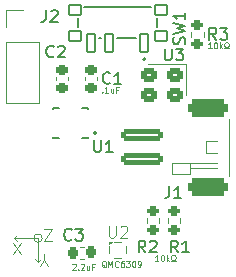
<source format=gto>
%TF.GenerationSoftware,KiCad,Pcbnew,9.0.3*%
%TF.CreationDate,2025-08-03T21:29:45+01:00*%
%TF.ProjectId,smol-slime-xiao,736d6f6c-2d73-46c6-996d-652d7869616f,1.0*%
%TF.SameCoordinates,Original*%
%TF.FileFunction,Legend,Top*%
%TF.FilePolarity,Positive*%
%FSLAX46Y46*%
G04 Gerber Fmt 4.6, Leading zero omitted, Abs format (unit mm)*
G04 Created by KiCad (PCBNEW 9.0.3) date 2025-08-03 21:29:45*
%MOMM*%
%LPD*%
G01*
G04 APERTURE LIST*
G04 Aperture macros list*
%AMRoundRect*
0 Rectangle with rounded corners*
0 $1 Rounding radius*
0 $2 $3 $4 $5 $6 $7 $8 $9 X,Y pos of 4 corners*
0 Add a 4 corners polygon primitive as box body*
4,1,4,$2,$3,$4,$5,$6,$7,$8,$9,$2,$3,0*
0 Add four circle primitives for the rounded corners*
1,1,$1+$1,$2,$3*
1,1,$1+$1,$4,$5*
1,1,$1+$1,$6,$7*
1,1,$1+$1,$8,$9*
0 Add four rect primitives between the rounded corners*
20,1,$1+$1,$2,$3,$4,$5,0*
20,1,$1+$1,$4,$5,$6,$7,0*
20,1,$1+$1,$6,$7,$8,$9,0*
20,1,$1+$1,$8,$9,$2,$3,0*%
G04 Aperture macros list end*
%ADD10C,0.100000*%
%ADD11C,0.150000*%
%ADD12C,0.120000*%
%ADD13C,0.127000*%
%ADD14C,0.200000*%
%ADD15C,0.025000*%
%ADD16C,0.000000*%
%ADD17C,0.010000*%
%ADD18RoundRect,0.250000X0.450000X0.350000X-0.450000X0.350000X-0.450000X-0.350000X0.450000X-0.350000X0*%
%ADD19RoundRect,0.200000X-0.275000X0.200000X-0.275000X-0.200000X0.275000X-0.200000X0.275000X0.200000X0*%
%ADD20RoundRect,0.375000X1.325000X-0.375000X1.325000X0.375000X-1.325000X0.375000X-1.325000X-0.375000X0*%
%ADD21RoundRect,0.208333X1.541667X-0.291667X1.541667X0.291667X-1.541667X0.291667X-1.541667X-0.291667X0*%
%ADD22C,0.240000*%
%ADD23R,1.000000X1.000000*%
%ADD24RoundRect,0.225000X-0.225000X-0.250000X0.225000X-0.250000X0.225000X0.250000X-0.225000X0.250000X0*%
%ADD25C,0.900000*%
%ADD26RoundRect,0.102000X0.350000X0.750000X-0.350000X0.750000X-0.350000X-0.750000X0.350000X-0.750000X0*%
%ADD27RoundRect,0.102000X0.500000X0.400000X-0.500000X0.400000X-0.500000X-0.400000X0.500000X-0.400000X0*%
%ADD28RoundRect,0.225000X-0.250000X0.225000X-0.250000X-0.225000X0.250000X-0.225000X0.250000X0.225000X0*%
%ADD29C,1.700000*%
G04 APERTURE END LIST*
D10*
X143250000Y-108500000D02*
X143250000Y-107750000D01*
X141250000Y-107750000D02*
X143250000Y-107750000D01*
X141250000Y-107750000D02*
X141500000Y-108000000D01*
X143603553Y-107750000D02*
G75*
G02*
X142896447Y-107750000I-353553J0D01*
G01*
X142896447Y-107750000D02*
G75*
G02*
X143603553Y-107750000I353553J0D01*
G01*
X143250000Y-107750000D02*
X143250000Y-109750000D01*
X141250000Y-107750000D02*
X141500000Y-107500000D01*
X143250000Y-109750000D02*
X143500000Y-109500000D01*
X143250000Y-109750000D02*
X143000000Y-109500000D01*
X148684836Y-95385990D02*
X148708646Y-95409800D01*
X148708646Y-95409800D02*
X148684836Y-95433609D01*
X148684836Y-95433609D02*
X148661027Y-95409800D01*
X148661027Y-95409800D02*
X148684836Y-95385990D01*
X148684836Y-95385990D02*
X148684836Y-95433609D01*
X149184836Y-95433609D02*
X148899122Y-95433609D01*
X149041979Y-95433609D02*
X149041979Y-94933609D01*
X149041979Y-94933609D02*
X148994360Y-95005038D01*
X148994360Y-95005038D02*
X148946741Y-95052657D01*
X148946741Y-95052657D02*
X148899122Y-95076466D01*
X149613407Y-95100276D02*
X149613407Y-95433609D01*
X149399121Y-95100276D02*
X149399121Y-95362180D01*
X149399121Y-95362180D02*
X149422931Y-95409800D01*
X149422931Y-95409800D02*
X149470550Y-95433609D01*
X149470550Y-95433609D02*
X149541978Y-95433609D01*
X149541978Y-95433609D02*
X149589597Y-95409800D01*
X149589597Y-95409800D02*
X149613407Y-95385990D01*
X150018169Y-95171704D02*
X149851502Y-95171704D01*
X149851502Y-95433609D02*
X149851502Y-94933609D01*
X149851502Y-94933609D02*
X150089597Y-94933609D01*
X157946741Y-91683609D02*
X157661027Y-91683609D01*
X157803884Y-91683609D02*
X157803884Y-91183609D01*
X157803884Y-91183609D02*
X157756265Y-91255038D01*
X157756265Y-91255038D02*
X157708646Y-91302657D01*
X157708646Y-91302657D02*
X157661027Y-91326466D01*
X158256264Y-91183609D02*
X158303883Y-91183609D01*
X158303883Y-91183609D02*
X158351502Y-91207419D01*
X158351502Y-91207419D02*
X158375312Y-91231228D01*
X158375312Y-91231228D02*
X158399121Y-91278847D01*
X158399121Y-91278847D02*
X158422931Y-91374085D01*
X158422931Y-91374085D02*
X158422931Y-91493133D01*
X158422931Y-91493133D02*
X158399121Y-91588371D01*
X158399121Y-91588371D02*
X158375312Y-91635990D01*
X158375312Y-91635990D02*
X158351502Y-91659800D01*
X158351502Y-91659800D02*
X158303883Y-91683609D01*
X158303883Y-91683609D02*
X158256264Y-91683609D01*
X158256264Y-91683609D02*
X158208645Y-91659800D01*
X158208645Y-91659800D02*
X158184836Y-91635990D01*
X158184836Y-91635990D02*
X158161026Y-91588371D01*
X158161026Y-91588371D02*
X158137217Y-91493133D01*
X158137217Y-91493133D02*
X158137217Y-91374085D01*
X158137217Y-91374085D02*
X158161026Y-91278847D01*
X158161026Y-91278847D02*
X158184836Y-91231228D01*
X158184836Y-91231228D02*
X158208645Y-91207419D01*
X158208645Y-91207419D02*
X158256264Y-91183609D01*
X158637216Y-91683609D02*
X158637216Y-91183609D01*
X158684835Y-91493133D02*
X158827692Y-91683609D01*
X158827692Y-91350276D02*
X158637216Y-91540752D01*
X159018169Y-91683609D02*
X159137216Y-91683609D01*
X159137216Y-91683609D02*
X159137216Y-91588371D01*
X159137216Y-91588371D02*
X159089597Y-91564561D01*
X159089597Y-91564561D02*
X159041978Y-91516942D01*
X159041978Y-91516942D02*
X159018169Y-91445514D01*
X159018169Y-91445514D02*
X159018169Y-91326466D01*
X159018169Y-91326466D02*
X159041978Y-91255038D01*
X159041978Y-91255038D02*
X159089597Y-91207419D01*
X159089597Y-91207419D02*
X159161026Y-91183609D01*
X159161026Y-91183609D02*
X159256264Y-91183609D01*
X159256264Y-91183609D02*
X159327692Y-91207419D01*
X159327692Y-91207419D02*
X159375311Y-91255038D01*
X159375311Y-91255038D02*
X159399121Y-91326466D01*
X159399121Y-91326466D02*
X159399121Y-91445514D01*
X159399121Y-91445514D02*
X159375311Y-91516942D01*
X159375311Y-91516942D02*
X159327692Y-91564561D01*
X159327692Y-91564561D02*
X159280073Y-91588371D01*
X159280073Y-91588371D02*
X159280073Y-91683609D01*
X159280073Y-91683609D02*
X159399121Y-91683609D01*
X146161027Y-109981228D02*
X146184836Y-109957419D01*
X146184836Y-109957419D02*
X146232455Y-109933609D01*
X146232455Y-109933609D02*
X146351503Y-109933609D01*
X146351503Y-109933609D02*
X146399122Y-109957419D01*
X146399122Y-109957419D02*
X146422931Y-109981228D01*
X146422931Y-109981228D02*
X146446741Y-110028847D01*
X146446741Y-110028847D02*
X146446741Y-110076466D01*
X146446741Y-110076466D02*
X146422931Y-110147895D01*
X146422931Y-110147895D02*
X146137217Y-110433609D01*
X146137217Y-110433609D02*
X146446741Y-110433609D01*
X146661026Y-110385990D02*
X146684836Y-110409800D01*
X146684836Y-110409800D02*
X146661026Y-110433609D01*
X146661026Y-110433609D02*
X146637217Y-110409800D01*
X146637217Y-110409800D02*
X146661026Y-110385990D01*
X146661026Y-110385990D02*
X146661026Y-110433609D01*
X146875312Y-109981228D02*
X146899121Y-109957419D01*
X146899121Y-109957419D02*
X146946740Y-109933609D01*
X146946740Y-109933609D02*
X147065788Y-109933609D01*
X147065788Y-109933609D02*
X147113407Y-109957419D01*
X147113407Y-109957419D02*
X147137216Y-109981228D01*
X147137216Y-109981228D02*
X147161026Y-110028847D01*
X147161026Y-110028847D02*
X147161026Y-110076466D01*
X147161026Y-110076466D02*
X147137216Y-110147895D01*
X147137216Y-110147895D02*
X146851502Y-110433609D01*
X146851502Y-110433609D02*
X147161026Y-110433609D01*
X147589597Y-110100276D02*
X147589597Y-110433609D01*
X147375311Y-110100276D02*
X147375311Y-110362180D01*
X147375311Y-110362180D02*
X147399121Y-110409800D01*
X147399121Y-110409800D02*
X147446740Y-110433609D01*
X147446740Y-110433609D02*
X147518168Y-110433609D01*
X147518168Y-110433609D02*
X147565787Y-110409800D01*
X147565787Y-110409800D02*
X147589597Y-110385990D01*
X147994359Y-110171704D02*
X147827692Y-110171704D01*
X147827692Y-110433609D02*
X147827692Y-109933609D01*
X147827692Y-109933609D02*
X148065787Y-109933609D01*
X141791353Y-109127580D02*
X141124687Y-108127580D01*
X141124687Y-109127580D02*
X141791353Y-108127580D01*
X153446741Y-109683609D02*
X153161027Y-109683609D01*
X153303884Y-109683609D02*
X153303884Y-109183609D01*
X153303884Y-109183609D02*
X153256265Y-109255038D01*
X153256265Y-109255038D02*
X153208646Y-109302657D01*
X153208646Y-109302657D02*
X153161027Y-109326466D01*
X153756264Y-109183609D02*
X153803883Y-109183609D01*
X153803883Y-109183609D02*
X153851502Y-109207419D01*
X153851502Y-109207419D02*
X153875312Y-109231228D01*
X153875312Y-109231228D02*
X153899121Y-109278847D01*
X153899121Y-109278847D02*
X153922931Y-109374085D01*
X153922931Y-109374085D02*
X153922931Y-109493133D01*
X153922931Y-109493133D02*
X153899121Y-109588371D01*
X153899121Y-109588371D02*
X153875312Y-109635990D01*
X153875312Y-109635990D02*
X153851502Y-109659800D01*
X153851502Y-109659800D02*
X153803883Y-109683609D01*
X153803883Y-109683609D02*
X153756264Y-109683609D01*
X153756264Y-109683609D02*
X153708645Y-109659800D01*
X153708645Y-109659800D02*
X153684836Y-109635990D01*
X153684836Y-109635990D02*
X153661026Y-109588371D01*
X153661026Y-109588371D02*
X153637217Y-109493133D01*
X153637217Y-109493133D02*
X153637217Y-109374085D01*
X153637217Y-109374085D02*
X153661026Y-109278847D01*
X153661026Y-109278847D02*
X153684836Y-109231228D01*
X153684836Y-109231228D02*
X153708645Y-109207419D01*
X153708645Y-109207419D02*
X153756264Y-109183609D01*
X154137216Y-109683609D02*
X154137216Y-109183609D01*
X154184835Y-109493133D02*
X154327692Y-109683609D01*
X154327692Y-109350276D02*
X154137216Y-109540752D01*
X154518169Y-109683609D02*
X154637216Y-109683609D01*
X154637216Y-109683609D02*
X154637216Y-109588371D01*
X154637216Y-109588371D02*
X154589597Y-109564561D01*
X154589597Y-109564561D02*
X154541978Y-109516942D01*
X154541978Y-109516942D02*
X154518169Y-109445514D01*
X154518169Y-109445514D02*
X154518169Y-109326466D01*
X154518169Y-109326466D02*
X154541978Y-109255038D01*
X154541978Y-109255038D02*
X154589597Y-109207419D01*
X154589597Y-109207419D02*
X154661026Y-109183609D01*
X154661026Y-109183609D02*
X154756264Y-109183609D01*
X154756264Y-109183609D02*
X154827692Y-109207419D01*
X154827692Y-109207419D02*
X154875311Y-109255038D01*
X154875311Y-109255038D02*
X154899121Y-109326466D01*
X154899121Y-109326466D02*
X154899121Y-109445514D01*
X154899121Y-109445514D02*
X154875311Y-109516942D01*
X154875311Y-109516942D02*
X154827692Y-109564561D01*
X154827692Y-109564561D02*
X154780073Y-109588371D01*
X154780073Y-109588371D02*
X154780073Y-109683609D01*
X154780073Y-109683609D02*
X154899121Y-109683609D01*
X144455566Y-107963366D02*
X143788900Y-107963366D01*
X143788900Y-107963366D02*
X144455566Y-106963366D01*
X144455566Y-106963366D02*
X143788900Y-106963366D01*
X149018169Y-110231228D02*
X148970550Y-110207419D01*
X148970550Y-110207419D02*
X148922931Y-110159800D01*
X148922931Y-110159800D02*
X148851503Y-110088371D01*
X148851503Y-110088371D02*
X148803884Y-110064561D01*
X148803884Y-110064561D02*
X148756265Y-110064561D01*
X148780074Y-110183609D02*
X148732455Y-110159800D01*
X148732455Y-110159800D02*
X148684836Y-110112180D01*
X148684836Y-110112180D02*
X148661027Y-110016942D01*
X148661027Y-110016942D02*
X148661027Y-109850276D01*
X148661027Y-109850276D02*
X148684836Y-109755038D01*
X148684836Y-109755038D02*
X148732455Y-109707419D01*
X148732455Y-109707419D02*
X148780074Y-109683609D01*
X148780074Y-109683609D02*
X148875312Y-109683609D01*
X148875312Y-109683609D02*
X148922931Y-109707419D01*
X148922931Y-109707419D02*
X148970550Y-109755038D01*
X148970550Y-109755038D02*
X148994360Y-109850276D01*
X148994360Y-109850276D02*
X148994360Y-110016942D01*
X148994360Y-110016942D02*
X148970550Y-110112180D01*
X148970550Y-110112180D02*
X148922931Y-110159800D01*
X148922931Y-110159800D02*
X148875312Y-110183609D01*
X148875312Y-110183609D02*
X148780074Y-110183609D01*
X149208646Y-110183609D02*
X149208646Y-109683609D01*
X149208646Y-109683609D02*
X149375313Y-110040752D01*
X149375313Y-110040752D02*
X149541979Y-109683609D01*
X149541979Y-109683609D02*
X149541979Y-110183609D01*
X150065789Y-110135990D02*
X150041980Y-110159800D01*
X150041980Y-110159800D02*
X149970551Y-110183609D01*
X149970551Y-110183609D02*
X149922932Y-110183609D01*
X149922932Y-110183609D02*
X149851504Y-110159800D01*
X149851504Y-110159800D02*
X149803885Y-110112180D01*
X149803885Y-110112180D02*
X149780075Y-110064561D01*
X149780075Y-110064561D02*
X149756266Y-109969323D01*
X149756266Y-109969323D02*
X149756266Y-109897895D01*
X149756266Y-109897895D02*
X149780075Y-109802657D01*
X149780075Y-109802657D02*
X149803885Y-109755038D01*
X149803885Y-109755038D02*
X149851504Y-109707419D01*
X149851504Y-109707419D02*
X149922932Y-109683609D01*
X149922932Y-109683609D02*
X149970551Y-109683609D01*
X149970551Y-109683609D02*
X150041980Y-109707419D01*
X150041980Y-109707419D02*
X150065789Y-109731228D01*
X150494361Y-109683609D02*
X150399123Y-109683609D01*
X150399123Y-109683609D02*
X150351504Y-109707419D01*
X150351504Y-109707419D02*
X150327694Y-109731228D01*
X150327694Y-109731228D02*
X150280075Y-109802657D01*
X150280075Y-109802657D02*
X150256266Y-109897895D01*
X150256266Y-109897895D02*
X150256266Y-110088371D01*
X150256266Y-110088371D02*
X150280075Y-110135990D01*
X150280075Y-110135990D02*
X150303885Y-110159800D01*
X150303885Y-110159800D02*
X150351504Y-110183609D01*
X150351504Y-110183609D02*
X150446742Y-110183609D01*
X150446742Y-110183609D02*
X150494361Y-110159800D01*
X150494361Y-110159800D02*
X150518170Y-110135990D01*
X150518170Y-110135990D02*
X150541980Y-110088371D01*
X150541980Y-110088371D02*
X150541980Y-109969323D01*
X150541980Y-109969323D02*
X150518170Y-109921704D01*
X150518170Y-109921704D02*
X150494361Y-109897895D01*
X150494361Y-109897895D02*
X150446742Y-109874085D01*
X150446742Y-109874085D02*
X150351504Y-109874085D01*
X150351504Y-109874085D02*
X150303885Y-109897895D01*
X150303885Y-109897895D02*
X150280075Y-109921704D01*
X150280075Y-109921704D02*
X150256266Y-109969323D01*
X150708646Y-109683609D02*
X151018170Y-109683609D01*
X151018170Y-109683609D02*
X150851503Y-109874085D01*
X150851503Y-109874085D02*
X150922932Y-109874085D01*
X150922932Y-109874085D02*
X150970551Y-109897895D01*
X150970551Y-109897895D02*
X150994360Y-109921704D01*
X150994360Y-109921704D02*
X151018170Y-109969323D01*
X151018170Y-109969323D02*
X151018170Y-110088371D01*
X151018170Y-110088371D02*
X150994360Y-110135990D01*
X150994360Y-110135990D02*
X150970551Y-110159800D01*
X150970551Y-110159800D02*
X150922932Y-110183609D01*
X150922932Y-110183609D02*
X150780075Y-110183609D01*
X150780075Y-110183609D02*
X150732456Y-110159800D01*
X150732456Y-110159800D02*
X150708646Y-110135990D01*
X151327693Y-109683609D02*
X151375312Y-109683609D01*
X151375312Y-109683609D02*
X151422931Y-109707419D01*
X151422931Y-109707419D02*
X151446741Y-109731228D01*
X151446741Y-109731228D02*
X151470550Y-109778847D01*
X151470550Y-109778847D02*
X151494360Y-109874085D01*
X151494360Y-109874085D02*
X151494360Y-109993133D01*
X151494360Y-109993133D02*
X151470550Y-110088371D01*
X151470550Y-110088371D02*
X151446741Y-110135990D01*
X151446741Y-110135990D02*
X151422931Y-110159800D01*
X151422931Y-110159800D02*
X151375312Y-110183609D01*
X151375312Y-110183609D02*
X151327693Y-110183609D01*
X151327693Y-110183609D02*
X151280074Y-110159800D01*
X151280074Y-110159800D02*
X151256265Y-110135990D01*
X151256265Y-110135990D02*
X151232455Y-110088371D01*
X151232455Y-110088371D02*
X151208646Y-109993133D01*
X151208646Y-109993133D02*
X151208646Y-109874085D01*
X151208646Y-109874085D02*
X151232455Y-109778847D01*
X151232455Y-109778847D02*
X151256265Y-109731228D01*
X151256265Y-109731228D02*
X151280074Y-109707419D01*
X151280074Y-109707419D02*
X151327693Y-109683609D01*
X151732455Y-110183609D02*
X151827693Y-110183609D01*
X151827693Y-110183609D02*
X151875312Y-110159800D01*
X151875312Y-110159800D02*
X151899121Y-110135990D01*
X151899121Y-110135990D02*
X151946740Y-110064561D01*
X151946740Y-110064561D02*
X151970550Y-109969323D01*
X151970550Y-109969323D02*
X151970550Y-109778847D01*
X151970550Y-109778847D02*
X151946740Y-109731228D01*
X151946740Y-109731228D02*
X151922931Y-109707419D01*
X151922931Y-109707419D02*
X151875312Y-109683609D01*
X151875312Y-109683609D02*
X151780074Y-109683609D01*
X151780074Y-109683609D02*
X151732455Y-109707419D01*
X151732455Y-109707419D02*
X151708645Y-109731228D01*
X151708645Y-109731228D02*
X151684836Y-109778847D01*
X151684836Y-109778847D02*
X151684836Y-109897895D01*
X151684836Y-109897895D02*
X151708645Y-109945514D01*
X151708645Y-109945514D02*
X151732455Y-109969323D01*
X151732455Y-109969323D02*
X151780074Y-109993133D01*
X151780074Y-109993133D02*
X151875312Y-109993133D01*
X151875312Y-109993133D02*
X151922931Y-109969323D01*
X151922931Y-109969323D02*
X151946740Y-109945514D01*
X151946740Y-109945514D02*
X151970550Y-109897895D01*
X143755639Y-109603771D02*
X143755639Y-109127580D01*
X144088972Y-110127580D02*
X143755639Y-109603771D01*
X143755639Y-109603771D02*
X143422306Y-110127580D01*
D11*
X153988095Y-91704819D02*
X153988095Y-92514342D01*
X153988095Y-92514342D02*
X154035714Y-92609580D01*
X154035714Y-92609580D02*
X154083333Y-92657200D01*
X154083333Y-92657200D02*
X154178571Y-92704819D01*
X154178571Y-92704819D02*
X154369047Y-92704819D01*
X154369047Y-92704819D02*
X154464285Y-92657200D01*
X154464285Y-92657200D02*
X154511904Y-92609580D01*
X154511904Y-92609580D02*
X154559523Y-92514342D01*
X154559523Y-92514342D02*
X154559523Y-91704819D01*
X154940476Y-91704819D02*
X155559523Y-91704819D01*
X155559523Y-91704819D02*
X155226190Y-92085771D01*
X155226190Y-92085771D02*
X155369047Y-92085771D01*
X155369047Y-92085771D02*
X155464285Y-92133390D01*
X155464285Y-92133390D02*
X155511904Y-92181009D01*
X155511904Y-92181009D02*
X155559523Y-92276247D01*
X155559523Y-92276247D02*
X155559523Y-92514342D01*
X155559523Y-92514342D02*
X155511904Y-92609580D01*
X155511904Y-92609580D02*
X155464285Y-92657200D01*
X155464285Y-92657200D02*
X155369047Y-92704819D01*
X155369047Y-92704819D02*
X155083333Y-92704819D01*
X155083333Y-92704819D02*
X154988095Y-92657200D01*
X154988095Y-92657200D02*
X154940476Y-92609580D01*
X158333333Y-90954819D02*
X158000000Y-90478628D01*
X157761905Y-90954819D02*
X157761905Y-89954819D01*
X157761905Y-89954819D02*
X158142857Y-89954819D01*
X158142857Y-89954819D02*
X158238095Y-90002438D01*
X158238095Y-90002438D02*
X158285714Y-90050057D01*
X158285714Y-90050057D02*
X158333333Y-90145295D01*
X158333333Y-90145295D02*
X158333333Y-90288152D01*
X158333333Y-90288152D02*
X158285714Y-90383390D01*
X158285714Y-90383390D02*
X158238095Y-90431009D01*
X158238095Y-90431009D02*
X158142857Y-90478628D01*
X158142857Y-90478628D02*
X157761905Y-90478628D01*
X158666667Y-89954819D02*
X159285714Y-89954819D01*
X159285714Y-89954819D02*
X158952381Y-90335771D01*
X158952381Y-90335771D02*
X159095238Y-90335771D01*
X159095238Y-90335771D02*
X159190476Y-90383390D01*
X159190476Y-90383390D02*
X159238095Y-90431009D01*
X159238095Y-90431009D02*
X159285714Y-90526247D01*
X159285714Y-90526247D02*
X159285714Y-90764342D01*
X159285714Y-90764342D02*
X159238095Y-90859580D01*
X159238095Y-90859580D02*
X159190476Y-90907200D01*
X159190476Y-90907200D02*
X159095238Y-90954819D01*
X159095238Y-90954819D02*
X158809524Y-90954819D01*
X158809524Y-90954819D02*
X158714286Y-90907200D01*
X158714286Y-90907200D02*
X158666667Y-90859580D01*
X154366666Y-103354819D02*
X154366666Y-104069104D01*
X154366666Y-104069104D02*
X154319047Y-104211961D01*
X154319047Y-104211961D02*
X154223809Y-104307200D01*
X154223809Y-104307200D02*
X154080952Y-104354819D01*
X154080952Y-104354819D02*
X153985714Y-104354819D01*
X155366666Y-104354819D02*
X154795238Y-104354819D01*
X155080952Y-104354819D02*
X155080952Y-103354819D01*
X155080952Y-103354819D02*
X154985714Y-103497676D01*
X154985714Y-103497676D02*
X154890476Y-103592914D01*
X154890476Y-103592914D02*
X154795238Y-103640533D01*
X152333333Y-108954819D02*
X152000000Y-108478628D01*
X151761905Y-108954819D02*
X151761905Y-107954819D01*
X151761905Y-107954819D02*
X152142857Y-107954819D01*
X152142857Y-107954819D02*
X152238095Y-108002438D01*
X152238095Y-108002438D02*
X152285714Y-108050057D01*
X152285714Y-108050057D02*
X152333333Y-108145295D01*
X152333333Y-108145295D02*
X152333333Y-108288152D01*
X152333333Y-108288152D02*
X152285714Y-108383390D01*
X152285714Y-108383390D02*
X152238095Y-108431009D01*
X152238095Y-108431009D02*
X152142857Y-108478628D01*
X152142857Y-108478628D02*
X151761905Y-108478628D01*
X152714286Y-108050057D02*
X152761905Y-108002438D01*
X152761905Y-108002438D02*
X152857143Y-107954819D01*
X152857143Y-107954819D02*
X153095238Y-107954819D01*
X153095238Y-107954819D02*
X153190476Y-108002438D01*
X153190476Y-108002438D02*
X153238095Y-108050057D01*
X153238095Y-108050057D02*
X153285714Y-108145295D01*
X153285714Y-108145295D02*
X153285714Y-108240533D01*
X153285714Y-108240533D02*
X153238095Y-108383390D01*
X153238095Y-108383390D02*
X152666667Y-108954819D01*
X152666667Y-108954819D02*
X153285714Y-108954819D01*
D10*
X149238095Y-106707419D02*
X149238095Y-107516942D01*
X149238095Y-107516942D02*
X149285714Y-107612180D01*
X149285714Y-107612180D02*
X149333333Y-107659800D01*
X149333333Y-107659800D02*
X149428571Y-107707419D01*
X149428571Y-107707419D02*
X149619047Y-107707419D01*
X149619047Y-107707419D02*
X149714285Y-107659800D01*
X149714285Y-107659800D02*
X149761904Y-107612180D01*
X149761904Y-107612180D02*
X149809523Y-107516942D01*
X149809523Y-107516942D02*
X149809523Y-106707419D01*
X150238095Y-106802657D02*
X150285714Y-106755038D01*
X150285714Y-106755038D02*
X150380952Y-106707419D01*
X150380952Y-106707419D02*
X150619047Y-106707419D01*
X150619047Y-106707419D02*
X150714285Y-106755038D01*
X150714285Y-106755038D02*
X150761904Y-106802657D01*
X150761904Y-106802657D02*
X150809523Y-106897895D01*
X150809523Y-106897895D02*
X150809523Y-106993133D01*
X150809523Y-106993133D02*
X150761904Y-107135990D01*
X150761904Y-107135990D02*
X150190476Y-107707419D01*
X150190476Y-107707419D02*
X150809523Y-107707419D01*
D11*
X146083333Y-107859580D02*
X146035714Y-107907200D01*
X146035714Y-107907200D02*
X145892857Y-107954819D01*
X145892857Y-107954819D02*
X145797619Y-107954819D01*
X145797619Y-107954819D02*
X145654762Y-107907200D01*
X145654762Y-107907200D02*
X145559524Y-107811961D01*
X145559524Y-107811961D02*
X145511905Y-107716723D01*
X145511905Y-107716723D02*
X145464286Y-107526247D01*
X145464286Y-107526247D02*
X145464286Y-107383390D01*
X145464286Y-107383390D02*
X145511905Y-107192914D01*
X145511905Y-107192914D02*
X145559524Y-107097676D01*
X145559524Y-107097676D02*
X145654762Y-107002438D01*
X145654762Y-107002438D02*
X145797619Y-106954819D01*
X145797619Y-106954819D02*
X145892857Y-106954819D01*
X145892857Y-106954819D02*
X146035714Y-107002438D01*
X146035714Y-107002438D02*
X146083333Y-107050057D01*
X146416667Y-106954819D02*
X147035714Y-106954819D01*
X147035714Y-106954819D02*
X146702381Y-107335771D01*
X146702381Y-107335771D02*
X146845238Y-107335771D01*
X146845238Y-107335771D02*
X146940476Y-107383390D01*
X146940476Y-107383390D02*
X146988095Y-107431009D01*
X146988095Y-107431009D02*
X147035714Y-107526247D01*
X147035714Y-107526247D02*
X147035714Y-107764342D01*
X147035714Y-107764342D02*
X146988095Y-107859580D01*
X146988095Y-107859580D02*
X146940476Y-107907200D01*
X146940476Y-107907200D02*
X146845238Y-107954819D01*
X146845238Y-107954819D02*
X146559524Y-107954819D01*
X146559524Y-107954819D02*
X146464286Y-107907200D01*
X146464286Y-107907200D02*
X146416667Y-107859580D01*
X155083333Y-108954819D02*
X154750000Y-108478628D01*
X154511905Y-108954819D02*
X154511905Y-107954819D01*
X154511905Y-107954819D02*
X154892857Y-107954819D01*
X154892857Y-107954819D02*
X154988095Y-108002438D01*
X154988095Y-108002438D02*
X155035714Y-108050057D01*
X155035714Y-108050057D02*
X155083333Y-108145295D01*
X155083333Y-108145295D02*
X155083333Y-108288152D01*
X155083333Y-108288152D02*
X155035714Y-108383390D01*
X155035714Y-108383390D02*
X154988095Y-108431009D01*
X154988095Y-108431009D02*
X154892857Y-108478628D01*
X154892857Y-108478628D02*
X154511905Y-108478628D01*
X156035714Y-108954819D02*
X155464286Y-108954819D01*
X155750000Y-108954819D02*
X155750000Y-107954819D01*
X155750000Y-107954819D02*
X155654762Y-108097676D01*
X155654762Y-108097676D02*
X155559524Y-108192914D01*
X155559524Y-108192914D02*
X155464286Y-108240533D01*
X155657200Y-91333332D02*
X155704819Y-91190475D01*
X155704819Y-91190475D02*
X155704819Y-90952380D01*
X155704819Y-90952380D02*
X155657200Y-90857142D01*
X155657200Y-90857142D02*
X155609580Y-90809523D01*
X155609580Y-90809523D02*
X155514342Y-90761904D01*
X155514342Y-90761904D02*
X155419104Y-90761904D01*
X155419104Y-90761904D02*
X155323866Y-90809523D01*
X155323866Y-90809523D02*
X155276247Y-90857142D01*
X155276247Y-90857142D02*
X155228628Y-90952380D01*
X155228628Y-90952380D02*
X155181009Y-91142856D01*
X155181009Y-91142856D02*
X155133390Y-91238094D01*
X155133390Y-91238094D02*
X155085771Y-91285713D01*
X155085771Y-91285713D02*
X154990533Y-91333332D01*
X154990533Y-91333332D02*
X154895295Y-91333332D01*
X154895295Y-91333332D02*
X154800057Y-91285713D01*
X154800057Y-91285713D02*
X154752438Y-91238094D01*
X154752438Y-91238094D02*
X154704819Y-91142856D01*
X154704819Y-91142856D02*
X154704819Y-90904761D01*
X154704819Y-90904761D02*
X154752438Y-90761904D01*
X154704819Y-90428570D02*
X155704819Y-90190475D01*
X155704819Y-90190475D02*
X154990533Y-89999999D01*
X154990533Y-89999999D02*
X155704819Y-89809523D01*
X155704819Y-89809523D02*
X154704819Y-89571428D01*
X155704819Y-88666666D02*
X155704819Y-89238094D01*
X155704819Y-88952380D02*
X154704819Y-88952380D01*
X154704819Y-88952380D02*
X154847676Y-89047618D01*
X154847676Y-89047618D02*
X154942914Y-89142856D01*
X154942914Y-89142856D02*
X154990533Y-89238094D01*
X149333333Y-94609580D02*
X149285714Y-94657200D01*
X149285714Y-94657200D02*
X149142857Y-94704819D01*
X149142857Y-94704819D02*
X149047619Y-94704819D01*
X149047619Y-94704819D02*
X148904762Y-94657200D01*
X148904762Y-94657200D02*
X148809524Y-94561961D01*
X148809524Y-94561961D02*
X148761905Y-94466723D01*
X148761905Y-94466723D02*
X148714286Y-94276247D01*
X148714286Y-94276247D02*
X148714286Y-94133390D01*
X148714286Y-94133390D02*
X148761905Y-93942914D01*
X148761905Y-93942914D02*
X148809524Y-93847676D01*
X148809524Y-93847676D02*
X148904762Y-93752438D01*
X148904762Y-93752438D02*
X149047619Y-93704819D01*
X149047619Y-93704819D02*
X149142857Y-93704819D01*
X149142857Y-93704819D02*
X149285714Y-93752438D01*
X149285714Y-93752438D02*
X149333333Y-93800057D01*
X150285714Y-94704819D02*
X149714286Y-94704819D01*
X150000000Y-94704819D02*
X150000000Y-93704819D01*
X150000000Y-93704819D02*
X149904762Y-93847676D01*
X149904762Y-93847676D02*
X149809524Y-93942914D01*
X149809524Y-93942914D02*
X149714286Y-93990533D01*
X143916666Y-88454819D02*
X143916666Y-89169104D01*
X143916666Y-89169104D02*
X143869047Y-89311961D01*
X143869047Y-89311961D02*
X143773809Y-89407200D01*
X143773809Y-89407200D02*
X143630952Y-89454819D01*
X143630952Y-89454819D02*
X143535714Y-89454819D01*
X144345238Y-88550057D02*
X144392857Y-88502438D01*
X144392857Y-88502438D02*
X144488095Y-88454819D01*
X144488095Y-88454819D02*
X144726190Y-88454819D01*
X144726190Y-88454819D02*
X144821428Y-88502438D01*
X144821428Y-88502438D02*
X144869047Y-88550057D01*
X144869047Y-88550057D02*
X144916666Y-88645295D01*
X144916666Y-88645295D02*
X144916666Y-88740533D01*
X144916666Y-88740533D02*
X144869047Y-88883390D01*
X144869047Y-88883390D02*
X144297619Y-89454819D01*
X144297619Y-89454819D02*
X144916666Y-89454819D01*
X144583333Y-92359580D02*
X144535714Y-92407200D01*
X144535714Y-92407200D02*
X144392857Y-92454819D01*
X144392857Y-92454819D02*
X144297619Y-92454819D01*
X144297619Y-92454819D02*
X144154762Y-92407200D01*
X144154762Y-92407200D02*
X144059524Y-92311961D01*
X144059524Y-92311961D02*
X144011905Y-92216723D01*
X144011905Y-92216723D02*
X143964286Y-92026247D01*
X143964286Y-92026247D02*
X143964286Y-91883390D01*
X143964286Y-91883390D02*
X144011905Y-91692914D01*
X144011905Y-91692914D02*
X144059524Y-91597676D01*
X144059524Y-91597676D02*
X144154762Y-91502438D01*
X144154762Y-91502438D02*
X144297619Y-91454819D01*
X144297619Y-91454819D02*
X144392857Y-91454819D01*
X144392857Y-91454819D02*
X144535714Y-91502438D01*
X144535714Y-91502438D02*
X144583333Y-91550057D01*
X144964286Y-91550057D02*
X145011905Y-91502438D01*
X145011905Y-91502438D02*
X145107143Y-91454819D01*
X145107143Y-91454819D02*
X145345238Y-91454819D01*
X145345238Y-91454819D02*
X145440476Y-91502438D01*
X145440476Y-91502438D02*
X145488095Y-91550057D01*
X145488095Y-91550057D02*
X145535714Y-91645295D01*
X145535714Y-91645295D02*
X145535714Y-91740533D01*
X145535714Y-91740533D02*
X145488095Y-91883390D01*
X145488095Y-91883390D02*
X144916667Y-92454819D01*
X144916667Y-92454819D02*
X145535714Y-92454819D01*
X147988095Y-99454819D02*
X147988095Y-100264342D01*
X147988095Y-100264342D02*
X148035714Y-100359580D01*
X148035714Y-100359580D02*
X148083333Y-100407200D01*
X148083333Y-100407200D02*
X148178571Y-100454819D01*
X148178571Y-100454819D02*
X148369047Y-100454819D01*
X148369047Y-100454819D02*
X148464285Y-100407200D01*
X148464285Y-100407200D02*
X148511904Y-100359580D01*
X148511904Y-100359580D02*
X148559523Y-100264342D01*
X148559523Y-100264342D02*
X148559523Y-99454819D01*
X149559523Y-100454819D02*
X148988095Y-100454819D01*
X149273809Y-100454819D02*
X149273809Y-99454819D01*
X149273809Y-99454819D02*
X149178571Y-99597676D01*
X149178571Y-99597676D02*
X149083333Y-99692914D01*
X149083333Y-99692914D02*
X148988095Y-99740533D01*
D12*
%TO.C,U3*%
X155810000Y-95650000D02*
X155810000Y-93040000D01*
X155810000Y-93040000D02*
X152550000Y-93040000D01*
%TO.C,R3*%
X156227500Y-90262742D02*
X156227500Y-90737258D01*
X157272500Y-90262742D02*
X157272500Y-90737258D01*
%TO.C,J1*%
X154550000Y-101350000D02*
X154550000Y-102350000D01*
X154550000Y-102350000D02*
X156150000Y-102350000D01*
X156150000Y-101350000D02*
X154550000Y-101350000D01*
X156150000Y-101350000D02*
X158410000Y-101350000D01*
X156150000Y-101850000D02*
X158410000Y-101850000D01*
X156150000Y-102350000D02*
X156150000Y-101350000D01*
X157450000Y-99550000D02*
X158410000Y-99550000D01*
X157450000Y-100550000D02*
X157450000Y-99550000D01*
X158410000Y-100550000D02*
X157450000Y-100550000D01*
X159450000Y-102450000D02*
X159450000Y-97650000D01*
%TO.C,R2*%
X152477500Y-106012742D02*
X152477500Y-106487258D01*
X153522500Y-106012742D02*
X153522500Y-106487258D01*
D10*
%TO.C,U2*%
X149300000Y-108450000D02*
X149300000Y-109050000D01*
X149700000Y-108050000D02*
X150300000Y-108050000D01*
X150300000Y-109450000D02*
X149700000Y-109450000D01*
X150700000Y-108450000D02*
X150700000Y-109050000D01*
X149300000Y-108250000D02*
X149300000Y-108050000D01*
X149500000Y-108050000D01*
X149300000Y-108250000D01*
G36*
X149300000Y-108250000D02*
G01*
X149300000Y-108050000D01*
X149500000Y-108050000D01*
X149300000Y-108250000D01*
G37*
D12*
%TO.C,C3*%
X146834420Y-108490000D02*
X147115580Y-108490000D01*
X146834420Y-109510000D02*
X147115580Y-109510000D01*
%TO.C,R1*%
X154227500Y-106012742D02*
X154227500Y-106487258D01*
X155272500Y-106012742D02*
X155272500Y-106487258D01*
D13*
%TO.C,SW1*%
X146650000Y-89120000D02*
X146650000Y-89880000D01*
X147170000Y-88200000D02*
X152830000Y-88200000D01*
X148580000Y-90800000D02*
X148420000Y-90800000D01*
X151580000Y-90800000D02*
X149920000Y-90800000D01*
X153350000Y-89120000D02*
X153350000Y-89880000D01*
D14*
X152350000Y-92600000D02*
G75*
G02*
X152150000Y-92600000I-100000J0D01*
G01*
X152150000Y-92600000D02*
G75*
G02*
X152350000Y-92600000I100000J0D01*
G01*
D12*
%TO.C,C1*%
X147240000Y-94109420D02*
X147240000Y-94390580D01*
X148260000Y-94109420D02*
X148260000Y-94390580D01*
%TO.C,J2*%
X140565000Y-88460000D02*
X141945000Y-88460000D01*
X140565000Y-89840000D02*
X140565000Y-88460000D01*
X140565000Y-91110000D02*
X140565000Y-96300000D01*
X140565000Y-91110000D02*
X143325000Y-91110000D01*
X140565000Y-96300000D02*
X143325000Y-96300000D01*
X143325000Y-91110000D02*
X143325000Y-96300000D01*
%TO.C,C2*%
X144740000Y-94109420D02*
X144740000Y-94390580D01*
X145760000Y-94109420D02*
X145760000Y-94390580D01*
D13*
%TO.C,U1*%
X144500000Y-96750000D02*
X144500000Y-96805000D01*
X144500000Y-96750000D02*
X145055000Y-96750000D01*
X144500000Y-99250000D02*
X144500000Y-99195000D01*
X145055000Y-99250000D02*
X144500000Y-99250000D01*
X146945000Y-96750000D02*
X147500000Y-96750000D01*
X147500000Y-96750000D02*
X147500000Y-96805000D01*
X147500000Y-99250000D02*
X146945000Y-99250000D01*
X147500000Y-99250000D02*
X147500000Y-99195000D01*
D14*
X148169000Y-98850000D02*
G75*
G02*
X147969000Y-98850000I-100000J0D01*
G01*
X147969000Y-98850000D02*
G75*
G02*
X148169000Y-98850000I100000J0D01*
G01*
%TD*%
%LPC*%
D15*
G36*
X141836446Y-102099971D02*
G01*
X141835136Y-102123353D01*
X141831540Y-102142209D01*
X141826061Y-102157317D01*
X141818937Y-102169336D01*
X141809320Y-102179520D01*
X141797778Y-102186801D01*
X141783921Y-102191340D01*
X141767157Y-102192951D01*
X141753479Y-102191785D01*
X141741635Y-102188450D01*
X141731291Y-102183055D01*
X141722201Y-102175534D01*
X141712080Y-102163153D01*
X141704343Y-102148952D01*
X141698953Y-102132639D01*
X141589288Y-102205866D01*
X141589288Y-102168542D01*
X141691431Y-102103558D01*
X141719774Y-102103558D01*
X141721153Y-102120995D01*
X141724898Y-102134480D01*
X141730628Y-102144851D01*
X141736597Y-102150989D01*
X141744364Y-102155542D01*
X141754352Y-102158489D01*
X141767157Y-102159566D01*
X141778960Y-102158569D01*
X141788256Y-102155830D01*
X141795565Y-102151579D01*
X141801260Y-102145828D01*
X141806640Y-102136082D01*
X141810287Y-102122403D01*
X141811671Y-102103558D01*
X141811671Y-102067670D01*
X141719774Y-102067670D01*
X141719774Y-102103558D01*
X141691431Y-102103558D01*
X141695365Y-102101055D01*
X141695365Y-102067670D01*
X141589288Y-102067670D01*
X141589288Y-102036437D01*
X141836446Y-102036437D01*
X141836446Y-102099971D01*
G37*
G36*
X141702446Y-102244548D02*
G01*
X141719340Y-102247975D01*
X141734490Y-102253493D01*
X141748477Y-102261338D01*
X141760054Y-102270888D01*
X141769493Y-102282222D01*
X141776490Y-102295129D01*
X141780761Y-102309574D01*
X141782239Y-102325926D01*
X141780588Y-102343352D01*
X141775875Y-102358226D01*
X141768228Y-102371056D01*
X141757464Y-102382178D01*
X141744652Y-102390795D01*
X141729404Y-102397203D01*
X141711253Y-102401285D01*
X141689626Y-102402741D01*
X141680466Y-102402466D01*
X141673109Y-102402023D01*
X141673109Y-102373661D01*
X141696434Y-102373661D01*
X141716311Y-102371699D01*
X141731159Y-102367113D01*
X141742122Y-102360380D01*
X141750614Y-102350974D01*
X141755693Y-102339795D01*
X141757464Y-102326277D01*
X141755776Y-102312911D01*
X141750859Y-102301331D01*
X141742565Y-102291091D01*
X141734798Y-102285199D01*
X141724853Y-102280470D01*
X141712257Y-102277027D01*
X141696434Y-102275124D01*
X141696434Y-102373661D01*
X141673109Y-102373661D01*
X141673109Y-102274941D01*
X141656531Y-102276730D01*
X141643451Y-102280381D01*
X141633205Y-102285598D01*
X141625268Y-102292267D01*
X141616911Y-102303690D01*
X141611972Y-102316213D01*
X141610292Y-102330231D01*
X141611411Y-102344301D01*
X141614597Y-102356426D01*
X141619775Y-102368019D01*
X141627344Y-102380667D01*
X141607423Y-102394849D01*
X141598208Y-102380889D01*
X141591089Y-102364685D01*
X141586641Y-102347421D01*
X141585166Y-102329865D01*
X141586638Y-102311801D01*
X141590825Y-102296313D01*
X141597546Y-102282940D01*
X141606811Y-102271170D01*
X141618236Y-102261392D01*
X141632091Y-102253493D01*
X141647186Y-102247993D01*
X141664221Y-102244557D01*
X141683519Y-102243357D01*
X141702446Y-102244548D01*
G37*
G36*
X141778286Y-102624025D02*
G01*
X141589288Y-102555286D01*
X141589288Y-102520283D01*
X141778286Y-102452078D01*
X141778286Y-102484028D01*
X141616750Y-102538769D01*
X141778286Y-102592792D01*
X141778286Y-102624025D01*
G37*
G36*
X141743832Y-102723966D02*
G01*
X141751500Y-102724908D01*
X141758239Y-102727663D01*
X141764288Y-102732316D01*
X141768982Y-102738318D01*
X141771771Y-102745083D01*
X141772729Y-102752863D01*
X141771762Y-102760886D01*
X141768963Y-102767766D01*
X141764288Y-102773776D01*
X141758239Y-102778429D01*
X141751500Y-102781184D01*
X141743832Y-102782126D01*
X141736149Y-102781188D01*
X141729340Y-102778434D01*
X141723178Y-102773776D01*
X141718403Y-102767754D01*
X141715552Y-102760874D01*
X141714569Y-102752863D01*
X141715542Y-102745094D01*
X141718383Y-102738330D01*
X141723178Y-102732316D01*
X141729340Y-102727658D01*
X141736149Y-102724904D01*
X141743832Y-102723966D01*
G37*
G36*
X141614414Y-102723966D02*
G01*
X141621855Y-102724895D01*
X141628541Y-102727639D01*
X141634686Y-102732316D01*
X141639490Y-102738331D01*
X141642336Y-102745095D01*
X141643311Y-102752863D01*
X141642326Y-102760873D01*
X141639471Y-102767753D01*
X141634686Y-102773776D01*
X141628541Y-102778453D01*
X141621855Y-102781197D01*
X141614414Y-102782126D01*
X141606622Y-102781181D01*
X141599792Y-102778422D01*
X141593684Y-102773776D01*
X141588963Y-102767761D01*
X141586141Y-102760880D01*
X141585166Y-102752863D01*
X141586131Y-102745088D01*
X141588944Y-102738323D01*
X141593684Y-102732316D01*
X141599792Y-102727670D01*
X141606622Y-102724911D01*
X141614414Y-102723966D01*
G37*
G36*
X141613880Y-103261651D02*
G01*
X141589288Y-103261651D01*
X141589288Y-103118968D01*
X141613880Y-103118968D01*
X141613880Y-103179815D01*
X141803779Y-103179815D01*
X141769310Y-103123089D01*
X141790849Y-103109992D01*
X141836446Y-103183585D01*
X141836446Y-103209963D01*
X141613880Y-103209963D01*
X141613880Y-103261651D01*
G37*
G36*
X141616933Y-103366996D02*
G01*
X141625300Y-103368011D01*
X141632627Y-103370972D01*
X141639174Y-103375957D01*
X141644252Y-103382422D01*
X141647286Y-103389806D01*
X141648333Y-103398397D01*
X141647283Y-103407112D01*
X141644246Y-103414580D01*
X141639174Y-103421096D01*
X141632620Y-103426145D01*
X141625292Y-103429139D01*
X141616933Y-103430163D01*
X141608448Y-103429136D01*
X141601026Y-103426139D01*
X141594401Y-103421096D01*
X141589284Y-103414574D01*
X141586223Y-103407106D01*
X141585166Y-103398397D01*
X141586220Y-103389811D01*
X141589277Y-103382428D01*
X141594401Y-103375957D01*
X141601018Y-103370978D01*
X141608441Y-103368013D01*
X141616933Y-103366996D01*
G37*
G36*
X141744444Y-103534531D02*
G01*
X141770065Y-103538766D01*
X141790759Y-103545211D01*
X141807351Y-103553537D01*
X141819415Y-103562692D01*
X141828516Y-103573106D01*
X141835001Y-103584915D01*
X141838992Y-103598395D01*
X141840384Y-103613941D01*
X141838992Y-103629487D01*
X141835000Y-103642966D01*
X141828516Y-103654771D01*
X141819414Y-103665181D01*
X141807351Y-103674330D01*
X141790758Y-103682662D01*
X141770064Y-103689112D01*
X141744443Y-103693350D01*
X141712951Y-103694892D01*
X141681360Y-103693350D01*
X141655662Y-103689111D01*
X141634911Y-103682660D01*
X141618276Y-103674330D01*
X141606180Y-103665177D01*
X141597057Y-103654765D01*
X141590560Y-103642959D01*
X141586561Y-103629482D01*
X141585166Y-103613941D01*
X141609575Y-103613941D01*
X141611034Y-103624624D01*
X141615330Y-103633990D01*
X141622694Y-103642405D01*
X141633801Y-103650013D01*
X141645741Y-103655074D01*
X141662130Y-103659206D01*
X141684105Y-103662044D01*
X141712951Y-103663110D01*
X141740789Y-103662251D01*
X141761983Y-103659967D01*
X141777751Y-103656653D01*
X141625359Y-103581457D01*
X141618471Y-103587703D01*
X141613614Y-103595035D01*
X141610626Y-103603666D01*
X141609575Y-103613941D01*
X141585166Y-103613941D01*
X141586560Y-103598400D01*
X141590559Y-103584921D01*
X141597057Y-103573112D01*
X141598719Y-103571214D01*
X141648333Y-103571214D01*
X141800191Y-103646776D01*
X141807150Y-103640519D01*
X141812063Y-103633132D01*
X141815092Y-103624392D01*
X141816159Y-103613941D01*
X141814707Y-103603349D01*
X141810431Y-103594038D01*
X141803091Y-103585648D01*
X141792009Y-103578037D01*
X141780113Y-103572979D01*
X141763759Y-103568846D01*
X141741803Y-103566007D01*
X141712951Y-103564940D01*
X141685366Y-103565771D01*
X141664210Y-103567987D01*
X141648333Y-103571214D01*
X141598719Y-103571214D01*
X141606180Y-103562696D01*
X141618276Y-103553537D01*
X141634910Y-103545213D01*
X141655661Y-103538767D01*
X141681359Y-103534531D01*
X141712951Y-103532990D01*
X141744444Y-103534531D01*
G37*
G36*
X141416446Y-102095483D02*
G01*
X141415703Y-102111530D01*
X141413485Y-102127250D01*
X141409429Y-102142270D01*
X141403425Y-102155430D01*
X141395083Y-102166738D01*
X141384313Y-102175442D01*
X141375982Y-102179450D01*
X141366048Y-102181988D01*
X141354164Y-102182892D01*
X141339043Y-102181162D01*
X141327145Y-102176343D01*
X141317172Y-102168772D01*
X141309468Y-102159292D01*
X141303803Y-102148423D01*
X141300141Y-102136943D01*
X141296860Y-102150366D01*
X141291607Y-102163596D01*
X141283911Y-102175437D01*
X141273030Y-102185136D01*
X141264370Y-102189674D01*
X141253486Y-102192604D01*
X141239828Y-102193669D01*
X141226500Y-102192697D01*
X141215345Y-102189968D01*
X141205985Y-102185670D01*
X141193803Y-102176331D01*
X141184369Y-102164314D01*
X141177486Y-102150310D01*
X141172783Y-102134516D01*
X141170165Y-102117978D01*
X141169566Y-102106428D01*
X141194948Y-102106428D01*
X141195764Y-102118635D01*
X141198261Y-102131204D01*
X141203130Y-102142786D01*
X141211007Y-102152285D01*
X141217802Y-102156800D01*
X141226826Y-102159734D01*
X141238744Y-102160818D01*
X141251022Y-102159886D01*
X141260418Y-102157369D01*
X141267549Y-102153552D01*
X141276135Y-102145112D01*
X141281639Y-102134257D01*
X141284574Y-102121852D01*
X141285593Y-102107879D01*
X141285593Y-102105543D01*
X141311269Y-102105543D01*
X141312506Y-102119837D01*
X141315867Y-102130807D01*
X141321039Y-102139187D01*
X141328386Y-102145426D01*
X141338568Y-102149446D01*
X141352546Y-102150942D01*
X141365890Y-102149314D01*
X141375532Y-102144911D01*
X141382435Y-102137936D01*
X141387139Y-102128837D01*
X141390200Y-102117233D01*
X141391320Y-102102490D01*
X141391320Y-102065686D01*
X141311269Y-102065686D01*
X141311269Y-102105543D01*
X141285593Y-102105543D01*
X141285593Y-102065686D01*
X141194948Y-102065686D01*
X141194948Y-102106428D01*
X141169566Y-102106428D01*
X141169288Y-102101055D01*
X141169288Y-102034636D01*
X141416446Y-102034636D01*
X141416446Y-102095483D01*
G37*
G36*
X141358286Y-102408480D02*
G01*
X141168036Y-102342077D01*
X141149489Y-102334486D01*
X141132865Y-102325285D01*
X141122836Y-102317864D01*
X141114033Y-102309106D01*
X141106380Y-102298907D01*
X141100486Y-102287646D01*
X141096087Y-102274063D01*
X141093359Y-102257721D01*
X141117416Y-102253050D01*
X141121777Y-102271393D01*
X141127293Y-102283917D01*
X141134927Y-102294115D01*
X141144253Y-102301777D01*
X141155276Y-102307764D01*
X141169288Y-102313363D01*
X141169288Y-102303303D01*
X141358286Y-102237251D01*
X141358286Y-102269567D01*
X141192262Y-102323774D01*
X141358286Y-102377248D01*
X141358286Y-102408480D01*
G37*
G36*
X141323832Y-102508788D02*
G01*
X141331500Y-102509730D01*
X141338239Y-102512485D01*
X141344288Y-102517138D01*
X141348982Y-102523140D01*
X141351771Y-102529905D01*
X141352729Y-102537685D01*
X141351762Y-102545708D01*
X141348963Y-102552588D01*
X141344288Y-102558598D01*
X141338239Y-102563251D01*
X141331500Y-102566006D01*
X141323832Y-102566948D01*
X141316149Y-102566010D01*
X141309340Y-102563256D01*
X141303178Y-102558598D01*
X141298403Y-102552576D01*
X141295552Y-102545696D01*
X141294569Y-102537685D01*
X141295542Y-102529917D01*
X141298383Y-102523152D01*
X141303178Y-102517138D01*
X141309340Y-102512480D01*
X141316149Y-102509727D01*
X141323832Y-102508788D01*
G37*
G36*
X141194414Y-102508788D02*
G01*
X141201855Y-102509717D01*
X141208541Y-102512461D01*
X141214686Y-102517138D01*
X141219490Y-102523153D01*
X141222336Y-102529918D01*
X141223311Y-102537685D01*
X141222326Y-102545695D01*
X141219471Y-102552575D01*
X141214686Y-102558598D01*
X141208541Y-102563275D01*
X141201855Y-102566019D01*
X141194414Y-102566948D01*
X141186622Y-102566003D01*
X141179792Y-102563244D01*
X141173684Y-102558598D01*
X141168963Y-102552583D01*
X141166141Y-102545702D01*
X141165166Y-102537685D01*
X141166131Y-102529910D01*
X141168944Y-102523145D01*
X141173684Y-102517138D01*
X141179792Y-102512492D01*
X141186622Y-102509733D01*
X141194414Y-102508788D01*
G37*
G36*
X141237675Y-103053297D02*
G01*
X141223755Y-103052076D01*
X141211285Y-103048530D01*
X141199986Y-103042703D01*
X141190062Y-103034757D01*
X141181550Y-103024606D01*
X141174401Y-103011928D01*
X141169445Y-102998162D01*
X141166288Y-102982000D01*
X141165166Y-102963019D01*
X141166128Y-102945101D01*
X141168912Y-102928803D01*
X141173409Y-102913926D01*
X141179773Y-102899789D01*
X141187549Y-102887313D01*
X141196750Y-102876328D01*
X141217571Y-102894814D01*
X141206814Y-102908484D01*
X141198444Y-102924245D01*
X141194622Y-102935591D01*
X141192210Y-102948604D01*
X141191361Y-102963553D01*
X141192616Y-102978267D01*
X141196292Y-102991732D01*
X141202608Y-103003688D01*
X141211374Y-103012920D01*
X141218531Y-103017308D01*
X141227009Y-103020033D01*
X141237141Y-103020996D01*
X141248409Y-103019769D01*
X141257505Y-103016325D01*
X141265218Y-103010211D01*
X141272587Y-102999808D01*
X141278659Y-102986669D01*
X141285410Y-102966789D01*
X141293323Y-102943349D01*
X141301652Y-102924520D01*
X141308402Y-102913154D01*
X141315821Y-102904036D01*
X141323908Y-102896875D01*
X141333159Y-102891557D01*
X141344012Y-102888254D01*
X141356851Y-102887090D01*
X141368846Y-102888252D01*
X141379707Y-102891656D01*
X141389686Y-102897317D01*
X141398438Y-102904870D01*
X141405937Y-102914213D01*
X141412218Y-102925588D01*
X141416657Y-102937869D01*
X141419421Y-102951638D01*
X141420384Y-102967140D01*
X141419508Y-102984156D01*
X141417028Y-102998925D01*
X141413118Y-103011745D01*
X141404276Y-103029780D01*
X141392205Y-103046122D01*
X141371933Y-103027819D01*
X141382115Y-103013888D01*
X141388969Y-102999273D01*
X141393018Y-102983842D01*
X141394357Y-102968224D01*
X141393296Y-102954951D01*
X141390264Y-102943448D01*
X141385381Y-102933404D01*
X141378384Y-102925359D01*
X141369449Y-102920566D01*
X141357935Y-102918872D01*
X141347803Y-102920351D01*
X141339525Y-102924611D01*
X141332623Y-102931743D01*
X141325435Y-102943983D01*
X141319294Y-102958967D01*
X141312154Y-102981154D01*
X141305829Y-102999839D01*
X141298248Y-103016767D01*
X141291947Y-103027113D01*
X141284427Y-103035886D01*
X141275625Y-103043237D01*
X141265638Y-103048604D01*
X141253190Y-103052049D01*
X141237675Y-103053297D01*
G37*
G36*
X141237609Y-103101983D02*
G01*
X141249506Y-103106267D01*
X141259662Y-103113269D01*
X141268359Y-103123272D01*
X141274706Y-103134808D01*
X141279599Y-103149219D01*
X141282807Y-103167100D01*
X141283975Y-103189142D01*
X141283975Y-103216970D01*
X141299774Y-103216970D01*
X141312836Y-103215454D01*
X141322166Y-103211389D01*
X141328748Y-103205033D01*
X141333257Y-103196646D01*
X141336200Y-103185822D01*
X141337281Y-103171922D01*
X141336765Y-103162224D01*
X141335037Y-103150017D01*
X141332154Y-103137278D01*
X141327603Y-103122738D01*
X141350394Y-103114831D01*
X141356007Y-103131945D01*
X141359537Y-103147407D01*
X141361585Y-103162603D01*
X141362239Y-103176578D01*
X141361030Y-103194347D01*
X141357694Y-103208702D01*
X141352548Y-103220264D01*
X141345722Y-103229533D01*
X141336912Y-103237193D01*
X141326751Y-103242692D01*
X141314974Y-103246104D01*
X141301209Y-103247302D01*
X141210565Y-103247302D01*
X141200015Y-103248397D01*
X141193880Y-103251072D01*
X141189512Y-103255689D01*
X141186339Y-103262735D01*
X141165166Y-103255377D01*
X141167970Y-103243786D01*
X141172966Y-103234006D01*
X141180541Y-103226270D01*
X141191727Y-103220741D01*
X141183687Y-103213337D01*
X141177099Y-103204847D01*
X141171883Y-103195156D01*
X141166882Y-103179257D01*
X141165911Y-103169221D01*
X141188140Y-103169221D01*
X141189895Y-103182825D01*
X141195223Y-103195874D01*
X141203628Y-103207419D01*
X141214885Y-103216970D01*
X141263519Y-103216970D01*
X141263519Y-103189691D01*
X141262027Y-103168995D01*
X141258205Y-103154898D01*
X141252742Y-103145621D01*
X141244807Y-103138526D01*
X141235336Y-103134270D01*
X141223845Y-103132783D01*
X141210388Y-103134399D01*
X141200807Y-103138741D01*
X141194071Y-103145571D01*
X141189755Y-103155370D01*
X141188140Y-103169221D01*
X141165911Y-103169221D01*
X141165166Y-103161512D01*
X141166270Y-103147430D01*
X141169386Y-103135528D01*
X141174343Y-103125421D01*
X141181133Y-103116815D01*
X141189602Y-103109779D01*
X141199310Y-103104720D01*
X141210498Y-103101581D01*
X141223494Y-103100481D01*
X141237609Y-103101983D01*
G37*
G36*
X141169288Y-103327139D02*
G01*
X141358286Y-103327139D01*
X141358286Y-103352815D01*
X141332075Y-103355150D01*
X141341013Y-103363431D01*
X141348437Y-103372959D01*
X141354424Y-103383864D01*
X141360351Y-103401202D01*
X141362239Y-103417600D01*
X141361158Y-103431568D01*
X141358193Y-103442603D01*
X141353621Y-103451294D01*
X141347508Y-103458084D01*
X141337003Y-103464846D01*
X141323630Y-103469168D01*
X141306598Y-103470738D01*
X141169288Y-103470738D01*
X141169288Y-103440574D01*
X141284341Y-103440574D01*
X141302790Y-103439968D01*
X141315574Y-103438422D01*
X141326192Y-103434896D01*
X141332976Y-103429354D01*
X141336976Y-103421285D01*
X141338548Y-103408273D01*
X141337329Y-103397457D01*
X141333693Y-103387360D01*
X141328219Y-103378077D01*
X141321573Y-103369942D01*
X141314126Y-103362838D01*
X141306949Y-103357303D01*
X141169288Y-103357303D01*
X141169288Y-103327139D01*
G37*
G36*
X141282270Y-103531689D02*
G01*
X141299086Y-103534666D01*
X141314215Y-103539447D01*
X141328377Y-103546368D01*
X141339996Y-103554828D01*
X141349401Y-103564848D01*
X141356455Y-103576494D01*
X141360750Y-103589673D01*
X141362239Y-103604782D01*
X141360779Y-103620076D01*
X141356578Y-103633365D01*
X141349709Y-103645050D01*
X141339983Y-103655401D01*
X141438153Y-103655401D01*
X141434383Y-103685550D01*
X141169288Y-103685550D01*
X141169288Y-103659172D01*
X141194231Y-103656302D01*
X141184820Y-103648642D01*
X141177547Y-103640546D01*
X141172157Y-103631969D01*
X141166920Y-103617797D01*
X141165893Y-103608919D01*
X141189575Y-103608919D01*
X141190619Y-103619248D01*
X141193641Y-103628307D01*
X141198627Y-103636366D01*
X141208410Y-103646932D01*
X141219357Y-103655401D01*
X141313772Y-103655401D01*
X141324083Y-103646769D01*
X141331633Y-103636732D01*
X141336393Y-103625297D01*
X141337998Y-103612674D01*
X141336782Y-103601242D01*
X141333310Y-103591587D01*
X141327630Y-103583327D01*
X141319512Y-103576236D01*
X141310183Y-103571131D01*
X141298162Y-103567138D01*
X141282842Y-103564482D01*
X141263519Y-103563505D01*
X141240340Y-103564839D01*
X141222977Y-103568388D01*
X141210215Y-103573608D01*
X141201051Y-103580185D01*
X141194749Y-103588070D01*
X141190921Y-103597491D01*
X141189575Y-103608919D01*
X141165893Y-103608919D01*
X141165166Y-103602629D01*
X141166646Y-103586651D01*
X141170830Y-103573300D01*
X141177546Y-103562055D01*
X141186658Y-103552520D01*
X141198048Y-103544626D01*
X141212091Y-103538363D01*
X141227060Y-103534207D01*
X141244106Y-103531578D01*
X141263519Y-103530654D01*
X141282270Y-103531689D01*
G37*
G36*
X141169288Y-103759296D02*
G01*
X141192445Y-103759296D01*
X141192445Y-103788727D01*
X141335128Y-103788727D01*
X141335128Y-103759296D01*
X141358286Y-103759296D01*
X141358286Y-103811701D01*
X141313589Y-103817273D01*
X141328548Y-103825455D01*
X141340432Y-103834317D01*
X141349676Y-103843835D01*
X141356546Y-103854896D01*
X141360873Y-103868441D01*
X141362423Y-103885112D01*
X141361247Y-103899201D01*
X141358286Y-103911856D01*
X141294386Y-103907551D01*
X141294386Y-103882776D01*
X141334594Y-103882776D01*
X141334594Y-103881173D01*
X141333052Y-103868091D01*
X141328522Y-103856409D01*
X141320861Y-103845754D01*
X141309561Y-103835925D01*
X141293798Y-103826913D01*
X141272495Y-103818891D01*
X141192445Y-103818891D01*
X141192445Y-103857298D01*
X141169288Y-103857298D01*
X141169288Y-103759296D01*
G37*
G36*
X141237609Y-103962694D02*
G01*
X141249506Y-103966979D01*
X141259662Y-103973981D01*
X141268359Y-103983984D01*
X141274706Y-103995520D01*
X141279599Y-104009931D01*
X141282807Y-104027812D01*
X141283975Y-104049853D01*
X141283975Y-104077682D01*
X141299774Y-104077682D01*
X141312836Y-104076166D01*
X141322166Y-104072101D01*
X141328748Y-104065744D01*
X141333257Y-104057357D01*
X141336200Y-104046534D01*
X141337281Y-104032634D01*
X141336765Y-104022936D01*
X141335037Y-104010729D01*
X141332154Y-103997989D01*
X141327603Y-103983450D01*
X141350394Y-103975543D01*
X141356007Y-103992657D01*
X141359537Y-104008118D01*
X141361585Y-104023315D01*
X141362239Y-104037290D01*
X141361030Y-104055059D01*
X141357694Y-104069413D01*
X141352548Y-104080976D01*
X141345722Y-104090245D01*
X141336912Y-104097904D01*
X141326751Y-104103404D01*
X141314974Y-104106816D01*
X141301209Y-104108014D01*
X141210565Y-104108014D01*
X141200015Y-104109108D01*
X141193880Y-104111784D01*
X141189512Y-104116401D01*
X141186339Y-104123447D01*
X141165166Y-104116089D01*
X141167970Y-104104498D01*
X141172966Y-104094718D01*
X141180541Y-104086982D01*
X141191727Y-104081452D01*
X141183687Y-104074049D01*
X141177099Y-104065559D01*
X141171883Y-104055868D01*
X141166882Y-104039969D01*
X141165911Y-104029932D01*
X141188140Y-104029932D01*
X141189895Y-104043537D01*
X141195223Y-104056585D01*
X141203628Y-104068131D01*
X141214885Y-104077682D01*
X141263519Y-104077682D01*
X141263519Y-104050403D01*
X141262027Y-104029707D01*
X141258205Y-104015610D01*
X141252742Y-104006332D01*
X141244807Y-103999238D01*
X141235336Y-103994982D01*
X141223845Y-103993494D01*
X141210388Y-103995111D01*
X141200807Y-103999453D01*
X141194071Y-104006283D01*
X141189755Y-104016082D01*
X141188140Y-104029932D01*
X141165911Y-104029932D01*
X141165166Y-104022223D01*
X141166270Y-104008142D01*
X141169386Y-103996240D01*
X141174343Y-103986133D01*
X141181133Y-103977527D01*
X141189602Y-103970491D01*
X141199310Y-103965432D01*
X141210498Y-103962293D01*
X141223494Y-103961193D01*
X141237609Y-103962694D01*
G37*
G36*
X141416446Y-104462441D02*
G01*
X141415703Y-104478488D01*
X141413485Y-104494207D01*
X141409429Y-104509227D01*
X141403425Y-104522387D01*
X141395083Y-104533695D01*
X141384313Y-104542400D01*
X141375982Y-104546407D01*
X141366048Y-104548945D01*
X141354164Y-104549849D01*
X141339043Y-104548119D01*
X141327145Y-104543300D01*
X141317172Y-104535729D01*
X141309468Y-104526249D01*
X141303803Y-104515380D01*
X141300141Y-104503901D01*
X141296860Y-104517324D01*
X141291607Y-104530554D01*
X141283911Y-104542395D01*
X141273030Y-104552093D01*
X141264370Y-104556631D01*
X141253486Y-104559561D01*
X141239828Y-104560626D01*
X141226500Y-104559654D01*
X141215345Y-104556926D01*
X141205985Y-104552627D01*
X141193803Y-104543288D01*
X141184369Y-104531271D01*
X141177486Y-104517267D01*
X141172783Y-104501474D01*
X141170165Y-104484936D01*
X141169566Y-104473386D01*
X141194948Y-104473386D01*
X141195764Y-104485593D01*
X141198261Y-104498161D01*
X141203130Y-104509743D01*
X141211007Y-104519242D01*
X141217802Y-104523758D01*
X141226826Y-104526692D01*
X141238744Y-104527776D01*
X141251022Y-104526844D01*
X141260418Y-104524327D01*
X141267549Y-104520509D01*
X141276135Y-104512069D01*
X141281639Y-104501214D01*
X141284574Y-104488809D01*
X141285593Y-104474836D01*
X141285593Y-104472500D01*
X141311269Y-104472500D01*
X141312506Y-104486795D01*
X141315867Y-104497764D01*
X141321039Y-104506145D01*
X141328386Y-104512383D01*
X141338568Y-104516403D01*
X141352546Y-104517899D01*
X141365890Y-104516271D01*
X141375532Y-104511868D01*
X141382435Y-104504893D01*
X141387139Y-104495794D01*
X141390200Y-104484190D01*
X141391320Y-104469447D01*
X141391320Y-104432643D01*
X141311269Y-104432643D01*
X141311269Y-104472500D01*
X141285593Y-104472500D01*
X141285593Y-104432643D01*
X141194948Y-104432643D01*
X141194948Y-104473386D01*
X141169566Y-104473386D01*
X141169288Y-104468012D01*
X141169288Y-104401594D01*
X141416446Y-104401594D01*
X141416446Y-104462441D01*
G37*
G36*
X141446778Y-104689831D02*
G01*
X141445188Y-104699033D01*
X141440672Y-104705890D01*
X141433919Y-104710391D01*
X141425773Y-104711904D01*
X141417296Y-104710378D01*
X141410416Y-104705890D01*
X141405841Y-104699026D01*
X141404234Y-104689831D01*
X141405816Y-104681080D01*
X141410416Y-104674214D01*
X141417303Y-104669655D01*
X141425773Y-104668108D01*
X141433911Y-104669642D01*
X141440672Y-104674214D01*
X141445213Y-104681074D01*
X141446778Y-104689831D01*
G37*
G36*
X141358286Y-104713873D02*
G01*
X141193162Y-104713873D01*
X141193162Y-104767179D01*
X141169288Y-104767179D01*
X141169288Y-104625396D01*
X141193162Y-104625396D01*
X141193162Y-104683725D01*
X141334411Y-104683725D01*
X141334411Y-104627182D01*
X141358286Y-104627182D01*
X141358286Y-104713873D01*
G37*
G36*
X141190109Y-104897651D02*
G01*
X141191136Y-104912078D01*
X141193929Y-104923351D01*
X141198184Y-104932104D01*
X141204364Y-104939216D01*
X141211537Y-104943284D01*
X141220075Y-104944668D01*
X141228145Y-104943845D01*
X141234790Y-104941523D01*
X141240449Y-104937124D01*
X141246193Y-104928700D01*
X141250874Y-104917601D01*
X141256345Y-104898903D01*
X141261747Y-104880063D01*
X141267549Y-104864877D01*
X141275098Y-104851774D01*
X141284158Y-104842452D01*
X141291368Y-104838142D01*
X141300095Y-104835434D01*
X141310719Y-104834468D01*
X141322156Y-104835743D01*
X141332040Y-104839428D01*
X141340725Y-104845539D01*
X141348409Y-104854389D01*
X141355821Y-104868312D01*
X141360543Y-104885355D01*
X141362239Y-104906260D01*
X141360620Y-104928191D01*
X141356133Y-104946011D01*
X141349204Y-104962089D01*
X141341418Y-104974832D01*
X141320947Y-104961551D01*
X141327611Y-104950452D01*
X141333068Y-104937936D01*
X141336552Y-104924170D01*
X141337830Y-104906627D01*
X141336866Y-104891808D01*
X141334403Y-104881690D01*
X141330915Y-104875028D01*
X141325754Y-104869769D01*
X141319890Y-104866733D01*
X141313055Y-104865701D01*
X141305204Y-104866892D01*
X141299133Y-104870265D01*
X141294284Y-104875927D01*
X141289363Y-104885790D01*
X141279853Y-104915954D01*
X141274210Y-104933734D01*
X141268007Y-104948255D01*
X141259975Y-104960718D01*
X141250147Y-104969702D01*
X141242437Y-104973796D01*
X141233031Y-104976400D01*
X141221525Y-104977335D01*
X141208568Y-104975969D01*
X141197866Y-104972104D01*
X141188934Y-104965840D01*
X141181494Y-104957594D01*
X141175455Y-104947771D01*
X141170814Y-104936134D01*
X141166599Y-104917551D01*
X141165166Y-104897651D01*
X141166074Y-104880632D01*
X141168623Y-104866184D01*
X141172600Y-104853931D01*
X141181051Y-104836998D01*
X141190643Y-104823691D01*
X141210565Y-104840925D01*
X141202358Y-104852767D01*
X141195757Y-104866495D01*
X141191547Y-104881373D01*
X141190109Y-104897651D01*
G37*
G36*
X141191178Y-105134002D02*
G01*
X141192345Y-105147836D01*
X141195757Y-105160471D01*
X141201052Y-105172342D01*
X141207695Y-105183186D01*
X141187957Y-105197902D01*
X141178614Y-105184491D01*
X141171257Y-105168104D01*
X141166652Y-105150671D01*
X141165166Y-105134002D01*
X141166608Y-105115547D01*
X141170707Y-105099694D01*
X141177271Y-105085993D01*
X141186401Y-105073869D01*
X141197683Y-105063835D01*
X141211374Y-105055752D01*
X141226377Y-105050113D01*
X141243462Y-105046580D01*
X141262985Y-105045341D01*
X141281653Y-105046555D01*
X141298493Y-105050065D01*
X141313772Y-105055752D01*
X141327803Y-105063833D01*
X141339538Y-105073901D01*
X141349218Y-105086084D01*
X141356299Y-105099904D01*
X141360697Y-105115843D01*
X141362239Y-105134368D01*
X141360833Y-105152074D01*
X141356715Y-105168334D01*
X141349923Y-105183417D01*
X141340334Y-105197535D01*
X141320230Y-105182820D01*
X141329896Y-105165835D01*
X141335354Y-105149677D01*
X141337113Y-105134002D01*
X141335932Y-105122191D01*
X141332503Y-105111729D01*
X141326830Y-105102326D01*
X141318703Y-105093793D01*
X141309206Y-105087349D01*
X141297157Y-105082420D01*
X141281981Y-105079189D01*
X141262985Y-105078009D01*
X141243618Y-105079219D01*
X141228556Y-105082491D01*
X141216958Y-105087420D01*
X141208137Y-105093793D01*
X141200714Y-105102236D01*
X141195475Y-105111610D01*
X141192282Y-105122106D01*
X141191178Y-105134002D01*
G37*
G36*
X141358286Y-105293904D02*
G01*
X141224395Y-105293904D01*
X141212152Y-105294932D01*
X141203481Y-105297624D01*
X141197467Y-105301613D01*
X141193097Y-105307309D01*
X141190262Y-105315100D01*
X141189209Y-105325671D01*
X141190184Y-105335830D01*
X141193110Y-105345617D01*
X141198093Y-105355194D01*
X141207983Y-105367733D01*
X141219189Y-105376825D01*
X141358286Y-105376825D01*
X141358286Y-105406974D01*
X141169288Y-105406974D01*
X141169288Y-105381313D01*
X141194780Y-105378794D01*
X141185931Y-105370764D01*
X141178630Y-105361617D01*
X141172783Y-105351240D01*
X141167027Y-105334608D01*
X141165166Y-105318313D01*
X141166221Y-105304565D01*
X141169139Y-105293462D01*
X141173681Y-105284501D01*
X141179790Y-105277296D01*
X141190313Y-105270029D01*
X141203713Y-105265414D01*
X141220807Y-105263740D01*
X141358286Y-105263740D01*
X141358286Y-105293904D01*
G37*
G36*
X141446778Y-105550543D02*
G01*
X141445188Y-105559745D01*
X141440672Y-105566601D01*
X141433919Y-105571102D01*
X141425773Y-105572616D01*
X141417296Y-105571089D01*
X141410416Y-105566601D01*
X141405841Y-105559738D01*
X141404234Y-105550543D01*
X141405816Y-105541792D01*
X141410416Y-105534926D01*
X141417303Y-105530367D01*
X141425773Y-105528820D01*
X141433911Y-105530354D01*
X141440672Y-105534926D01*
X141445213Y-105541786D01*
X141446778Y-105550543D01*
G37*
G36*
X141358286Y-105574585D02*
G01*
X141193162Y-105574585D01*
X141193162Y-105627891D01*
X141169288Y-105627891D01*
X141169288Y-105486108D01*
X141193162Y-105486108D01*
X141193162Y-105544436D01*
X141334411Y-105544436D01*
X141334411Y-105487894D01*
X141358286Y-105487894D01*
X141358286Y-105574585D01*
G37*
G36*
X141178798Y-105844153D02*
G01*
X141173189Y-105833730D01*
X141168753Y-105820629D01*
X141166047Y-105806829D01*
X141165166Y-105793534D01*
X141166298Y-105778276D01*
X141169461Y-105765647D01*
X141174425Y-105755177D01*
X141181133Y-105746502D01*
X141189623Y-105739328D01*
X141199153Y-105734223D01*
X141209929Y-105731089D01*
X141222242Y-105730000D01*
X141334960Y-105730000D01*
X141334960Y-105686571D01*
X141358286Y-105686571D01*
X141358286Y-105730000D01*
X141401181Y-105730000D01*
X141404768Y-105760149D01*
X141358286Y-105760149D01*
X141358286Y-105825484D01*
X141334960Y-105821896D01*
X141334960Y-105760149D01*
X141222594Y-105760149D01*
X141212388Y-105761187D01*
X141204551Y-105764032D01*
X141198536Y-105768499D01*
X141194269Y-105774629D01*
X141191392Y-105783546D01*
X141190292Y-105796236D01*
X141190938Y-105806568D01*
X141192796Y-105815790D01*
X141199268Y-105832490D01*
X141178798Y-105844153D01*
G37*
G36*
X140817675Y-102192585D02*
G01*
X140803755Y-102191364D01*
X140791285Y-102187818D01*
X140779986Y-102181991D01*
X140770062Y-102174045D01*
X140761550Y-102163894D01*
X140754401Y-102151216D01*
X140749445Y-102137450D01*
X140746288Y-102121288D01*
X140745166Y-102102307D01*
X140746128Y-102084389D01*
X140748912Y-102068091D01*
X140753409Y-102053214D01*
X140759773Y-102039078D01*
X140767549Y-102026601D01*
X140776750Y-102015616D01*
X140797571Y-102034102D01*
X140786814Y-102047773D01*
X140778444Y-102063533D01*
X140774622Y-102074880D01*
X140772210Y-102087892D01*
X140771361Y-102102841D01*
X140772616Y-102117555D01*
X140776292Y-102131021D01*
X140782608Y-102142977D01*
X140791374Y-102152209D01*
X140798531Y-102156596D01*
X140807009Y-102159321D01*
X140817141Y-102160284D01*
X140828409Y-102159057D01*
X140837505Y-102155613D01*
X140845218Y-102149499D01*
X140852587Y-102139096D01*
X140858659Y-102125958D01*
X140865410Y-102106077D01*
X140873323Y-102082637D01*
X140881652Y-102063808D01*
X140888402Y-102052442D01*
X140895821Y-102043324D01*
X140903908Y-102036163D01*
X140913159Y-102030846D01*
X140924012Y-102027542D01*
X140936851Y-102026378D01*
X140948846Y-102027540D01*
X140959707Y-102030944D01*
X140969686Y-102036605D01*
X140978438Y-102044158D01*
X140985937Y-102053501D01*
X140992218Y-102064877D01*
X140996657Y-102077157D01*
X140999421Y-102090926D01*
X141000384Y-102106428D01*
X140999508Y-102123445D01*
X140997028Y-102138213D01*
X140993118Y-102151033D01*
X140984276Y-102169068D01*
X140972205Y-102185410D01*
X140951933Y-102167107D01*
X140962115Y-102153177D01*
X140968969Y-102138562D01*
X140973018Y-102123130D01*
X140974357Y-102107512D01*
X140973296Y-102094239D01*
X140970264Y-102082736D01*
X140965381Y-102072692D01*
X140958384Y-102064647D01*
X140949449Y-102059855D01*
X140937935Y-102058160D01*
X140927803Y-102059639D01*
X140919525Y-102063900D01*
X140912623Y-102071031D01*
X140905435Y-102083271D01*
X140899294Y-102098255D01*
X140892154Y-102120442D01*
X140885829Y-102139128D01*
X140878248Y-102156055D01*
X140871947Y-102166402D01*
X140864427Y-102175174D01*
X140855625Y-102182525D01*
X140845638Y-102187892D01*
X140833190Y-102191338D01*
X140817675Y-102192585D01*
G37*
G36*
X140942239Y-102375813D02*
G01*
X140941260Y-102384615D01*
X140938286Y-102393230D01*
X140932783Y-102400639D01*
X140923020Y-102407045D01*
X140910315Y-102410882D01*
X140890002Y-102412434D01*
X140749288Y-102412434D01*
X140749288Y-102384438D01*
X140885163Y-102384438D01*
X140901699Y-102383789D01*
X140910824Y-102382285D01*
X140915123Y-102380036D01*
X140917741Y-102376126D01*
X140918731Y-102369890D01*
X140917462Y-102361638D01*
X140913434Y-102353022D01*
X140906859Y-102345145D01*
X140896108Y-102336871D01*
X140749288Y-102336871D01*
X140749288Y-102308692D01*
X140885163Y-102308692D01*
X140901699Y-102308043D01*
X140910824Y-102306540D01*
X140915123Y-102304290D01*
X140917741Y-102300380D01*
X140918731Y-102294144D01*
X140917443Y-102285602D01*
X140913434Y-102277093D01*
X140906880Y-102269376D01*
X140896108Y-102261126D01*
X140749288Y-102261126D01*
X140749288Y-102233312D01*
X140938286Y-102233312D01*
X140938286Y-102257004D01*
X140916395Y-102258790D01*
X140926576Y-102267087D01*
X140934790Y-102276116D01*
X140938855Y-102282863D01*
X140941361Y-102290700D01*
X140942239Y-102299899D01*
X140940962Y-102310344D01*
X140937126Y-102320171D01*
X140932957Y-102325665D01*
X140926552Y-102330350D01*
X140917281Y-102334185D01*
X140927499Y-102342528D01*
X140935324Y-102351587D01*
X140939073Y-102358360D01*
X140941413Y-102366341D01*
X140942239Y-102375813D01*
G37*
G36*
X140862732Y-102457838D02*
G01*
X140879773Y-102461001D01*
X140894933Y-102466061D01*
X140908968Y-102473426D01*
X140920471Y-102482585D01*
X140929752Y-102493614D01*
X140936535Y-102506305D01*
X140940755Y-102521076D01*
X140942239Y-102538402D01*
X140941051Y-102554405D01*
X140937681Y-102568114D01*
X140932310Y-102579913D01*
X140924959Y-102590104D01*
X140915495Y-102598883D01*
X140901746Y-102607463D01*
X140885541Y-102613848D01*
X140866431Y-102617910D01*
X140843871Y-102619354D01*
X140824782Y-102618249D01*
X140807827Y-102615082D01*
X140792717Y-102610011D01*
X140778726Y-102602672D01*
X140767187Y-102593543D01*
X140757805Y-102582549D01*
X140750933Y-102569919D01*
X140746666Y-102555243D01*
X140745166Y-102538051D01*
X140769926Y-102538051D01*
X140771144Y-102549895D01*
X140774590Y-102559699D01*
X140780162Y-102567896D01*
X140788046Y-102574749D01*
X140797174Y-102579653D01*
X140809076Y-102583515D01*
X140824393Y-102586098D01*
X140843871Y-102587052D01*
X140863369Y-102586103D01*
X140878672Y-102583536D01*
X140890533Y-102579702D01*
X140899604Y-102574840D01*
X140907457Y-102568035D01*
X140913005Y-102559896D01*
X140916435Y-102550161D01*
X140917647Y-102538402D01*
X140916431Y-102526560D01*
X140912986Y-102516721D01*
X140907408Y-102508461D01*
X140899512Y-102501522D01*
X140890382Y-102496551D01*
X140878458Y-102492636D01*
X140863089Y-102490018D01*
X140843519Y-102489050D01*
X140824140Y-102490003D01*
X140808899Y-102492582D01*
X140797055Y-102496439D01*
X140787969Y-102501338D01*
X140780123Y-102508193D01*
X140774573Y-102516393D01*
X140771140Y-102526202D01*
X140769926Y-102538051D01*
X140745166Y-102538051D01*
X140746358Y-102522064D01*
X140749741Y-102508338D01*
X140755142Y-102496494D01*
X140762542Y-102486236D01*
X140772078Y-102477372D01*
X140785932Y-102468697D01*
X140802155Y-102462262D01*
X140821177Y-102458181D01*
X140843519Y-102456734D01*
X140862732Y-102457838D01*
G37*
G36*
X141014383Y-102755198D02*
G01*
X140795953Y-102755198D01*
X140787066Y-102756289D01*
X140780674Y-102759234D01*
X140776124Y-102763900D01*
X140771855Y-102773493D01*
X140770292Y-102786431D01*
X140772078Y-102802673D01*
X140776933Y-102818198D01*
X140754844Y-102826273D01*
X140751429Y-102818040D01*
X140748127Y-102807161D01*
X140745944Y-102795348D01*
X140745166Y-102781409D01*
X140746826Y-102765182D01*
X140751511Y-102751802D01*
X140759072Y-102740666D01*
X140766525Y-102733953D01*
X140775241Y-102729122D01*
X140785472Y-102726112D01*
X140797571Y-102725050D01*
X140990523Y-102725050D01*
X140990523Y-102667073D01*
X141014383Y-102667073D01*
X141014383Y-102755198D01*
G37*
G36*
X140817675Y-103268475D02*
G01*
X140803755Y-103267254D01*
X140791285Y-103263708D01*
X140779986Y-103257881D01*
X140770062Y-103249935D01*
X140761550Y-103239784D01*
X140754401Y-103227106D01*
X140749445Y-103213340D01*
X140746288Y-103197178D01*
X140745166Y-103178196D01*
X140746128Y-103160279D01*
X140748912Y-103143981D01*
X140753409Y-103129104D01*
X140759773Y-103114967D01*
X140767549Y-103102491D01*
X140776750Y-103091506D01*
X140797571Y-103109992D01*
X140786814Y-103123662D01*
X140778444Y-103139423D01*
X140774622Y-103150769D01*
X140772210Y-103163782D01*
X140771361Y-103178731D01*
X140772616Y-103193445D01*
X140776292Y-103206910D01*
X140782608Y-103218866D01*
X140791374Y-103228098D01*
X140798531Y-103232486D01*
X140807009Y-103235211D01*
X140817141Y-103236174D01*
X140828409Y-103234947D01*
X140837505Y-103231502D01*
X140845218Y-103225388D01*
X140852587Y-103214986D01*
X140858659Y-103201847D01*
X140865410Y-103181967D01*
X140873323Y-103158527D01*
X140881652Y-103139698D01*
X140888402Y-103128332D01*
X140895821Y-103119214D01*
X140903908Y-103112052D01*
X140913159Y-103106735D01*
X140924012Y-103103432D01*
X140936851Y-103102267D01*
X140948846Y-103103430D01*
X140959707Y-103106833D01*
X140969686Y-103112495D01*
X140978438Y-103120048D01*
X140985937Y-103129391D01*
X140992218Y-103140766D01*
X140996657Y-103153047D01*
X140999421Y-103166816D01*
X141000384Y-103182318D01*
X140999508Y-103199334D01*
X140997028Y-103214103D01*
X140993118Y-103226923D01*
X140984276Y-103244958D01*
X140972205Y-103261300D01*
X140951933Y-103242997D01*
X140962115Y-103229066D01*
X140968969Y-103214451D01*
X140973018Y-103199020D01*
X140974357Y-103183402D01*
X140973296Y-103170129D01*
X140970264Y-103158625D01*
X140965381Y-103148582D01*
X140958384Y-103140537D01*
X140949449Y-103135744D01*
X140937935Y-103134050D01*
X140927803Y-103135529D01*
X140919525Y-103139789D01*
X140912623Y-103146921D01*
X140905435Y-103159161D01*
X140899294Y-103174145D01*
X140892154Y-103196331D01*
X140885829Y-103215017D01*
X140878248Y-103231945D01*
X140871947Y-103242291D01*
X140864427Y-103251064D01*
X140855625Y-103258415D01*
X140845638Y-103263782D01*
X140833190Y-103267227D01*
X140817675Y-103268475D01*
G37*
G36*
X140862446Y-103320438D02*
G01*
X140879340Y-103323865D01*
X140894490Y-103329383D01*
X140908477Y-103337227D01*
X140920054Y-103346778D01*
X140929493Y-103358112D01*
X140936490Y-103371019D01*
X140940761Y-103385464D01*
X140942239Y-103401816D01*
X140940588Y-103419242D01*
X140935875Y-103434116D01*
X140928228Y-103446945D01*
X140917464Y-103458068D01*
X140904652Y-103466685D01*
X140889404Y-103473093D01*
X140871253Y-103477175D01*
X140849626Y-103478630D01*
X140840466Y-103478356D01*
X140833109Y-103477913D01*
X140833109Y-103449550D01*
X140856434Y-103449550D01*
X140876311Y-103447588D01*
X140891159Y-103443003D01*
X140902122Y-103436270D01*
X140910614Y-103426864D01*
X140915693Y-103415685D01*
X140917464Y-103402167D01*
X140915776Y-103388800D01*
X140910859Y-103377221D01*
X140902565Y-103366981D01*
X140894798Y-103361089D01*
X140884853Y-103356360D01*
X140872257Y-103352916D01*
X140856434Y-103351014D01*
X140856434Y-103449550D01*
X140833109Y-103449550D01*
X140833109Y-103350830D01*
X140816531Y-103352619D01*
X140803451Y-103356271D01*
X140793205Y-103361488D01*
X140785268Y-103368156D01*
X140776911Y-103379579D01*
X140771972Y-103392103D01*
X140770292Y-103406121D01*
X140771411Y-103420191D01*
X140774597Y-103432316D01*
X140779775Y-103443908D01*
X140787344Y-103456557D01*
X140767423Y-103470738D01*
X140758208Y-103456779D01*
X140751089Y-103440574D01*
X140746641Y-103423311D01*
X140745166Y-103405754D01*
X140746638Y-103387691D01*
X140750825Y-103372203D01*
X140757546Y-103358829D01*
X140766811Y-103347060D01*
X140778236Y-103337282D01*
X140792091Y-103329383D01*
X140807186Y-103323882D01*
X140824221Y-103320447D01*
X140843519Y-103319247D01*
X140862446Y-103320438D01*
G37*
G36*
X140749288Y-103542317D02*
G01*
X140938286Y-103542317D01*
X140938286Y-103567993D01*
X140912075Y-103570328D01*
X140921013Y-103578609D01*
X140928437Y-103588137D01*
X140934424Y-103599042D01*
X140940351Y-103616380D01*
X140942239Y-103632778D01*
X140941158Y-103646746D01*
X140938193Y-103657781D01*
X140933621Y-103666472D01*
X140927508Y-103673261D01*
X140917003Y-103680024D01*
X140903630Y-103684346D01*
X140886598Y-103685916D01*
X140749288Y-103685916D01*
X140749288Y-103655752D01*
X140864341Y-103655752D01*
X140882790Y-103655146D01*
X140895574Y-103653600D01*
X140906192Y-103650074D01*
X140912976Y-103644532D01*
X140916976Y-103636463D01*
X140918548Y-103623451D01*
X140917329Y-103612635D01*
X140913693Y-103602538D01*
X140908219Y-103593255D01*
X140901573Y-103585120D01*
X140894126Y-103578016D01*
X140886949Y-103572481D01*
X140749288Y-103572481D01*
X140749288Y-103542317D01*
G37*
G36*
X140770109Y-103821761D02*
G01*
X140771136Y-103836188D01*
X140773929Y-103847461D01*
X140778184Y-103856215D01*
X140784364Y-103863326D01*
X140791537Y-103867394D01*
X140800075Y-103868778D01*
X140808145Y-103867955D01*
X140814790Y-103865633D01*
X140820449Y-103861234D01*
X140826193Y-103852810D01*
X140830874Y-103841711D01*
X140836345Y-103823013D01*
X140841747Y-103804173D01*
X140847549Y-103788987D01*
X140855098Y-103775884D01*
X140864158Y-103766562D01*
X140871368Y-103762253D01*
X140880095Y-103759544D01*
X140890719Y-103758579D01*
X140902156Y-103759854D01*
X140912040Y-103763538D01*
X140920725Y-103769650D01*
X140928409Y-103778500D01*
X140935821Y-103792422D01*
X140940543Y-103809465D01*
X140942239Y-103830371D01*
X140940620Y-103852301D01*
X140936133Y-103870121D01*
X140929204Y-103886199D01*
X140921418Y-103898942D01*
X140900947Y-103885661D01*
X140907611Y-103874562D01*
X140913068Y-103862046D01*
X140916552Y-103848281D01*
X140917830Y-103830737D01*
X140916866Y-103815918D01*
X140914403Y-103805800D01*
X140910915Y-103799138D01*
X140905754Y-103793879D01*
X140899890Y-103790843D01*
X140893055Y-103789811D01*
X140885204Y-103791002D01*
X140879133Y-103794375D01*
X140874284Y-103800037D01*
X140869363Y-103809900D01*
X140859853Y-103840064D01*
X140854210Y-103857845D01*
X140848007Y-103872365D01*
X140839975Y-103884829D01*
X140830147Y-103893813D01*
X140822437Y-103897906D01*
X140813031Y-103900511D01*
X140801525Y-103901445D01*
X140788568Y-103900079D01*
X140777866Y-103896214D01*
X140768934Y-103889951D01*
X140761494Y-103881704D01*
X140755455Y-103871882D01*
X140750814Y-103860245D01*
X140746599Y-103841661D01*
X140745166Y-103821761D01*
X140746074Y-103804743D01*
X140748623Y-103790294D01*
X140752600Y-103778042D01*
X140761051Y-103761109D01*
X140770643Y-103747801D01*
X140790565Y-103765036D01*
X140782358Y-103776877D01*
X140775757Y-103790605D01*
X140771547Y-103805483D01*
X140770109Y-103821761D01*
G37*
G36*
X140862732Y-103964083D02*
G01*
X140879773Y-103967247D01*
X140894933Y-103972306D01*
X140908968Y-103979671D01*
X140920471Y-103988831D01*
X140929752Y-103999860D01*
X140936535Y-104012550D01*
X140940755Y-104027322D01*
X140942239Y-104044648D01*
X140941051Y-104060650D01*
X140937681Y-104074359D01*
X140932310Y-104086159D01*
X140924959Y-104096350D01*
X140915495Y-104105129D01*
X140901746Y-104113709D01*
X140885541Y-104120094D01*
X140866431Y-104124155D01*
X140843871Y-104125599D01*
X140824782Y-104124495D01*
X140807827Y-104121328D01*
X140792717Y-104116257D01*
X140778726Y-104108918D01*
X140767187Y-104099789D01*
X140757805Y-104088795D01*
X140750933Y-104076164D01*
X140746666Y-104061489D01*
X140745166Y-104044297D01*
X140769926Y-104044297D01*
X140771144Y-104056140D01*
X140774590Y-104065945D01*
X140780162Y-104074142D01*
X140788046Y-104080994D01*
X140797174Y-104085899D01*
X140809076Y-104089761D01*
X140824393Y-104092344D01*
X140843871Y-104093298D01*
X140863369Y-104092348D01*
X140878672Y-104089781D01*
X140890533Y-104085947D01*
X140899604Y-104081086D01*
X140907457Y-104074281D01*
X140913005Y-104066141D01*
X140916435Y-104056407D01*
X140917647Y-104044648D01*
X140916431Y-104032806D01*
X140912986Y-104022966D01*
X140907408Y-104014706D01*
X140899512Y-104007767D01*
X140890382Y-104002796D01*
X140878458Y-103998882D01*
X140863089Y-103996264D01*
X140843519Y-103995296D01*
X140824140Y-103996249D01*
X140808899Y-103998827D01*
X140797055Y-104002685D01*
X140787969Y-104007584D01*
X140780123Y-104014439D01*
X140774573Y-104022639D01*
X140771140Y-104032448D01*
X140769926Y-104044297D01*
X140745166Y-104044297D01*
X140746358Y-104028310D01*
X140749741Y-104014583D01*
X140755142Y-104002739D01*
X140762542Y-103992482D01*
X140772078Y-103983618D01*
X140785932Y-103974943D01*
X140802155Y-103968507D01*
X140821177Y-103964427D01*
X140843519Y-103962979D01*
X140862732Y-103964083D01*
G37*
G36*
X140749288Y-104189652D02*
G01*
X140772445Y-104189652D01*
X140772445Y-104219083D01*
X140915128Y-104219083D01*
X140915128Y-104189652D01*
X140938286Y-104189652D01*
X140938286Y-104242057D01*
X140893589Y-104247629D01*
X140908548Y-104255810D01*
X140920432Y-104264673D01*
X140929676Y-104274190D01*
X140936546Y-104285252D01*
X140940873Y-104298796D01*
X140942423Y-104315467D01*
X140941247Y-104329557D01*
X140938286Y-104342212D01*
X140874386Y-104337907D01*
X140874386Y-104313132D01*
X140914594Y-104313132D01*
X140914594Y-104311529D01*
X140913052Y-104298447D01*
X140908522Y-104286765D01*
X140900861Y-104276110D01*
X140889561Y-104266281D01*
X140873798Y-104257269D01*
X140852495Y-104249247D01*
X140772445Y-104249247D01*
X140772445Y-104287654D01*
X140749288Y-104287654D01*
X140749288Y-104189652D01*
G37*
G36*
X140996446Y-104686778D02*
G01*
X140995119Y-104709101D01*
X140991411Y-104727796D01*
X140985636Y-104743433D01*
X140977960Y-104756494D01*
X140969983Y-104765489D01*
X140960518Y-104772504D01*
X140949353Y-104777662D01*
X140936160Y-104780921D01*
X140920517Y-104782078D01*
X140901595Y-104780555D01*
X140886402Y-104776347D01*
X140874202Y-104769790D01*
X140863742Y-104760662D01*
X140855335Y-104749486D01*
X140848893Y-104735962D01*
X140844623Y-104721397D01*
X140841940Y-104704968D01*
X140841146Y-104689281D01*
X140866127Y-104689281D01*
X140867352Y-104705942D01*
X140870798Y-104719979D01*
X140874732Y-104728359D01*
X140880168Y-104735326D01*
X140887224Y-104741061D01*
X140895427Y-104745063D01*
X140906184Y-104747712D01*
X140920166Y-104748693D01*
X140932661Y-104747749D01*
X140942598Y-104745155D01*
X140950483Y-104741152D01*
X140957299Y-104735520D01*
X140962683Y-104728667D01*
X140966725Y-104720422D01*
X140970381Y-104706676D01*
X140971671Y-104690548D01*
X140971671Y-104654828D01*
X140866127Y-104654828D01*
X140866127Y-104689281D01*
X140841146Y-104689281D01*
X140841001Y-104686411D01*
X140841001Y-104654828D01*
X140749288Y-104654828D01*
X140749288Y-104623595D01*
X140996446Y-104623595D01*
X140996446Y-104686778D01*
G37*
G36*
X140817609Y-104823406D02*
G01*
X140829506Y-104827691D01*
X140839662Y-104834692D01*
X140848359Y-104844696D01*
X140854706Y-104856231D01*
X140859599Y-104870642D01*
X140862807Y-104888523D01*
X140863975Y-104910565D01*
X140863975Y-104938394D01*
X140879774Y-104938394D01*
X140892836Y-104936878D01*
X140902166Y-104932813D01*
X140908748Y-104926456D01*
X140913257Y-104918069D01*
X140916200Y-104907246D01*
X140917281Y-104893346D01*
X140916765Y-104883648D01*
X140915037Y-104871441D01*
X140912154Y-104858701D01*
X140907603Y-104844162D01*
X140930394Y-104836254D01*
X140936007Y-104853369D01*
X140939537Y-104868830D01*
X140941585Y-104884026D01*
X140942239Y-104898002D01*
X140941030Y-104915771D01*
X140937694Y-104930125D01*
X140932548Y-104941688D01*
X140925722Y-104950957D01*
X140916912Y-104958616D01*
X140906751Y-104964115D01*
X140894974Y-104967528D01*
X140881209Y-104968726D01*
X140790565Y-104968726D01*
X140780015Y-104969820D01*
X140773880Y-104972496D01*
X140769512Y-104977112D01*
X140766339Y-104984159D01*
X140745166Y-104976801D01*
X140747970Y-104965210D01*
X140752966Y-104955430D01*
X140760541Y-104947694D01*
X140771727Y-104942164D01*
X140763687Y-104934760D01*
X140757099Y-104926271D01*
X140751883Y-104916580D01*
X140746882Y-104900681D01*
X140745911Y-104890644D01*
X140768140Y-104890644D01*
X140769895Y-104904248D01*
X140775223Y-104917297D01*
X140783628Y-104928842D01*
X140794885Y-104938394D01*
X140843519Y-104938394D01*
X140843519Y-104911115D01*
X140842027Y-104890419D01*
X140838205Y-104876322D01*
X140832742Y-104867044D01*
X140824807Y-104859950D01*
X140815336Y-104855693D01*
X140803845Y-104854206D01*
X140790388Y-104855823D01*
X140780807Y-104860165D01*
X140774071Y-104866995D01*
X140769755Y-104876794D01*
X140768140Y-104890644D01*
X140745911Y-104890644D01*
X140745166Y-104882935D01*
X140746270Y-104868853D01*
X140749386Y-104856952D01*
X140754343Y-104846845D01*
X140761133Y-104838239D01*
X140769602Y-104831203D01*
X140779310Y-104826143D01*
X140790498Y-104823005D01*
X140803494Y-104821905D01*
X140817609Y-104823406D01*
G37*
G36*
X140771178Y-105134002D02*
G01*
X140772345Y-105147836D01*
X140775757Y-105160471D01*
X140781052Y-105172342D01*
X140787695Y-105183186D01*
X140767957Y-105197902D01*
X140758614Y-105184491D01*
X140751257Y-105168104D01*
X140746652Y-105150671D01*
X140745166Y-105134002D01*
X140746608Y-105115547D01*
X140750707Y-105099694D01*
X140757271Y-105085993D01*
X140766401Y-105073869D01*
X140777683Y-105063835D01*
X140791374Y-105055752D01*
X140806377Y-105050113D01*
X140823462Y-105046580D01*
X140842985Y-105045341D01*
X140861653Y-105046555D01*
X140878493Y-105050065D01*
X140893772Y-105055752D01*
X140907803Y-105063833D01*
X140919538Y-105073901D01*
X140929218Y-105086084D01*
X140936299Y-105099904D01*
X140940697Y-105115843D01*
X140942239Y-105134368D01*
X140940833Y-105152074D01*
X140936715Y-105168334D01*
X140929923Y-105183417D01*
X140920334Y-105197535D01*
X140900230Y-105182820D01*
X140909896Y-105165835D01*
X140915354Y-105149677D01*
X140917113Y-105134002D01*
X140915932Y-105122191D01*
X140912503Y-105111729D01*
X140906830Y-105102326D01*
X140898703Y-105093793D01*
X140889206Y-105087349D01*
X140877157Y-105082420D01*
X140861981Y-105079189D01*
X140842985Y-105078009D01*
X140823618Y-105079219D01*
X140808556Y-105082491D01*
X140796958Y-105087420D01*
X140788137Y-105093793D01*
X140780714Y-105102236D01*
X140775475Y-105111610D01*
X140772282Y-105122106D01*
X140771178Y-105134002D01*
G37*
G36*
X141018153Y-105295874D02*
G01*
X140749288Y-105295874D01*
X140749288Y-105265725D01*
X141014383Y-105265725D01*
X141018153Y-105295874D01*
G37*
G36*
X140938286Y-105422056D02*
G01*
X140853213Y-105336983D01*
X140749288Y-105431932D01*
X140749288Y-105392258D01*
X140852495Y-105299278D01*
X140938286Y-105382931D01*
X140938286Y-105422056D01*
G37*
D16*
%TO.C,LogoHead*%
G36*
X141463530Y-99842690D02*
G01*
X141476316Y-99849987D01*
X141487585Y-99865794D01*
X141490272Y-99882845D01*
X141485734Y-99899058D01*
X141475329Y-99912350D01*
X141460412Y-99920639D01*
X141442341Y-99921842D01*
X141431531Y-99918721D01*
X141416921Y-99907340D01*
X141408497Y-99889843D01*
X141407697Y-99870847D01*
X141414811Y-99855883D01*
X141428587Y-99845564D01*
X141445876Y-99840847D01*
X141463530Y-99842690D01*
G37*
G36*
X141483776Y-100090120D02*
G01*
X141488467Y-100094457D01*
X141498720Y-100106545D01*
X141501883Y-100116767D01*
X141500834Y-100124589D01*
X141491869Y-100143524D01*
X141477464Y-100155198D01*
X141460016Y-100158836D01*
X141441922Y-100153665D01*
X141432462Y-100146689D01*
X141421506Y-100130300D01*
X141420372Y-100112353D01*
X141429066Y-100094972D01*
X141432267Y-100091467D01*
X141448799Y-100080606D01*
X141466062Y-100080162D01*
X141483776Y-100090120D01*
G37*
G36*
X141202388Y-99802394D02*
G01*
X141223458Y-99813945D01*
X141228655Y-99818683D01*
X141240376Y-99832428D01*
X141245542Y-99845503D01*
X141246472Y-99858246D01*
X141242962Y-99884638D01*
X141231910Y-99904169D01*
X141212528Y-99917856D01*
X141195763Y-99923916D01*
X141180019Y-99923741D01*
X141161709Y-99917028D01*
X141144706Y-99905508D01*
X141137305Y-99897740D01*
X141127847Y-99878146D01*
X141126104Y-99855874D01*
X141132050Y-99834876D01*
X141137761Y-99826251D01*
X141158028Y-99808673D01*
X141180074Y-99800678D01*
X141202388Y-99802394D01*
G37*
G36*
X141546414Y-99477769D02*
G01*
X141566965Y-99487624D01*
X141584814Y-99504472D01*
X141596475Y-99524856D01*
X141597627Y-99528558D01*
X141599136Y-99552611D01*
X141591737Y-99575151D01*
X141576977Y-99593926D01*
X141556402Y-99606684D01*
X141541300Y-99610598D01*
X141516808Y-99609307D01*
X141495972Y-99599766D01*
X141479961Y-99583905D01*
X141469942Y-99563654D01*
X141467085Y-99540945D01*
X141472558Y-99517708D01*
X141478529Y-99506871D01*
X141493693Y-99491662D01*
X141513802Y-99481025D01*
X141534889Y-99476659D01*
X141546414Y-99477769D01*
G37*
G36*
X141215362Y-100095939D02*
G01*
X141228094Y-100102286D01*
X141239136Y-100112143D01*
X141250827Y-100125830D01*
X141255996Y-100138845D01*
X141256953Y-100151946D01*
X141252631Y-100176040D01*
X141240925Y-100195046D01*
X141223724Y-100207680D01*
X141202919Y-100212654D01*
X141180400Y-100208682D01*
X141176250Y-100206890D01*
X141156437Y-100192207D01*
X141144803Y-100171186D01*
X141141665Y-100149085D01*
X141143944Y-100133753D01*
X141152194Y-100120033D01*
X141159482Y-100112143D01*
X141173164Y-100100454D01*
X141186173Y-100095285D01*
X141199309Y-100094325D01*
X141215362Y-100095939D01*
G37*
G36*
X141770879Y-100738395D02*
G01*
X141792081Y-100751177D01*
X141808375Y-100769830D01*
X141817523Y-100792167D01*
X141818719Y-100803712D01*
X141814402Y-100828552D01*
X141802739Y-100848565D01*
X141785661Y-100863271D01*
X141765100Y-100872189D01*
X141742987Y-100874840D01*
X141721255Y-100870743D01*
X141701835Y-100859417D01*
X141686658Y-100840383D01*
X141684932Y-100836972D01*
X141677080Y-100811435D01*
X141679173Y-100787839D01*
X141686634Y-100771593D01*
X141702294Y-100753294D01*
X141722448Y-100739945D01*
X141743469Y-100733826D01*
X141747008Y-100733668D01*
X141770879Y-100738395D01*
G37*
G36*
X141730537Y-99169000D02*
G01*
X141745687Y-99174447D01*
X141748063Y-99175534D01*
X141768220Y-99190207D01*
X141780951Y-99210071D01*
X141786161Y-99232828D01*
X141783758Y-99256182D01*
X141773650Y-99277837D01*
X141755743Y-99295494D01*
X141752985Y-99297286D01*
X141729721Y-99306598D01*
X141707112Y-99306882D01*
X141686504Y-99299570D01*
X141669247Y-99286090D01*
X141656687Y-99267874D01*
X141650171Y-99246351D01*
X141651048Y-99222951D01*
X141660595Y-99199219D01*
X141675517Y-99183222D01*
X141696090Y-99171535D01*
X141717618Y-99166791D01*
X141718454Y-99166783D01*
X141730537Y-99169000D01*
G37*
G36*
X141575971Y-100385026D02*
G01*
X141589720Y-100390651D01*
X141590700Y-100391128D01*
X141611030Y-100406688D01*
X141620435Y-100420863D01*
X141626365Y-100435031D01*
X141627146Y-100445961D01*
X141623159Y-100459319D01*
X141623051Y-100459603D01*
X141610513Y-100480523D01*
X141592885Y-100494294D01*
X141572410Y-100500325D01*
X141551326Y-100498026D01*
X141531874Y-100486804D01*
X141529274Y-100484353D01*
X141514545Y-100463864D01*
X141510054Y-100442498D01*
X141515895Y-100420955D01*
X141519938Y-100414173D01*
X141533640Y-100399627D01*
X141550316Y-100389159D01*
X141551481Y-100388694D01*
X141565129Y-100384491D01*
X141575971Y-100385026D01*
G37*
G36*
X141635359Y-100526648D02*
G01*
X141658588Y-100530037D01*
X141663062Y-100531610D01*
X141688774Y-100546243D01*
X141708613Y-100567153D01*
X141721319Y-100592194D01*
X141725631Y-100619219D01*
X141723783Y-100634991D01*
X141712849Y-100663117D01*
X141695513Y-100684762D01*
X141673556Y-100699684D01*
X141648753Y-100707641D01*
X141622884Y-100708390D01*
X141597726Y-100701689D01*
X141575059Y-100687296D01*
X141556659Y-100664966D01*
X141553016Y-100658280D01*
X141543402Y-100634524D01*
X141541863Y-100622162D01*
X141619124Y-100622162D01*
X141623980Y-100630813D01*
X141626465Y-100632213D01*
X141637059Y-100631529D01*
X141646420Y-100624309D01*
X141649979Y-100614935D01*
X141645615Y-100606813D01*
X141635359Y-100603187D01*
X141626398Y-100604535D01*
X141619925Y-100611620D01*
X141619124Y-100622162D01*
X141541863Y-100622162D01*
X141540831Y-100613877D01*
X141544799Y-100592176D01*
X141544940Y-100591706D01*
X141557975Y-100564872D01*
X141577814Y-100544292D01*
X141602500Y-100530962D01*
X141630078Y-100525878D01*
X141635359Y-100526648D01*
G37*
G36*
X141657287Y-99318088D02*
G01*
X141681578Y-99332866D01*
X141700783Y-99354559D01*
X141712928Y-99381875D01*
X141715125Y-99408438D01*
X141708584Y-99434280D01*
X141694888Y-99457665D01*
X141675617Y-99476856D01*
X141652355Y-99490118D01*
X141626684Y-99495713D01*
X141610245Y-99494570D01*
X141586669Y-99486427D01*
X141564187Y-99472365D01*
X141546929Y-99455135D01*
X141543691Y-99450278D01*
X141535290Y-99428251D01*
X141532014Y-99402599D01*
X141608057Y-99402599D01*
X141611602Y-99412820D01*
X141616324Y-99416581D01*
X141626177Y-99415757D01*
X141633168Y-99411176D01*
X141638933Y-99403847D01*
X141636674Y-99397727D01*
X141633168Y-99394021D01*
X141622395Y-99388342D01*
X141612885Y-99390977D01*
X141608141Y-99400731D01*
X141608057Y-99402599D01*
X141532014Y-99402599D01*
X141531963Y-99402200D01*
X141534264Y-99377555D01*
X141535745Y-99372365D01*
X141546079Y-99354127D01*
X141563123Y-99336195D01*
X141583466Y-99321607D01*
X141601209Y-99313999D01*
X141622395Y-99312081D01*
X141629850Y-99311406D01*
X141657287Y-99318088D01*
G37*
G36*
X141350623Y-99914471D02*
G01*
X141365818Y-99920791D01*
X141391744Y-99939210D01*
X141409839Y-99962815D01*
X141420059Y-99989780D01*
X141422361Y-100018277D01*
X141416701Y-100046478D01*
X141403037Y-100072556D01*
X141381324Y-100094684D01*
X141370128Y-100102166D01*
X141341580Y-100113713D01*
X141313173Y-100116086D01*
X141286165Y-100110460D01*
X141261817Y-100098008D01*
X141241389Y-100079904D01*
X141226140Y-100057322D01*
X141217332Y-100031436D01*
X141216760Y-100016965D01*
X141292175Y-100016965D01*
X141298237Y-100030319D01*
X141311081Y-100038947D01*
X141325592Y-100039717D01*
X141337215Y-100032833D01*
X141344369Y-100021043D01*
X141345475Y-100007092D01*
X141338952Y-99993727D01*
X141337804Y-99992513D01*
X141324110Y-99984662D01*
X141310112Y-99986605D01*
X141297747Y-99997898D01*
X141295038Y-100002313D01*
X141292175Y-100016965D01*
X141216760Y-100016965D01*
X141216224Y-100003420D01*
X141224075Y-99974447D01*
X141226821Y-99968661D01*
X141245318Y-99941310D01*
X141268557Y-99923118D01*
X141297391Y-99913512D01*
X141311293Y-99911904D01*
X141324110Y-99911711D01*
X141333654Y-99911567D01*
X141350623Y-99914471D01*
G37*
G36*
X143599293Y-99036439D02*
G01*
X143609939Y-99051657D01*
X143612670Y-99063603D01*
X143610225Y-99076052D01*
X143601771Y-99090433D01*
X143586478Y-99108177D01*
X143564509Y-99129779D01*
X143551056Y-99142617D01*
X143531576Y-99161454D01*
X143507484Y-99184909D01*
X143480196Y-99211602D01*
X143451126Y-99240151D01*
X143423548Y-99267338D01*
X143390704Y-99299638D01*
X143364296Y-99325090D01*
X143343401Y-99344309D01*
X143327092Y-99357906D01*
X143314446Y-99366496D01*
X143304538Y-99370690D01*
X143296442Y-99371102D01*
X143289235Y-99368345D01*
X143281990Y-99363032D01*
X143280766Y-99361986D01*
X143269197Y-99346396D01*
X143267012Y-99328947D01*
X143269166Y-99321373D01*
X143274159Y-99314639D01*
X143285674Y-99301751D01*
X143302696Y-99283708D01*
X143324214Y-99261505D01*
X143349213Y-99236142D01*
X143376681Y-99208614D01*
X143405605Y-99179920D01*
X143434970Y-99151057D01*
X143463765Y-99123022D01*
X143490975Y-99096812D01*
X143515588Y-99073426D01*
X143536590Y-99053859D01*
X143552968Y-99039111D01*
X143563709Y-99030177D01*
X143567264Y-99027937D01*
X143584002Y-99027868D01*
X143599293Y-99036439D01*
G37*
G36*
X143299245Y-100634579D02*
G01*
X143305451Y-100636575D01*
X143313037Y-100640823D01*
X143322912Y-100648079D01*
X143335982Y-100659098D01*
X143353157Y-100674635D01*
X143375344Y-100695445D01*
X143403451Y-100722282D01*
X143428153Y-100746040D01*
X143467508Y-100783999D01*
X143499932Y-100815430D01*
X143526069Y-100841048D01*
X143546565Y-100861567D01*
X143562065Y-100877702D01*
X143573214Y-100890167D01*
X143580658Y-100899676D01*
X143585040Y-100906944D01*
X143587008Y-100912684D01*
X143587205Y-100917611D01*
X143586537Y-100921384D01*
X143577995Y-100938383D01*
X143563400Y-100950059D01*
X143548268Y-100953744D01*
X143544140Y-100953145D01*
X143538966Y-100950959D01*
X143532106Y-100946603D01*
X143522919Y-100939495D01*
X143510765Y-100929052D01*
X143495005Y-100914690D01*
X143474998Y-100895827D01*
X143450104Y-100871879D01*
X143419683Y-100842264D01*
X143383094Y-100806399D01*
X143341304Y-100765282D01*
X143312483Y-100736676D01*
X143290595Y-100714175D01*
X143274959Y-100696686D01*
X143264891Y-100683113D01*
X143259712Y-100672360D01*
X143258740Y-100663331D01*
X143261293Y-100654932D01*
X143266690Y-100646067D01*
X143266926Y-100645729D01*
X143278085Y-100636544D01*
X143293511Y-100634082D01*
X143299245Y-100634579D01*
G37*
G36*
X141933006Y-98529868D02*
G01*
X141951484Y-98531261D01*
X141978656Y-98542572D01*
X142000461Y-98562819D01*
X142004623Y-98568578D01*
X142011722Y-98578054D01*
X142019040Y-98583363D01*
X142029872Y-98585826D01*
X142047515Y-98586770D01*
X142050089Y-98586839D01*
X142076327Y-98589600D01*
X142093722Y-98596701D01*
X142103245Y-98608802D01*
X142105890Y-98624838D01*
X142101671Y-98642994D01*
X142088912Y-98655438D01*
X142067458Y-98662271D01*
X142046230Y-98663773D01*
X142028233Y-98664185D01*
X142017319Y-98666250D01*
X142010092Y-98671350D01*
X142003159Y-98680868D01*
X142002772Y-98681464D01*
X141986729Y-98698265D01*
X141964276Y-98711759D01*
X141939407Y-98719896D01*
X141925098Y-98721352D01*
X141896296Y-98716663D01*
X141871135Y-98703782D01*
X141850715Y-98684492D01*
X141836136Y-98660576D01*
X141828495Y-98633816D01*
X141828609Y-98625880D01*
X141907729Y-98625880D01*
X141907802Y-98626577D01*
X141910852Y-98636373D01*
X141919113Y-98639874D01*
X141925098Y-98640127D01*
X141936232Y-98638745D01*
X141941031Y-98632414D01*
X141942428Y-98623544D01*
X141941959Y-98610955D01*
X141936178Y-98604683D01*
X141933006Y-98603459D01*
X141919581Y-98603587D01*
X141910341Y-98611808D01*
X141907729Y-98625880D01*
X141828609Y-98625880D01*
X141828893Y-98605994D01*
X141837874Y-98579912D01*
X141848338Y-98564979D01*
X141862531Y-98549935D01*
X141866891Y-98546168D01*
X141880610Y-98536702D01*
X141894870Y-98531507D01*
X141914194Y-98529067D01*
X141918743Y-98528793D01*
X141933006Y-98529868D01*
G37*
G36*
X140959949Y-99777668D02*
G01*
X140984886Y-99785512D01*
X141007369Y-99796443D01*
X141019044Y-99804930D01*
X141029808Y-99815125D01*
X141038002Y-99824480D01*
X141044066Y-99834643D01*
X141048440Y-99847262D01*
X141051561Y-99863987D01*
X141053871Y-99886464D01*
X141055807Y-99916343D01*
X141057512Y-99949311D01*
X141060018Y-100014017D01*
X141060635Y-100069180D01*
X141059373Y-100114643D01*
X141056239Y-100150248D01*
X141051240Y-100175837D01*
X141045132Y-100190207D01*
X141024653Y-100212876D01*
X140998775Y-100229978D01*
X140969663Y-100241093D01*
X140939482Y-100245801D01*
X140910396Y-100243683D01*
X140884570Y-100234318D01*
X140870477Y-100224072D01*
X140860501Y-100210719D01*
X140860431Y-100199195D01*
X140870250Y-100190324D01*
X140871281Y-100189836D01*
X140880611Y-100180604D01*
X140888382Y-100163871D01*
X140893892Y-100142583D01*
X140896438Y-100119683D01*
X140895319Y-100098116D01*
X140894343Y-100093100D01*
X140892375Y-100078836D01*
X140890998Y-100057203D01*
X140890351Y-100031302D01*
X140890488Y-100007860D01*
X140891435Y-99960103D01*
X140891972Y-99921825D01*
X140892004Y-99892029D01*
X140891439Y-99869720D01*
X140890183Y-99853899D01*
X140888143Y-99843570D01*
X140885226Y-99837737D01*
X140881338Y-99835403D01*
X140876386Y-99835570D01*
X140874401Y-99836031D01*
X140861853Y-99835132D01*
X140851724Y-99827882D01*
X140848205Y-99818565D01*
X140851652Y-99809718D01*
X140858397Y-99801154D01*
X140870411Y-99793270D01*
X140888905Y-99785430D01*
X140909954Y-99778951D01*
X140929635Y-99775150D01*
X140937291Y-99774664D01*
X140959949Y-99777668D01*
G37*
G36*
X141933006Y-101300570D02*
G01*
X141939630Y-101300583D01*
X141967870Y-101309159D01*
X141992143Y-101325704D01*
X142000180Y-101334460D01*
X142007711Y-101343298D01*
X142014779Y-101348524D01*
X142024338Y-101351085D01*
X142039340Y-101351931D01*
X142054797Y-101352010D01*
X142076748Y-101352484D01*
X142091002Y-101354282D01*
X142100314Y-101357970D01*
X142105890Y-101362491D01*
X142114952Y-101377978D01*
X142114404Y-101395120D01*
X142104357Y-101411645D01*
X142103508Y-101412513D01*
X142095215Y-101419455D01*
X142085666Y-101423356D01*
X142071634Y-101425049D01*
X142053725Y-101425376D01*
X142035581Y-101426033D01*
X142022406Y-101427763D01*
X142016842Y-101430205D01*
X142016804Y-101430434D01*
X142012870Y-101439333D01*
X142002749Y-101451616D01*
X141988966Y-101464835D01*
X141974044Y-101476546D01*
X141961826Y-101483727D01*
X141936129Y-101492035D01*
X141912229Y-101491664D01*
X141892249Y-101485390D01*
X141865006Y-101469057D01*
X141844817Y-101446762D01*
X141832475Y-101420321D01*
X141829604Y-101398028D01*
X141907729Y-101398028D01*
X141907802Y-101398725D01*
X141910852Y-101408520D01*
X141919113Y-101412022D01*
X141925098Y-101412275D01*
X141936232Y-101410892D01*
X141941031Y-101404562D01*
X141942428Y-101395691D01*
X141941959Y-101383103D01*
X141936178Y-101376831D01*
X141933006Y-101375607D01*
X141919581Y-101375735D01*
X141910341Y-101383956D01*
X141907729Y-101398028D01*
X141829604Y-101398028D01*
X141828770Y-101391552D01*
X141834496Y-101362271D01*
X141836450Y-101357407D01*
X141849119Y-101334879D01*
X141866163Y-101318678D01*
X141881656Y-101309530D01*
X141910025Y-101300524D01*
X141933006Y-101300570D01*
G37*
G36*
X142093361Y-99159601D02*
G01*
X142099768Y-99166466D01*
X142103548Y-99179357D01*
X142105365Y-99199681D01*
X142105883Y-99228846D01*
X142105890Y-99234292D01*
X142105380Y-99264224D01*
X142103484Y-99287764D01*
X142099655Y-99308966D01*
X142093344Y-99331883D01*
X142092214Y-99335514D01*
X142072992Y-99387537D01*
X142049072Y-99437493D01*
X142021616Y-99483557D01*
X141991783Y-99523900D01*
X141960732Y-99556696D01*
X141942154Y-99571880D01*
X141894315Y-99605060D01*
X141851387Y-99631404D01*
X141811260Y-99651861D01*
X141771824Y-99667378D01*
X141730970Y-99678901D01*
X141686589Y-99687378D01*
X141684042Y-99687769D01*
X141647808Y-99693588D01*
X141618742Y-99699070D01*
X141593579Y-99704878D01*
X141575304Y-99709847D01*
X141566887Y-99710610D01*
X141566841Y-99705822D01*
X141574875Y-99695827D01*
X141590695Y-99680973D01*
X141614011Y-99661604D01*
X141620136Y-99656756D01*
X141659146Y-99623399D01*
X141693593Y-99588613D01*
X141708578Y-99571042D01*
X141728918Y-99543905D01*
X141746874Y-99516656D01*
X141761367Y-99491216D01*
X141771318Y-99469507D01*
X141775648Y-99453452D01*
X141775748Y-99451413D01*
X141777742Y-99437361D01*
X141783118Y-99416335D01*
X141790971Y-99390921D01*
X141800391Y-99363707D01*
X141810473Y-99337281D01*
X141820309Y-99314230D01*
X141828992Y-99297142D01*
X141830926Y-99294029D01*
X141845488Y-99275292D01*
X141863897Y-99255928D01*
X141876567Y-99244731D01*
X141900479Y-99228234D01*
X141930878Y-99211003D01*
X141964956Y-99194293D01*
X141999910Y-99179357D01*
X142032932Y-99167448D01*
X142061217Y-99159820D01*
X142070004Y-99158322D01*
X142083661Y-99157355D01*
X142093361Y-99159601D01*
G37*
G36*
X141848754Y-98799861D02*
G01*
X141865285Y-98807030D01*
X141883700Y-98819056D01*
X141901020Y-98833504D01*
X141914269Y-98847943D01*
X141920011Y-98858085D01*
X141922053Y-98862089D01*
X141926324Y-98864857D01*
X141934518Y-98866617D01*
X141948325Y-98867590D01*
X141969437Y-98868004D01*
X141995283Y-98868082D01*
X142024215Y-98868176D01*
X142044573Y-98868643D01*
X142058261Y-98869760D01*
X142067185Y-98871802D01*
X142073250Y-98875048D01*
X142078362Y-98879773D01*
X142078775Y-98880211D01*
X142088206Y-98896512D01*
X142089041Y-98914035D01*
X142081177Y-98929443D01*
X142080310Y-98930345D01*
X142074741Y-98934457D01*
X142066292Y-98937539D01*
X142053180Y-98939885D01*
X142033619Y-98941788D01*
X142005826Y-98943539D01*
X141997080Y-98944003D01*
X141923710Y-98947802D01*
X141908167Y-98969852D01*
X141885936Y-98992537D01*
X141857154Y-99007563D01*
X141830294Y-99013571D01*
X141799648Y-99012222D01*
X141771878Y-99002046D01*
X141748182Y-98984560D01*
X141729759Y-98961283D01*
X141717809Y-98933734D01*
X141713678Y-98904462D01*
X141791506Y-98904462D01*
X141791978Y-98919633D01*
X141797757Y-98929919D01*
X141807221Y-98934429D01*
X141820291Y-98936207D01*
X141836655Y-98933455D01*
X141845826Y-98924260D01*
X141849062Y-98907214D01*
X141849113Y-98903901D01*
X141845473Y-98886184D01*
X141834565Y-98876016D01*
X141819738Y-98873323D01*
X141806704Y-98877914D01*
X141796853Y-98889425D01*
X141791506Y-98904462D01*
X141713678Y-98904462D01*
X141713532Y-98903430D01*
X141718127Y-98871889D01*
X141718192Y-98871672D01*
X141731363Y-98844958D01*
X141752167Y-98822958D01*
X141778352Y-98806911D01*
X141807662Y-98798058D01*
X141819738Y-98797890D01*
X141837845Y-98797638D01*
X141848754Y-98799861D01*
G37*
G36*
X141649939Y-100314956D02*
G01*
X141671229Y-100316892D01*
X141692822Y-100320721D01*
X141716714Y-100326939D01*
X141744903Y-100336039D01*
X141779387Y-100348514D01*
X141806422Y-100358781D01*
X141849556Y-100376094D01*
X141884676Y-100392113D01*
X141913922Y-100408127D01*
X141939438Y-100425427D01*
X141963366Y-100445302D01*
X141985362Y-100466506D01*
X142027945Y-100516144D01*
X142061678Y-100569305D01*
X142086020Y-100624976D01*
X142100360Y-100681713D01*
X142102324Y-100698831D01*
X142103882Y-100722071D01*
X142105005Y-100749121D01*
X142105662Y-100777668D01*
X142105824Y-100805400D01*
X142105459Y-100830006D01*
X142104539Y-100849173D01*
X142103032Y-100860590D01*
X142102710Y-100861609D01*
X142095234Y-100867372D01*
X142079974Y-100869627D01*
X142058919Y-100868649D01*
X142034057Y-100864714D01*
X142007380Y-100858095D01*
X141980875Y-100849068D01*
X141966166Y-100842744D01*
X141954040Y-100835132D01*
X141936686Y-100821733D01*
X141916186Y-100804266D01*
X141894625Y-100784453D01*
X141888868Y-100778902D01*
X141866920Y-100757235D01*
X141850756Y-100740188D01*
X141838513Y-100725215D01*
X141828327Y-100709772D01*
X141818332Y-100691313D01*
X141806665Y-100667293D01*
X141805826Y-100665524D01*
X141794184Y-100640419D01*
X141783651Y-100616714D01*
X141775389Y-100597089D01*
X141770585Y-100584299D01*
X141763270Y-100564883D01*
X141752003Y-100539157D01*
X141738137Y-100509849D01*
X141723025Y-100479687D01*
X141708018Y-100451400D01*
X141694471Y-100427716D01*
X141687443Y-100416607D01*
X141672185Y-100394472D01*
X141659892Y-100378701D01*
X141648017Y-100366741D01*
X141634014Y-100356039D01*
X141615338Y-100344045D01*
X141614607Y-100343594D01*
X141598705Y-100333226D01*
X141587062Y-100324549D01*
X141581927Y-100319259D01*
X141581855Y-100318916D01*
X141586695Y-100316896D01*
X141599624Y-100315346D01*
X141618248Y-100314505D01*
X141626952Y-100314420D01*
X141649939Y-100314956D01*
G37*
G36*
X142170039Y-98916027D02*
G01*
X142176683Y-98918575D01*
X142181970Y-98920966D01*
X142187537Y-98924041D01*
X142193982Y-98928354D01*
X142201901Y-98934464D01*
X142211892Y-98942924D01*
X142224551Y-98954293D01*
X142240475Y-98969126D01*
X142260262Y-98987979D01*
X142284509Y-99011409D01*
X142313812Y-99039972D01*
X142348769Y-99074224D01*
X142389976Y-99114721D01*
X142438031Y-99162020D01*
X142438894Y-99162869D01*
X142517740Y-99240506D01*
X142536982Y-99232466D01*
X142567982Y-99224791D01*
X142581194Y-99225246D01*
X142600373Y-99225907D01*
X142631464Y-99235168D01*
X142658561Y-99251925D01*
X142671330Y-99264757D01*
X142688478Y-99292879D01*
X142696489Y-99322892D01*
X142696114Y-99353216D01*
X142688106Y-99382269D01*
X142673217Y-99408471D01*
X142652198Y-99430242D01*
X142625801Y-99446001D01*
X142594778Y-99454167D01*
X142580854Y-99454953D01*
X142551445Y-99450146D01*
X142522580Y-99437043D01*
X142497545Y-99417465D01*
X142484513Y-99401575D01*
X142476952Y-99388746D01*
X142472495Y-99376243D01*
X142470287Y-99360458D01*
X142469585Y-99340962D01*
X142545796Y-99340962D01*
X142549457Y-99358695D01*
X142554753Y-99366814D01*
X142567513Y-99374142D01*
X142584632Y-99376178D01*
X142601379Y-99372844D01*
X142609862Y-99367724D01*
X142616273Y-99356393D01*
X142619370Y-99340110D01*
X142618601Y-99324030D01*
X142615435Y-99315607D01*
X142606090Y-99307411D01*
X142592428Y-99300441D01*
X142581194Y-99297791D01*
X142572116Y-99300843D01*
X142560431Y-99308230D01*
X142559888Y-99308653D01*
X142549397Y-99322868D01*
X142545796Y-99340962D01*
X142469585Y-99340962D01*
X142469478Y-99338002D01*
X142468862Y-99296209D01*
X142435416Y-99264575D01*
X142420631Y-99250468D01*
X142400312Y-99230910D01*
X142376407Y-99207785D01*
X142350866Y-99182979D01*
X142329214Y-99161869D01*
X142307137Y-99140598D01*
X142288076Y-99122798D01*
X142273089Y-99109412D01*
X142263235Y-99101380D01*
X142259573Y-99099642D01*
X142259640Y-99100033D01*
X142263734Y-99117764D01*
X142267018Y-99143335D01*
X142269363Y-99174128D01*
X142270643Y-99207525D01*
X142270730Y-99240910D01*
X142269498Y-99271663D01*
X142268535Y-99283380D01*
X142263393Y-99327234D01*
X142256954Y-99363832D01*
X142248366Y-99396390D01*
X142236779Y-99428125D01*
X142221341Y-99462252D01*
X142221044Y-99462863D01*
X142182801Y-99529973D01*
X142136585Y-99591015D01*
X142083253Y-99645341D01*
X142023666Y-99692306D01*
X141958681Y-99731263D01*
X141889157Y-99761565D01*
X141815952Y-99782567D01*
X141789753Y-99787578D01*
X141770161Y-99790148D01*
X141742398Y-99792822D01*
X141708769Y-99795430D01*
X141671581Y-99797798D01*
X141633140Y-99799754D01*
X141618626Y-99800356D01*
X141575903Y-99801896D01*
X141542358Y-99802687D01*
X141516704Y-99802525D01*
X141497652Y-99801203D01*
X141483914Y-99798516D01*
X141474203Y-99794258D01*
X141467229Y-99788223D01*
X141461704Y-99780207D01*
X141458795Y-99774835D01*
X141452706Y-99762308D01*
X141452768Y-99756147D01*
X141460531Y-99753306D01*
X141470497Y-99751786D01*
X141483947Y-99750307D01*
X141504679Y-99748563D01*
X141529505Y-99746805D01*
X141547793Y-99745691D01*
X141639688Y-99737473D01*
X141723356Y-99723574D01*
X141799498Y-99703808D01*
X141868810Y-99677990D01*
X141931991Y-99645934D01*
X141939533Y-99641455D01*
X141957806Y-99629380D01*
X141980870Y-99612630D01*
X142005677Y-99593486D01*
X142027642Y-99575530D01*
X142051257Y-99555062D01*
X142068760Y-99538270D01*
X142082426Y-99522546D01*
X142094529Y-99505280D01*
X142106976Y-99484508D01*
X142118113Y-99464360D01*
X142126480Y-99446878D01*
X142133066Y-99429196D01*
X142138855Y-99408448D01*
X142144837Y-99381765D01*
X142148474Y-99363980D01*
X142160664Y-99283529D01*
X142164100Y-99205371D01*
X142158687Y-99127428D01*
X142144325Y-99047627D01*
X142131249Y-98997564D01*
X142123972Y-98971338D01*
X142119783Y-98952981D01*
X142118368Y-98940449D01*
X142119419Y-98931698D01*
X142120691Y-98928274D01*
X142131389Y-98915873D01*
X142148038Y-98911756D01*
X142170039Y-98916027D01*
G37*
G36*
X142232046Y-98662316D02*
G01*
X142245766Y-98667932D01*
X142261273Y-98678220D01*
X142276165Y-98691741D01*
X142287953Y-98705810D01*
X142294147Y-98717744D01*
X142294543Y-98720537D01*
X142299613Y-98724288D01*
X142314366Y-98726378D01*
X142327295Y-98726778D01*
X142346669Y-98727879D01*
X142363217Y-98730538D01*
X142371489Y-98733329D01*
X142376952Y-98738086D01*
X142389058Y-98749787D01*
X142407194Y-98767810D01*
X142430751Y-98791533D01*
X142459118Y-98820334D01*
X142491683Y-98853592D01*
X142527835Y-98890684D01*
X142566964Y-98930989D01*
X142608459Y-98973886D01*
X142640348Y-99006952D01*
X142683008Y-99051126D01*
X142723632Y-99092966D01*
X142761627Y-99131874D01*
X142796399Y-99167252D01*
X142827354Y-99198504D01*
X142853897Y-99225031D01*
X142875434Y-99246236D01*
X142891372Y-99261521D01*
X142901117Y-99270289D01*
X142904025Y-99272223D01*
X142932907Y-99267185D01*
X142947192Y-99268082D01*
X142962644Y-99269053D01*
X142990223Y-99277159D01*
X143012630Y-99290838D01*
X143019498Y-99297755D01*
X143032062Y-99312687D01*
X143035211Y-99275107D01*
X143039078Y-99226386D01*
X143041674Y-99187479D01*
X143043024Y-99157802D01*
X143043153Y-99136770D01*
X143042086Y-99123796D01*
X143041711Y-99122038D01*
X143038141Y-99107812D01*
X143026616Y-99118568D01*
X143009273Y-99129781D01*
X142990839Y-99133712D01*
X142976277Y-99130361D01*
X142972189Y-99127635D01*
X142969261Y-99123449D01*
X142967294Y-99116195D01*
X142966090Y-99104265D01*
X142965454Y-99086051D01*
X142965186Y-99059942D01*
X142965120Y-99039520D01*
X142964930Y-98954548D01*
X142954632Y-98983187D01*
X142939954Y-99016512D01*
X142922108Y-99045003D01*
X142902306Y-99067324D01*
X142881757Y-99082135D01*
X142861674Y-99088099D01*
X142859659Y-99088158D01*
X142847337Y-99083290D01*
X142836655Y-99070033D01*
X142828634Y-99050460D01*
X142824297Y-99026643D01*
X142823819Y-99015425D01*
X142823525Y-98999555D01*
X142821902Y-98991963D01*
X142817833Y-98990451D01*
X142812028Y-98992156D01*
X142798819Y-98994952D01*
X142782113Y-98996169D01*
X142780072Y-98996166D01*
X142768173Y-98994979D01*
X142758029Y-98990558D01*
X142746699Y-98981123D01*
X142734731Y-98968686D01*
X142719443Y-98953311D01*
X142707728Y-98944840D01*
X142697092Y-98941631D01*
X142693322Y-98941447D01*
X142675709Y-98937073D01*
X142665751Y-98930109D01*
X142654412Y-98918771D01*
X142669681Y-98906352D01*
X142705867Y-98879969D01*
X142749856Y-98852846D01*
X142799165Y-98826258D01*
X142851311Y-98801484D01*
X142903813Y-98779799D01*
X142941727Y-98766398D01*
X143007916Y-98746517D01*
X143072102Y-98730794D01*
X143136755Y-98718843D01*
X143204348Y-98710278D01*
X143277353Y-98704711D01*
X143354220Y-98701842D01*
X143404597Y-98701137D01*
X143450858Y-98701291D01*
X143491161Y-98702271D01*
X143523662Y-98704044D01*
X143535013Y-98705067D01*
X143565714Y-98708804D01*
X143597063Y-98713479D01*
X143627130Y-98718710D01*
X143653985Y-98724118D01*
X143675699Y-98729320D01*
X143690343Y-98733937D01*
X143695456Y-98736715D01*
X143695880Y-98743674D01*
X143689595Y-98757432D01*
X143676983Y-98777572D01*
X143662718Y-98799268D01*
X143648092Y-98822256D01*
X143636234Y-98841617D01*
X143636078Y-98841881D01*
X143608636Y-98884511D01*
X143574154Y-98932042D01*
X143533911Y-98983002D01*
X143489186Y-99035918D01*
X143441260Y-99089319D01*
X143391412Y-99141731D01*
X143340921Y-99191683D01*
X143295451Y-99233799D01*
X143268338Y-99257327D01*
X143237275Y-99283110D01*
X143203706Y-99310058D01*
X143169073Y-99337078D01*
X143134821Y-99363079D01*
X143102393Y-99386970D01*
X143073231Y-99407659D01*
X143048780Y-99424055D01*
X143030483Y-99435066D01*
X143026714Y-99437009D01*
X143011583Y-99444660D01*
X142993361Y-99454248D01*
X142986470Y-99457970D01*
X142958309Y-99468594D01*
X142930576Y-99468982D01*
X142905044Y-99460788D01*
X142877024Y-99443212D01*
X142857930Y-99420351D01*
X142847504Y-99391770D01*
X142846121Y-99371063D01*
X142919167Y-99371063D01*
X142923570Y-99381982D01*
X142932819Y-99389611D01*
X142946550Y-99392111D01*
X142959863Y-99389018D01*
X142964260Y-99385829D01*
X142970280Y-99373367D01*
X142968011Y-99359325D01*
X142958127Y-99347551D01*
X142957448Y-99347093D01*
X142947192Y-99341548D01*
X142939127Y-99342445D01*
X142931246Y-99347093D01*
X142920358Y-99357971D01*
X142919167Y-99371063D01*
X142846121Y-99371063D01*
X142845362Y-99359693D01*
X142846589Y-99329646D01*
X142789351Y-99270341D01*
X142774410Y-99254856D01*
X142753145Y-99232809D01*
X142726506Y-99205186D01*
X142695440Y-99172969D01*
X142660898Y-99137144D01*
X142623829Y-99098695D01*
X142585182Y-99058606D01*
X142545906Y-99017863D01*
X142536512Y-99008117D01*
X142340910Y-98805198D01*
X142318349Y-98805198D01*
X142302776Y-98806426D01*
X142292193Y-98811804D01*
X142281761Y-98823588D01*
X142260093Y-98843850D01*
X142232658Y-98857338D01*
X142202285Y-98863268D01*
X142171806Y-98860858D01*
X142159945Y-98857280D01*
X142141604Y-98846674D01*
X142123012Y-98830103D01*
X142107968Y-98811269D01*
X142102645Y-98801436D01*
X142097013Y-98779743D01*
X142095884Y-98755294D01*
X142170275Y-98755294D01*
X142170940Y-98767838D01*
X142179255Y-98778996D01*
X142191384Y-98787901D01*
X142203150Y-98787800D01*
X142214772Y-98781319D01*
X142224236Y-98769054D01*
X142225952Y-98753651D01*
X142222356Y-98744039D01*
X142211639Y-98735788D01*
X142197034Y-98734062D01*
X142183033Y-98739089D01*
X142179709Y-98741860D01*
X142170275Y-98755294D01*
X142095884Y-98755294D01*
X142095855Y-98754673D01*
X142099111Y-98731089D01*
X142103634Y-98718732D01*
X142119399Y-98695653D01*
X142139950Y-98675504D01*
X142155538Y-98665119D01*
X142178354Y-98658129D01*
X142197034Y-98657513D01*
X142205292Y-98657240D01*
X142232046Y-98662316D01*
G37*
G36*
X141682662Y-100189235D02*
G01*
X141732946Y-100194746D01*
X141784408Y-100203796D01*
X141835815Y-100216364D01*
X141885934Y-100232428D01*
X141903852Y-100239232D01*
X141968352Y-100268069D01*
X142023746Y-100300100D01*
X142071182Y-100336349D01*
X142111808Y-100377840D01*
X142146770Y-100425595D01*
X142177216Y-100480637D01*
X142179180Y-100484732D01*
X142204684Y-100546514D01*
X142207521Y-100553387D01*
X142230606Y-100628400D01*
X142242917Y-100682149D01*
X142247436Y-100707074D01*
X142250691Y-100730799D01*
X142252878Y-100755911D01*
X142254190Y-100784995D01*
X142254821Y-100820638D01*
X142254944Y-100842350D01*
X142255240Y-100943191D01*
X142370034Y-100828419D01*
X142484827Y-100713647D01*
X142478227Y-100690077D01*
X142474273Y-100658018D01*
X142474648Y-100656226D01*
X142552187Y-100656226D01*
X142553515Y-100671801D01*
X142561590Y-100683674D01*
X142575376Y-100690061D01*
X142590077Y-100687906D01*
X142602010Y-100678084D01*
X142604646Y-100673455D01*
X142606895Y-100658511D01*
X142601270Y-100645830D01*
X142590366Y-100637205D01*
X142576778Y-100634426D01*
X142563102Y-100639287D01*
X142559555Y-100642317D01*
X142552187Y-100656226D01*
X142474648Y-100656226D01*
X142480634Y-100627587D01*
X142495490Y-100601539D01*
X142518915Y-100578558D01*
X142546092Y-100564210D01*
X142575202Y-100558438D01*
X142576778Y-100558586D01*
X142604426Y-100561187D01*
X142631945Y-100572401D01*
X142655940Y-100592024D01*
X142667256Y-100606815D01*
X142675970Y-100621607D01*
X142680468Y-100634161D01*
X142681804Y-100648940D01*
X142681263Y-100666165D01*
X142678970Y-100688969D01*
X142674081Y-100705852D01*
X142665288Y-100721292D01*
X142665093Y-100721574D01*
X142643733Y-100744313D01*
X142617330Y-100759829D01*
X142588333Y-100767094D01*
X142560763Y-100765448D01*
X142542025Y-100761222D01*
X142384977Y-100919057D01*
X142339032Y-100965510D01*
X142300697Y-101004878D01*
X142269914Y-101037221D01*
X142246625Y-101062601D01*
X142230774Y-101081079D01*
X142222304Y-101092717D01*
X142221055Y-101095233D01*
X142215245Y-101109083D01*
X142210011Y-101118998D01*
X142209432Y-101119819D01*
X142209554Y-101124872D01*
X142218788Y-101129628D01*
X142226328Y-101131891D01*
X142246915Y-101140994D01*
X142267623Y-101155894D01*
X142284873Y-101173592D01*
X142294205Y-101188743D01*
X142301543Y-101199910D01*
X142313152Y-101203476D01*
X142315710Y-101203534D01*
X142320963Y-101202668D01*
X142327410Y-101199552D01*
X142335884Y-101193411D01*
X142347220Y-101183469D01*
X142362251Y-101168949D01*
X142381813Y-101149076D01*
X142406739Y-101123074D01*
X142437863Y-101090166D01*
X142439894Y-101088010D01*
X142470469Y-101055561D01*
X142506414Y-101017438D01*
X142545899Y-100975579D01*
X142587091Y-100931927D01*
X142628161Y-100888420D01*
X142667278Y-100846999D01*
X142688385Y-100824657D01*
X142828070Y-100676828D01*
X142827370Y-100646284D01*
X142828612Y-100635178D01*
X142903367Y-100635178D01*
X142905060Y-100650036D01*
X142909233Y-100657112D01*
X142920220Y-100664625D01*
X142933722Y-100664621D01*
X142945843Y-100657874D01*
X142951757Y-100648652D01*
X142953868Y-100635746D01*
X142948285Y-100625095D01*
X142947111Y-100623760D01*
X142934194Y-100614412D01*
X142921147Y-100615456D01*
X142912008Y-100621793D01*
X142903367Y-100635178D01*
X142828612Y-100635178D01*
X142831119Y-100612748D01*
X142843295Y-100584489D01*
X142862814Y-100562373D01*
X142888597Y-100547264D01*
X142919562Y-100540029D01*
X142934194Y-100540656D01*
X142954627Y-100541531D01*
X142957616Y-100542061D01*
X142976643Y-100549901D01*
X142995980Y-100564717D01*
X143012679Y-100583527D01*
X143023790Y-100603346D01*
X143026099Y-100611348D01*
X143028910Y-100622343D01*
X143031429Y-100625908D01*
X143032100Y-100624911D01*
X143037396Y-100618820D01*
X143039432Y-100618361D01*
X143046951Y-100621226D01*
X143061681Y-100629226D01*
X143082257Y-100641467D01*
X143107316Y-100657056D01*
X143135496Y-100675099D01*
X143165432Y-100694703D01*
X143195761Y-100714975D01*
X143225120Y-100735021D01*
X143252144Y-100753947D01*
X143275472Y-100770861D01*
X143293739Y-100784869D01*
X143294633Y-100785589D01*
X143335241Y-100820000D01*
X143378670Y-100859667D01*
X143423013Y-100902641D01*
X143466359Y-100946976D01*
X143506799Y-100990724D01*
X143542423Y-101031938D01*
X143568647Y-101065062D01*
X143590038Y-101094784D01*
X143612897Y-101128393D01*
X143634690Y-101162061D01*
X143652888Y-101191959D01*
X143655259Y-101196071D01*
X143669154Y-101220321D01*
X143681733Y-101242133D01*
X143691817Y-101259469D01*
X143698223Y-101270292D01*
X143699184Y-101271857D01*
X143703701Y-101281340D01*
X143703807Y-101286024D01*
X143697982Y-101287807D01*
X143683713Y-101290952D01*
X143662890Y-101295078D01*
X143637403Y-101299799D01*
X143625400Y-101301931D01*
X143596806Y-101307109D01*
X143570433Y-101312180D01*
X143548720Y-101316655D01*
X143534105Y-101320045D01*
X143531267Y-101320839D01*
X143516758Y-101323577D01*
X143493762Y-101325887D01*
X143464265Y-101327727D01*
X143430256Y-101329058D01*
X143393719Y-101329840D01*
X143356641Y-101330033D01*
X143321010Y-101329596D01*
X143288812Y-101328490D01*
X143262034Y-101326675D01*
X143258537Y-101326331D01*
X143143458Y-101309255D01*
X143028518Y-101281904D01*
X142914366Y-101244470D01*
X142801648Y-101197147D01*
X142763555Y-101178733D01*
X142734168Y-101163197D01*
X142704725Y-101146128D01*
X142676673Y-101128527D01*
X142651453Y-101111395D01*
X142630513Y-101095731D01*
X142615295Y-101082536D01*
X142607244Y-101072811D01*
X142606344Y-101069854D01*
X142610922Y-101064981D01*
X142622942Y-101058404D01*
X142639835Y-101051522D01*
X142640407Y-101051320D01*
X142691043Y-101030115D01*
X142739694Y-101003383D01*
X142783672Y-100972818D01*
X142820290Y-100940113D01*
X142825291Y-100934790D01*
X142838556Y-100921010D01*
X142849508Y-100910962D01*
X142855973Y-100906624D01*
X142856305Y-100906580D01*
X142863483Y-100910772D01*
X142874988Y-100922304D01*
X142889621Y-100939608D01*
X142906182Y-100961119D01*
X142923475Y-100985269D01*
X142940300Y-101010492D01*
X142955458Y-101035221D01*
X142957695Y-101039109D01*
X142969005Y-101058969D01*
X142973705Y-101020767D01*
X142975874Y-100996815D01*
X142977372Y-100967889D01*
X142977933Y-100939490D01*
X142977906Y-100934092D01*
X142977986Y-100910484D01*
X142978973Y-100895656D01*
X142981106Y-100887928D01*
X142984623Y-100885622D01*
X142984804Y-100885619D01*
X142996457Y-100888211D01*
X143008551Y-100896786D01*
X143022365Y-100912545D01*
X143039021Y-100936445D01*
X143064875Y-100976050D01*
X143064770Y-100877121D01*
X143064475Y-100834747D01*
X143063518Y-100800202D01*
X143061636Y-100770841D01*
X143058568Y-100744020D01*
X143054052Y-100717094D01*
X143047827Y-100687420D01*
X143044612Y-100673385D01*
X143034846Y-100631462D01*
X143030819Y-100652423D01*
X143020054Y-100684529D01*
X143002088Y-100710454D01*
X142978309Y-100729237D01*
X142950109Y-100739920D01*
X142918878Y-100741541D01*
X142905083Y-100739264D01*
X142878920Y-100733246D01*
X142847299Y-100766200D01*
X142836239Y-100777798D01*
X142819071Y-100795892D01*
X142796870Y-100819347D01*
X142770711Y-100847023D01*
X142741669Y-100877786D01*
X142710818Y-100910498D01*
X142684882Y-100938023D01*
X142649822Y-100975245D01*
X142612604Y-101014758D01*
X142574939Y-101054744D01*
X142538538Y-101093386D01*
X142505113Y-101128867D01*
X142476375Y-101159370D01*
X142465212Y-101171218D01*
X142440126Y-101197645D01*
X142416900Y-101221735D01*
X142396654Y-101242358D01*
X142380507Y-101258384D01*
X142369578Y-101268681D01*
X142365573Y-101271909D01*
X142354383Y-101275520D01*
X142337297Y-101277911D01*
X142325297Y-101278460D01*
X142307832Y-101279126D01*
X142296924Y-101281934D01*
X142288663Y-101288518D01*
X142282207Y-101296450D01*
X142268930Y-101309707D01*
X142251482Y-101322137D01*
X142244450Y-101325959D01*
X142215282Y-101334718D01*
X142185269Y-101334383D01*
X142156715Y-101325669D01*
X142131922Y-101309289D01*
X142113192Y-101285957D01*
X142112731Y-101285124D01*
X142102163Y-101262257D01*
X142097785Y-101241292D01*
X142098400Y-101230238D01*
X142175023Y-101230238D01*
X142177063Y-101243480D01*
X142186611Y-101254341D01*
X142189404Y-101255914D01*
X142205308Y-101258902D01*
X142219088Y-101252054D01*
X142225959Y-101242821D01*
X142227867Y-101229599D01*
X142222075Y-101216702D01*
X142210778Y-101207902D01*
X142204684Y-101206306D01*
X142189760Y-101208644D01*
X142179564Y-101217624D01*
X142175023Y-101230238D01*
X142098400Y-101230238D01*
X142099082Y-101217964D01*
X142102549Y-101200285D01*
X142107910Y-101175983D01*
X142113345Y-101149887D01*
X142116359Y-101134536D01*
X142120298Y-101114260D01*
X142125450Y-101088527D01*
X142130851Y-101062136D01*
X142132141Y-101055931D01*
X142143561Y-100987577D01*
X142150274Y-100916291D01*
X142152136Y-100845471D01*
X142149005Y-100778518D01*
X142145208Y-100745316D01*
X142131477Y-100671021D01*
X142112408Y-100602584D01*
X142088365Y-100540729D01*
X142059708Y-100486181D01*
X142026798Y-100439662D01*
X141989996Y-100401897D01*
X141964099Y-100382347D01*
X141915991Y-100354270D01*
X141863787Y-100330802D01*
X141806397Y-100311660D01*
X141742734Y-100296557D01*
X141671709Y-100285209D01*
X141592235Y-100277331D01*
X141553674Y-100274855D01*
X141524629Y-100273028D01*
X141504202Y-100271052D01*
X141490530Y-100268601D01*
X141481754Y-100265350D01*
X141476379Y-100261348D01*
X141468386Y-100251769D01*
X141467813Y-100243569D01*
X141474409Y-100232193D01*
X141474746Y-100231711D01*
X141492068Y-100215531D01*
X141517967Y-100203020D01*
X141551208Y-100194156D01*
X141590560Y-100188919D01*
X141634789Y-100187285D01*
X141682662Y-100189235D01*
G37*
G36*
X141786490Y-98252793D02*
G01*
X141799423Y-98259111D01*
X141815368Y-98268856D01*
X141816017Y-98269289D01*
X141841860Y-98286004D01*
X141875369Y-98306739D01*
X141886598Y-98313499D01*
X141914965Y-98330576D01*
X141959067Y-98356598D01*
X142006097Y-98383889D01*
X142054475Y-98411531D01*
X142102622Y-98438607D01*
X142148958Y-98464201D01*
X142188744Y-98485709D01*
X142242423Y-98513465D01*
X142302062Y-98542756D01*
X142364618Y-98572175D01*
X142427044Y-98600318D01*
X142486296Y-98625781D01*
X142535048Y-98645498D01*
X142600000Y-98670768D01*
X142631994Y-98661933D01*
X142738063Y-98634134D01*
X142838024Y-98611195D01*
X142934771Y-98592609D01*
X143031198Y-98577868D01*
X143130200Y-98566466D01*
X143219466Y-98558954D01*
X143276675Y-98555795D01*
X143338876Y-98554027D01*
X143404474Y-98553580D01*
X143471878Y-98554383D01*
X143539496Y-98556366D01*
X143605734Y-98559460D01*
X143669000Y-98563594D01*
X143727701Y-98568697D01*
X143780245Y-98574700D01*
X143825040Y-98581532D01*
X143850929Y-98586770D01*
X143879750Y-98593435D01*
X143878674Y-98624642D01*
X143877903Y-98637227D01*
X143876263Y-98651557D01*
X143873510Y-98668833D01*
X143869398Y-98690255D01*
X143863682Y-98717021D01*
X143856118Y-98750334D01*
X143846461Y-98791393D01*
X143834466Y-98841398D01*
X143834349Y-98841881D01*
X143793773Y-98988456D01*
X143743745Y-99131568D01*
X143684600Y-99270465D01*
X143616672Y-99404392D01*
X143540294Y-99532598D01*
X143503751Y-99587505D01*
X143464854Y-99644023D01*
X143471763Y-99679211D01*
X143480971Y-99729998D01*
X143488333Y-99779942D01*
X143494048Y-99831222D01*
X143498315Y-99886019D01*
X143501331Y-99946514D01*
X143503297Y-100014886D01*
X143503553Y-100028146D01*
X143504356Y-100104940D01*
X143503733Y-100173515D01*
X143501573Y-100236049D01*
X143497768Y-100294720D01*
X143492205Y-100351706D01*
X143484774Y-100409186D01*
X143483928Y-100415020D01*
X143474186Y-100481558D01*
X143553981Y-100601053D01*
X143612351Y-100690254D01*
X143664170Y-100773423D01*
X143710217Y-100852023D01*
X143751272Y-100927513D01*
X143788113Y-101001355D01*
X143821519Y-101075009D01*
X143852269Y-101149937D01*
X143866372Y-101186939D01*
X143879283Y-101222806D01*
X143891197Y-101258149D01*
X143901707Y-101291526D01*
X143910403Y-101321495D01*
X143916875Y-101346611D01*
X143920713Y-101365433D01*
X143921509Y-101376517D01*
X143920765Y-101378597D01*
X143911153Y-101384342D01*
X143893202Y-101391607D01*
X143868842Y-101399828D01*
X143840005Y-101408442D01*
X143808623Y-101416884D01*
X143776627Y-101424592D01*
X143745949Y-101431001D01*
X143733436Y-101433253D01*
X143605438Y-101451134D01*
X143470873Y-101462768D01*
X143331541Y-101468221D01*
X143189242Y-101467559D01*
X143045775Y-101460849D01*
X142902940Y-101448155D01*
X142762536Y-101429543D01*
X142626365Y-101405079D01*
X142558984Y-101390338D01*
X142501144Y-101376864D01*
X142388673Y-101435798D01*
X142311737Y-101476281D01*
X142240944Y-101513912D01*
X142173023Y-101550449D01*
X142104704Y-101587649D01*
X142043006Y-101621585D01*
X141999434Y-101645359D01*
X141957952Y-101667443D01*
X141919541Y-101687353D01*
X141885183Y-101704610D01*
X141855859Y-101718731D01*
X141832550Y-101729233D01*
X141816238Y-101735636D01*
X141807905Y-101737457D01*
X141807344Y-101737272D01*
X141798686Y-101728874D01*
X141786166Y-101712545D01*
X141770709Y-101689677D01*
X141753238Y-101661662D01*
X141734678Y-101629893D01*
X141726995Y-101616156D01*
X141713136Y-101590519D01*
X141697980Y-101561578D01*
X141682278Y-101530867D01*
X141666781Y-101499921D01*
X141652239Y-101470273D01*
X141639403Y-101443458D01*
X141629024Y-101421009D01*
X141621852Y-101404460D01*
X141618639Y-101395347D01*
X141618537Y-101394534D01*
X141615846Y-101385266D01*
X141608165Y-101368256D01*
X141596081Y-101344634D01*
X141580183Y-101315530D01*
X141561060Y-101282075D01*
X141551879Y-101266441D01*
X141481340Y-101154342D01*
X141452398Y-101113574D01*
X141587095Y-101113574D01*
X141589715Y-101116195D01*
X141592336Y-101113574D01*
X141589715Y-101110954D01*
X141587095Y-101113574D01*
X141452398Y-101113574D01*
X141404606Y-101046254D01*
X141320476Y-100940629D01*
X141227752Y-100835918D01*
X141178387Y-100784031D01*
X141156368Y-100761781D01*
X141130079Y-100735841D01*
X141100722Y-100707339D01*
X141069496Y-100677402D01*
X141037600Y-100647157D01*
X141006235Y-100617731D01*
X140976600Y-100590250D01*
X140949896Y-100565842D01*
X140927321Y-100545634D01*
X140910077Y-100530753D01*
X140901013Y-100523505D01*
X140888068Y-100511924D01*
X140884699Y-100503834D01*
X140890762Y-100499771D01*
X140906114Y-100500275D01*
X140907159Y-100500436D01*
X140954703Y-100509972D01*
X140998946Y-100523423D01*
X141041585Y-100541671D01*
X141084319Y-100565600D01*
X141128845Y-100596093D01*
X141176861Y-100634034D01*
X141197439Y-100651507D01*
X141241651Y-100691916D01*
X141289484Y-100739614D01*
X141339364Y-100792785D01*
X141389718Y-100849614D01*
X141438974Y-100908287D01*
X141485559Y-100966989D01*
X141527899Y-101023904D01*
X141558225Y-101067784D01*
X141569708Y-101084554D01*
X141578956Y-101097060D01*
X141584556Y-101103434D01*
X141585495Y-101103820D01*
X141584642Y-101098369D01*
X141580578Y-101085693D01*
X141574114Y-101068247D01*
X141572105Y-101063145D01*
X141529071Y-100965750D01*
X141480682Y-100876557D01*
X141426137Y-100794327D01*
X141364632Y-100717820D01*
X141312616Y-100662619D01*
X141269105Y-100622229D01*
X141223663Y-100585324D01*
X141177745Y-100552822D01*
X141132807Y-100525641D01*
X141090305Y-100504701D01*
X141051695Y-100490918D01*
X141034238Y-100486987D01*
X140983295Y-100474652D01*
X140928763Y-100455147D01*
X140873174Y-100429807D01*
X140819063Y-100399967D01*
X140768961Y-100366964D01*
X140725403Y-100332133D01*
X140706716Y-100314293D01*
X140677590Y-100280228D01*
X140652410Y-100242549D01*
X140633347Y-100204703D01*
X140627241Y-100188217D01*
X140621182Y-100171126D01*
X140615872Y-100159178D01*
X140612359Y-100154690D01*
X140612111Y-100154761D01*
X140609675Y-100151088D01*
X140606995Y-100137911D01*
X140604203Y-100116197D01*
X140601430Y-100086915D01*
X140599602Y-100062883D01*
X140599194Y-100044030D01*
X140599783Y-100022776D01*
X140709410Y-100022776D01*
X140709892Y-100034061D01*
X140711100Y-100053449D01*
X140711824Y-100071468D01*
X140711910Y-100076983D01*
X140712467Y-100088231D01*
X140715991Y-100090851D01*
X140725390Y-100086696D01*
X140726367Y-100086186D01*
X140745456Y-100080399D01*
X140769045Y-100078921D01*
X140792021Y-100081892D01*
X140799391Y-100084166D01*
X140816197Y-100093065D01*
X140830402Y-100105160D01*
X140841093Y-100118684D01*
X140847359Y-100131871D01*
X140848287Y-100142953D01*
X140842964Y-100150164D01*
X140834402Y-100151969D01*
X140819882Y-100153505D01*
X140802178Y-100157361D01*
X140785472Y-100162412D01*
X140773947Y-100167530D01*
X140772385Y-100168671D01*
X140774214Y-100173765D01*
X140783070Y-100185158D01*
X140798257Y-100202067D01*
X140819079Y-100223707D01*
X140838953Y-100243535D01*
X140865003Y-100268916D01*
X140885523Y-100288181D01*
X140902297Y-100302720D01*
X140917106Y-100313926D01*
X140931735Y-100323190D01*
X140947965Y-100331904D01*
X140959316Y-100337498D01*
X140983986Y-100348743D01*
X141014597Y-100361690D01*
X141047157Y-100374697D01*
X141076161Y-100385577D01*
X141113164Y-100399073D01*
X141142632Y-100410413D01*
X141166967Y-100420773D01*
X141188571Y-100431331D01*
X141209845Y-100443263D01*
X141233190Y-100457746D01*
X141261010Y-100475957D01*
X141262193Y-100476742D01*
X141321885Y-100520936D01*
X141381537Y-100573833D01*
X141439588Y-100633764D01*
X141494477Y-100699061D01*
X141544644Y-100768057D01*
X141566642Y-100802085D01*
X141587111Y-100837051D01*
X141589715Y-100841900D01*
X141609120Y-100878032D01*
X141631511Y-100922575D01*
X141653125Y-100968230D01*
X141672805Y-101012543D01*
X141689392Y-101053063D01*
X141701731Y-101087337D01*
X141702581Y-101089993D01*
X141705483Y-101098407D01*
X141706127Y-101097931D01*
X141786229Y-101097931D01*
X141789642Y-101114637D01*
X141797875Y-101123758D01*
X141814533Y-101131198D01*
X141829514Y-101128463D01*
X141838632Y-101121435D01*
X141847557Y-101106554D01*
X141848367Y-101090502D01*
X141842130Y-101076154D01*
X141829913Y-101066385D01*
X141817233Y-101063791D01*
X141800197Y-101068071D01*
X141789587Y-101080292D01*
X141786229Y-101097931D01*
X141706127Y-101097931D01*
X141706697Y-101097510D01*
X141707173Y-101087173D01*
X141712713Y-101061556D01*
X141726511Y-101036571D01*
X141746473Y-101014479D01*
X141770503Y-100997541D01*
X141796507Y-100988019D01*
X141799513Y-100987505D01*
X141817233Y-100987567D01*
X141829215Y-100987609D01*
X141858350Y-100995769D01*
X141884591Y-101010616D01*
X141905612Y-101030781D01*
X141919086Y-101054893D01*
X141920267Y-101058605D01*
X141925532Y-101076892D01*
X141973459Y-101075014D01*
X141996327Y-101074298D01*
X142011333Y-101074644D01*
X142021080Y-101076543D01*
X142028169Y-101080483D01*
X142034816Y-101086567D01*
X142045205Y-101099533D01*
X142047697Y-101112132D01*
X142043256Y-101128639D01*
X142035137Y-101139251D01*
X142019553Y-101146657D01*
X141995644Y-101151097D01*
X141962547Y-101152811D01*
X141956211Y-101152848D01*
X141934927Y-101153100D01*
X141921147Y-101154380D01*
X141911897Y-101157524D01*
X141904202Y-101163371D01*
X141898567Y-101169078D01*
X141871436Y-101190821D01*
X141840832Y-101202817D01*
X141817711Y-101205281D01*
X141786146Y-101201652D01*
X141759953Y-101190090D01*
X141740943Y-101174198D01*
X141724479Y-101157288D01*
X141734605Y-101187835D01*
X141750284Y-101237538D01*
X141766949Y-101294650D01*
X141783818Y-101356248D01*
X141800108Y-101419409D01*
X141815040Y-101481211D01*
X141825450Y-101527562D01*
X141831202Y-101552391D01*
X141836882Y-101573715D01*
X141841841Y-101589289D01*
X141845431Y-101596866D01*
X141845476Y-101596912D01*
X141850435Y-101598913D01*
X141858910Y-101596975D01*
X141872551Y-101590449D01*
X141893008Y-101578685D01*
X141895437Y-101577228D01*
X141914006Y-101566370D01*
X141940348Y-101551392D01*
X141972989Y-101533102D01*
X142010452Y-101512308D01*
X142051261Y-101489818D01*
X142093941Y-101466438D01*
X142137015Y-101442978D01*
X142179007Y-101420244D01*
X142218441Y-101399045D01*
X142253842Y-101380188D01*
X142283733Y-101364480D01*
X142292825Y-101359770D01*
X142323405Y-101343788D01*
X142356744Y-101326001D01*
X142388780Y-101308597D01*
X142415071Y-101293977D01*
X142444554Y-101277485D01*
X142467149Y-101265836D01*
X142485037Y-101258617D01*
X142500401Y-101255418D01*
X142515421Y-101255825D01*
X142532279Y-101259427D01*
X142553156Y-101265814D01*
X142557243Y-101267141D01*
X142592702Y-101278460D01*
X142622246Y-101287229D01*
X142649222Y-101294260D01*
X142676975Y-101300364D01*
X142708852Y-101306353D01*
X142742593Y-101312111D01*
X142924843Y-101337289D01*
X143106263Y-101352066D01*
X143287278Y-101356445D01*
X143468314Y-101350429D01*
X143649798Y-101334021D01*
X143752150Y-101320240D01*
X143792242Y-101314209D01*
X143777758Y-101271536D01*
X143749396Y-101195135D01*
X143714532Y-101113182D01*
X143674139Y-101027469D01*
X143629190Y-100939789D01*
X143580660Y-100851935D01*
X143529520Y-100765700D01*
X143476745Y-100682876D01*
X143423308Y-100605258D01*
X143395569Y-100567530D01*
X143378250Y-100542944D01*
X143367421Y-100523912D01*
X143363578Y-100511308D01*
X143363576Y-100511086D01*
X143363576Y-100497101D01*
X143060945Y-100498185D01*
X142758315Y-100499268D01*
X142739459Y-100516159D01*
X142714644Y-100532018D01*
X142687108Y-100537784D01*
X142661408Y-100534526D01*
X142640586Y-100524974D01*
X142621449Y-100509416D01*
X142607055Y-100490822D01*
X142601033Y-100475871D01*
X142598169Y-100468829D01*
X142591604Y-100458899D01*
X142589984Y-100456887D01*
X142675587Y-100456887D01*
X142683933Y-100461109D01*
X142685259Y-100461150D01*
X142691381Y-100456787D01*
X142692810Y-100450670D01*
X142689379Y-100442375D01*
X142682206Y-100440411D01*
X142675970Y-100445846D01*
X142675613Y-100446739D01*
X142675587Y-100456887D01*
X142589984Y-100456887D01*
X142580678Y-100445333D01*
X142564729Y-100427383D01*
X142543097Y-100404302D01*
X142515120Y-100375340D01*
X142486176Y-100345862D01*
X142450082Y-100309214D01*
X142420734Y-100279190D01*
X142397451Y-100255019D01*
X142379552Y-100235930D01*
X142366358Y-100221151D01*
X142357188Y-100209912D01*
X142351362Y-100201439D01*
X142348198Y-100194963D01*
X142347017Y-100189712D01*
X142346947Y-100188012D01*
X142351456Y-100175013D01*
X142362666Y-100162635D01*
X142377096Y-100153994D01*
X142387321Y-100151837D01*
X142392555Y-100152841D01*
X142399424Y-100156426D01*
X142408739Y-100163331D01*
X142421310Y-100174290D01*
X142437946Y-100190040D01*
X142459457Y-100211318D01*
X142486654Y-100238860D01*
X142514979Y-100267881D01*
X142546668Y-100300429D01*
X142571899Y-100326185D01*
X142591516Y-100345875D01*
X142606363Y-100360225D01*
X142617286Y-100369959D01*
X142625128Y-100375803D01*
X142630734Y-100378484D01*
X142634948Y-100378727D01*
X142638615Y-100377257D01*
X142640748Y-100375955D01*
X142666949Y-100365018D01*
X142682206Y-100364381D01*
X142694142Y-100363883D01*
X142720503Y-100372257D01*
X142744209Y-100389847D01*
X142747269Y-100393091D01*
X142757862Y-100405719D01*
X142764723Y-100415632D01*
X142766175Y-100419243D01*
X142771389Y-100420482D01*
X142786924Y-100421560D01*
X142812625Y-100422472D01*
X142848334Y-100423216D01*
X142893893Y-100423790D01*
X142949146Y-100424191D01*
X143013935Y-100424416D01*
X143069261Y-100424468D01*
X143372348Y-100424468D01*
X143378450Y-100368134D01*
X143380966Y-100344002D01*
X143382977Y-100323007D01*
X143384237Y-100307800D01*
X143384545Y-100301807D01*
X143384109Y-100298480D01*
X143381926Y-100296048D01*
X143376671Y-100294432D01*
X143367020Y-100293551D01*
X143351650Y-100293325D01*
X143329235Y-100293672D01*
X143298452Y-100294514D01*
X143275800Y-100295211D01*
X143235986Y-100296322D01*
X143193111Y-100297294D01*
X143150705Y-100298061D01*
X143112295Y-100298558D01*
X143085837Y-100298719D01*
X143004611Y-100298829D01*
X142993199Y-100316455D01*
X142974623Y-100336189D01*
X142950411Y-100349068D01*
X142922817Y-100355136D01*
X142894092Y-100354439D01*
X142866491Y-100347020D01*
X142842267Y-100332925D01*
X142824251Y-100313110D01*
X142811582Y-100293459D01*
X142746731Y-100293459D01*
X142681880Y-100293459D01*
X142657213Y-100270898D01*
X142646466Y-100261079D01*
X142639160Y-100254410D01*
X142881463Y-100254410D01*
X142886315Y-100267768D01*
X142895168Y-100275995D01*
X142906049Y-100281765D01*
X142914982Y-100281070D01*
X142922679Y-100277251D01*
X142934728Y-100265717D01*
X142938044Y-100251239D01*
X142932049Y-100236780D01*
X142930855Y-100235383D01*
X142917300Y-100226749D01*
X142902658Y-100226549D01*
X142890004Y-100233600D01*
X142882410Y-100246718D01*
X142881463Y-100254410D01*
X142639160Y-100254410D01*
X142629362Y-100245466D01*
X142607291Y-100225326D01*
X142581642Y-100201926D01*
X142553804Y-100176533D01*
X142532979Y-100157542D01*
X142505516Y-100132428D01*
X142480269Y-100109206D01*
X142458386Y-100088943D01*
X142441015Y-100072708D01*
X142429305Y-100061565D01*
X142424712Y-100056954D01*
X142420731Y-100053430D01*
X142414952Y-100050863D01*
X142408859Y-100049690D01*
X142530359Y-100049690D01*
X142534052Y-100053628D01*
X142544421Y-100063634D01*
X142560403Y-100078707D01*
X142580933Y-100097850D01*
X142604947Y-100120062D01*
X142622139Y-100135872D01*
X142713918Y-100220094D01*
X142762318Y-100219975D01*
X142810718Y-100219856D01*
X142819016Y-100202944D01*
X142833461Y-100183187D01*
X142854657Y-100165748D01*
X142878881Y-100153276D01*
X142894767Y-100149045D01*
X142902658Y-100149167D01*
X142924678Y-100149507D01*
X142953771Y-100158791D01*
X142979329Y-100175512D01*
X142998637Y-100198283D01*
X143001569Y-100203558D01*
X143011335Y-100222714D01*
X143198274Y-100219319D01*
X143241546Y-100218438D01*
X143281476Y-100217442D01*
X143316860Y-100216374D01*
X143346493Y-100215280D01*
X143369171Y-100214203D01*
X143383688Y-100213188D01*
X143388805Y-100212342D01*
X143390132Y-100206131D01*
X143391467Y-100191300D01*
X143392697Y-100169706D01*
X143393707Y-100143210D01*
X143394170Y-100125228D01*
X143395943Y-100041696D01*
X143079749Y-100042926D01*
X142984689Y-100043340D01*
X142898011Y-100043807D01*
X142819934Y-100044326D01*
X142750675Y-100044893D01*
X142690451Y-100045506D01*
X142639481Y-100046162D01*
X142597981Y-100046858D01*
X142566170Y-100047592D01*
X142544266Y-100048361D01*
X142532485Y-100049163D01*
X142530359Y-100049690D01*
X142408859Y-100049690D01*
X142405815Y-100049104D01*
X142391761Y-100048005D01*
X142371232Y-100047415D01*
X142342670Y-100047187D01*
X142322224Y-100047162D01*
X142228436Y-100047162D01*
X142212156Y-100070260D01*
X142188620Y-100095817D01*
X142160797Y-100113142D01*
X142130408Y-100121820D01*
X142099173Y-100121435D01*
X142068812Y-100111573D01*
X142060392Y-100106866D01*
X142031834Y-100084109D01*
X142012771Y-100056968D01*
X142003120Y-100025314D01*
X142002140Y-100016303D01*
X142002495Y-99999749D01*
X142075435Y-99999749D01*
X142076448Y-100013512D01*
X142080545Y-100022615D01*
X142093907Y-100039258D01*
X142111622Y-100046555D01*
X142117681Y-100046996D01*
X142134764Y-100042601D01*
X142147808Y-100030937D01*
X142155213Y-100014928D01*
X142155378Y-99997498D01*
X142150737Y-99986626D01*
X142136018Y-99972077D01*
X142118454Y-99966474D01*
X142100579Y-99969872D01*
X142084928Y-99982329D01*
X142082838Y-99985113D01*
X142075435Y-99999749D01*
X142002495Y-99999749D01*
X142002842Y-99983590D01*
X142010858Y-99956481D01*
X142027153Y-99932241D01*
X142034510Y-99924406D01*
X142061352Y-99904312D01*
X142091386Y-99893034D01*
X142118454Y-99890697D01*
X142122728Y-99890328D01*
X142153492Y-99895955D01*
X142181796Y-99909672D01*
X142205754Y-99931239D01*
X142217243Y-99947818D01*
X142229039Y-99968476D01*
X142327026Y-99968517D01*
X142425013Y-99968557D01*
X142426250Y-99967247D01*
X142530528Y-99967247D01*
X142535613Y-99967448D01*
X142550404Y-99967640D01*
X142574127Y-99967821D01*
X142606008Y-99967987D01*
X142645272Y-99968136D01*
X142691145Y-99968267D01*
X142742852Y-99968376D01*
X142799620Y-99968462D01*
X142860673Y-99968521D01*
X142925238Y-99968553D01*
X142960068Y-99968557D01*
X143389777Y-99968557D01*
X143389777Y-99941352D01*
X143389230Y-99924650D01*
X143387754Y-99901077D01*
X143385594Y-99874177D01*
X143383769Y-99854886D01*
X143377761Y-99795625D01*
X143033976Y-99795912D01*
X142690190Y-99796200D01*
X142610443Y-99881068D01*
X142587358Y-99905685D01*
X142566880Y-99927614D01*
X142550033Y-99945751D01*
X142537843Y-99958992D01*
X142531334Y-99966231D01*
X142530528Y-99967247D01*
X142426250Y-99967247D01*
X142538430Y-99848405D01*
X142566548Y-99818780D01*
X142592620Y-99791620D01*
X142615716Y-99767870D01*
X142634905Y-99748475D01*
X142649255Y-99734382D01*
X142657837Y-99726535D01*
X142659657Y-99725257D01*
X142666115Y-99724744D01*
X142682166Y-99724259D01*
X142706921Y-99723809D01*
X142739493Y-99723402D01*
X142778994Y-99723045D01*
X142824534Y-99722745D01*
X142875228Y-99722511D01*
X142930185Y-99722350D01*
X142988518Y-99722269D01*
X143014588Y-99722260D01*
X143361711Y-99722260D01*
X143352188Y-99668931D01*
X143348010Y-99644726D01*
X143345802Y-99628606D01*
X143345536Y-99618368D01*
X143347180Y-99611811D01*
X143350703Y-99606730D01*
X143351313Y-99606046D01*
X143352840Y-99604003D01*
X143352903Y-99602274D01*
X143350721Y-99600833D01*
X143345514Y-99599653D01*
X143336499Y-99598708D01*
X143322896Y-99597973D01*
X143303923Y-99597421D01*
X143278800Y-99597026D01*
X143246746Y-99596762D01*
X143206980Y-99596603D01*
X143158719Y-99596522D01*
X143101184Y-99596494D01*
X143065704Y-99596492D01*
X142771449Y-99596492D01*
X142746541Y-99622170D01*
X142720163Y-99644281D01*
X142693228Y-99656224D01*
X142664606Y-99658297D01*
X142635119Y-99651499D01*
X142612793Y-99643622D01*
X142588607Y-99665689D01*
X142578728Y-99674914D01*
X142562499Y-99690315D01*
X142541093Y-99710770D01*
X142515680Y-99735157D01*
X142487433Y-99762353D01*
X142457523Y-99791234D01*
X142447796Y-99800645D01*
X142418293Y-99828950D01*
X142390599Y-99855042D01*
X142365761Y-99877971D01*
X142344828Y-99896786D01*
X142328848Y-99910535D01*
X142318871Y-99918269D01*
X142316787Y-99919468D01*
X142298877Y-99922159D01*
X142283468Y-99916336D01*
X142272765Y-99903962D01*
X142268973Y-99887000D01*
X142270204Y-99878005D01*
X142274681Y-99871354D01*
X142286042Y-99858236D01*
X142303569Y-99839395D01*
X142326544Y-99815577D01*
X142354248Y-99787528D01*
X142385962Y-99755992D01*
X142419070Y-99723562D01*
X142564743Y-99581838D01*
X142565151Y-99553657D01*
X142565348Y-99551516D01*
X142641686Y-99551516D01*
X142642033Y-99558647D01*
X142647345Y-99567382D01*
X142648564Y-99569124D01*
X142660071Y-99577987D01*
X142675036Y-99580785D01*
X142688714Y-99576929D01*
X142691762Y-99574482D01*
X142697404Y-99562325D01*
X142696651Y-99547032D01*
X142689944Y-99533412D01*
X142687781Y-99531178D01*
X142674184Y-99524875D01*
X142659643Y-99526684D01*
X142648217Y-99535724D01*
X142645752Y-99540315D01*
X142641686Y-99551516D01*
X142565348Y-99551516D01*
X142566938Y-99534222D01*
X142571023Y-99516547D01*
X142573713Y-99509890D01*
X142585900Y-99492511D01*
X142603362Y-99474364D01*
X142622037Y-99459439D01*
X142629670Y-99454882D01*
X142649261Y-99449301D01*
X142673747Y-99448615D01*
X142674184Y-99448684D01*
X142698874Y-99452603D01*
X142717450Y-99459445D01*
X142732380Y-99469235D01*
X142747064Y-99482321D01*
X142758973Y-99496030D01*
X142765580Y-99507687D01*
X142766175Y-99510984D01*
X142771264Y-99512494D01*
X142785928Y-99513988D01*
X142809260Y-99515444D01*
X142840354Y-99516840D01*
X142878303Y-99518153D01*
X142922201Y-99519361D01*
X142971142Y-99520440D01*
X143024220Y-99521369D01*
X143080528Y-99522125D01*
X143139160Y-99522684D01*
X143199210Y-99523025D01*
X143253306Y-99523127D01*
X143377761Y-99523127D01*
X143395943Y-99523127D01*
X143408585Y-99523127D01*
X143428758Y-99496674D01*
X143450992Y-99465048D01*
X143475906Y-99425330D01*
X143502576Y-99379273D01*
X143530084Y-99328628D01*
X143557506Y-99275149D01*
X143583924Y-99220586D01*
X143608415Y-99166692D01*
X143630058Y-99115219D01*
X143632480Y-99109139D01*
X143658981Y-99038957D01*
X143682577Y-98969288D01*
X143704356Y-98896680D01*
X143725409Y-98817678D01*
X143729189Y-98802578D01*
X143738542Y-98765076D01*
X143745572Y-98736537D01*
X143750305Y-98715709D01*
X143752762Y-98701341D01*
X143752970Y-98692182D01*
X143750951Y-98686978D01*
X143746730Y-98684479D01*
X143740331Y-98683433D01*
X143731777Y-98682589D01*
X143731487Y-98682553D01*
X143640554Y-98673461D01*
X143545606Y-98667906D01*
X143447931Y-98665769D01*
X143348817Y-98666931D01*
X143249552Y-98671272D01*
X143151424Y-98678674D01*
X143055721Y-98689015D01*
X142963731Y-98702179D01*
X142876743Y-98718044D01*
X142796044Y-98736491D01*
X142722923Y-98757401D01*
X142658667Y-98780656D01*
X142654537Y-98782367D01*
X142630345Y-98790363D01*
X142608669Y-98791928D01*
X142585977Y-98786835D01*
X142561801Y-98776386D01*
X142542424Y-98767770D01*
X142519900Y-98759083D01*
X142509398Y-98755505D01*
X142491399Y-98749051D01*
X142465650Y-98738853D01*
X142433874Y-98725651D01*
X142397793Y-98710188D01*
X142359127Y-98693206D01*
X142319601Y-98675447D01*
X142280935Y-98657652D01*
X142266304Y-98650789D01*
X142214654Y-98625533D01*
X142157069Y-98595836D01*
X142096270Y-98563163D01*
X142034978Y-98528982D01*
X141975915Y-98494759D01*
X141967823Y-98489955D01*
X141942214Y-98474820D01*
X141919750Y-98461771D01*
X141901963Y-98451678D01*
X141890382Y-98445411D01*
X141886598Y-98443737D01*
X141883563Y-98448361D01*
X141877173Y-98461150D01*
X141868126Y-98480606D01*
X141857117Y-98505227D01*
X141844845Y-98533515D01*
X141844580Y-98534134D01*
X141815912Y-98601210D01*
X141791068Y-98659428D01*
X141769743Y-98709563D01*
X141751633Y-98752387D01*
X141736432Y-98788677D01*
X141723837Y-98819206D01*
X141713543Y-98844750D01*
X141705244Y-98866082D01*
X141698637Y-98883977D01*
X141693416Y-98899211D01*
X141689277Y-98912556D01*
X141685915Y-98924789D01*
X141683025Y-98936684D01*
X141680303Y-98949014D01*
X141679049Y-98954923D01*
X141659403Y-99036684D01*
X141636512Y-99109714D01*
X141609651Y-99175454D01*
X141578093Y-99235348D01*
X141541112Y-99290837D01*
X141497983Y-99343363D01*
X141467320Y-99375591D01*
X141416214Y-99423073D01*
X141358610Y-99470377D01*
X141296344Y-99516338D01*
X141231250Y-99559792D01*
X141165166Y-99599574D01*
X141099927Y-99634519D01*
X141037368Y-99663462D01*
X140979326Y-99685239D01*
X140979214Y-99685275D01*
X140926964Y-99706847D01*
X140876952Y-99737350D01*
X140828281Y-99777384D01*
X140800605Y-99804898D01*
X140757647Y-99850280D01*
X140775014Y-99854780D01*
X140792870Y-99856300D01*
X140811812Y-99850518D01*
X140830391Y-99845608D01*
X140844339Y-99848540D01*
X140853431Y-99857646D01*
X140857440Y-99871255D01*
X140856139Y-99887700D01*
X140849301Y-99905311D01*
X140836700Y-99922419D01*
X140823162Y-99934035D01*
X140806870Y-99943815D01*
X140790941Y-99948551D01*
X140770926Y-99949887D01*
X140751735Y-99949617D01*
X140734964Y-99948570D01*
X140727677Y-99947595D01*
X140720369Y-99946795D01*
X140716071Y-99949576D01*
X140713511Y-99958171D01*
X140711418Y-99974811D01*
X140711247Y-99976417D01*
X140709697Y-99999221D01*
X140709410Y-100022776D01*
X140599783Y-100022776D01*
X140599880Y-100019275D01*
X140601510Y-99993124D01*
X140602166Y-99985623D01*
X140609357Y-99930050D01*
X140619748Y-99883360D01*
X140633679Y-99844353D01*
X140651414Y-99811944D01*
X140681870Y-99770495D01*
X140716432Y-99730521D01*
X140753585Y-99693340D01*
X140791815Y-99660269D01*
X140829608Y-99632625D01*
X140865450Y-99611726D01*
X140895579Y-99599535D01*
X140915628Y-99592527D01*
X140935431Y-99584012D01*
X140940769Y-99581315D01*
X140953972Y-99574560D01*
X140973199Y-99565133D01*
X140996694Y-99553852D01*
X141022700Y-99541537D01*
X141049461Y-99529006D01*
X141075222Y-99517078D01*
X141098225Y-99506572D01*
X141116716Y-99498306D01*
X141128937Y-99493098D01*
X141133033Y-99491685D01*
X141139248Y-99488811D01*
X141152363Y-99480920D01*
X141170762Y-99469106D01*
X141192832Y-99454465D01*
X141216957Y-99438092D01*
X141241524Y-99421081D01*
X141264916Y-99404527D01*
X141285521Y-99389525D01*
X141300694Y-99377983D01*
X141335951Y-99348150D01*
X141372086Y-99313855D01*
X141406732Y-99277586D01*
X141437520Y-99241832D01*
X141462085Y-99209082D01*
X141463817Y-99206507D01*
X141495122Y-99153267D01*
X141522562Y-99094404D01*
X141543940Y-99034643D01*
X141544385Y-99033154D01*
X141549187Y-99015741D01*
X141554980Y-98992837D01*
X141561250Y-98966708D01*
X141567486Y-98939620D01*
X141573176Y-98913840D01*
X141577807Y-98891635D01*
X141580867Y-98875270D01*
X141581855Y-98867372D01*
X141579314Y-98868908D01*
X141572442Y-98877842D01*
X141562362Y-98892622D01*
X141553063Y-98907103D01*
X141473938Y-99024556D01*
X141389083Y-99133800D01*
X141297661Y-99235891D01*
X141272688Y-99261417D01*
X141202875Y-99328588D01*
X141136636Y-99386294D01*
X141073636Y-99434791D01*
X141013541Y-99474339D01*
X140956084Y-99505162D01*
X140926580Y-99518690D01*
X140905223Y-99527438D01*
X140890985Y-99531691D01*
X140882836Y-99531737D01*
X140879749Y-99527862D01*
X140879647Y-99526450D01*
X140883884Y-99518360D01*
X140894058Y-99510569D01*
X140900915Y-99505194D01*
X140914141Y-99493229D01*
X140932808Y-99475604D01*
X140955985Y-99453249D01*
X140982743Y-99427094D01*
X141012151Y-99398070D01*
X141043279Y-99367106D01*
X141075199Y-99335132D01*
X141106979Y-99303079D01*
X141137690Y-99271877D01*
X141166402Y-99242455D01*
X141192185Y-99215745D01*
X141214110Y-99192675D01*
X141231246Y-99174177D01*
X141238524Y-99166023D01*
X141294023Y-99099441D01*
X141349919Y-99026177D01*
X141407300Y-98944786D01*
X141427180Y-98915246D01*
X141477100Y-98838240D01*
X141521630Y-98764947D01*
X141562849Y-98691728D01*
X141602839Y-98614945D01*
X141627372Y-98565107D01*
X141645480Y-98527639D01*
X141665299Y-98486671D01*
X141685229Y-98445507D01*
X141703671Y-98407449D01*
X141717904Y-98378109D01*
X141731715Y-98349362D01*
X141744385Y-98322427D01*
X141754990Y-98299315D01*
X141762602Y-98282038D01*
X141765852Y-98273952D01*
X141771821Y-98260603D01*
X141777828Y-98252224D01*
X141779316Y-98251252D01*
X141786490Y-98252793D01*
G37*
%TO.C,LogoCalligraphy*%
G36*
X142215095Y-102213761D02*
G01*
X142222874Y-102215276D01*
X142235224Y-102217771D01*
X142251710Y-102221151D01*
X142271893Y-102225327D01*
X142295337Y-102230201D01*
X142321604Y-102235687D01*
X142350259Y-102241689D01*
X142380864Y-102248116D01*
X142412984Y-102254874D01*
X142446180Y-102261871D01*
X142480016Y-102269018D01*
X142514056Y-102276219D01*
X142547861Y-102283380D01*
X142580998Y-102290413D01*
X142613027Y-102297223D01*
X142643512Y-102303719D01*
X142672017Y-102309808D01*
X142698103Y-102315397D01*
X142721337Y-102320394D01*
X142741279Y-102324708D01*
X142757493Y-102328244D01*
X142769542Y-102330912D01*
X142776990Y-102332618D01*
X142779402Y-102333257D01*
X142778432Y-102335764D01*
X142775376Y-102342253D01*
X142770725Y-102351764D01*
X142764959Y-102363343D01*
X142758568Y-102376029D01*
X142752032Y-102388865D01*
X142745842Y-102400894D01*
X142740480Y-102411157D01*
X142736435Y-102418698D01*
X142734191Y-102422558D01*
X142734012Y-102422791D01*
X142731219Y-102422540D01*
X142723428Y-102421559D01*
X142711151Y-102419923D01*
X142694902Y-102417698D01*
X142675190Y-102414960D01*
X142652531Y-102411777D01*
X142627433Y-102408218D01*
X142600411Y-102404358D01*
X142588853Y-102402698D01*
X142542021Y-102395991D01*
X142500200Y-102390077D01*
X142462896Y-102384892D01*
X142429618Y-102380384D01*
X142399874Y-102376493D01*
X142373167Y-102373160D01*
X142349011Y-102370331D01*
X142326910Y-102367946D01*
X142306372Y-102365946D01*
X142286904Y-102364277D01*
X142268014Y-102362878D01*
X142249212Y-102361695D01*
X142230002Y-102360666D01*
X142229271Y-102360629D01*
X142189600Y-102358677D01*
X142189844Y-102351412D01*
X142190353Y-102346663D01*
X142191645Y-102337296D01*
X142193591Y-102324182D01*
X142196058Y-102308195D01*
X142198918Y-102290210D01*
X142200696Y-102279241D01*
X142203723Y-102260940D01*
X142206498Y-102244549D01*
X142208888Y-102230844D01*
X142210755Y-102220599D01*
X142211961Y-102214586D01*
X142212324Y-102213317D01*
X142215095Y-102213761D01*
G37*
G36*
X142527023Y-103876760D02*
G01*
X142563395Y-103884521D01*
X142598248Y-103891967D01*
X142631184Y-103899015D01*
X142661822Y-103905581D01*
X142689768Y-103911580D01*
X142714635Y-103916928D01*
X142736034Y-103921547D01*
X142753576Y-103925346D01*
X142766870Y-103928242D01*
X142775531Y-103930157D01*
X142779166Y-103931003D01*
X142779229Y-103931023D01*
X142779681Y-103933436D01*
X142777668Y-103939708D01*
X142773084Y-103950089D01*
X142765821Y-103964841D01*
X142759992Y-103976158D01*
X142752616Y-103990308D01*
X142746189Y-104002623D01*
X142741132Y-104012305D01*
X142737859Y-104018559D01*
X142736785Y-104020592D01*
X142736735Y-104020722D01*
X142736480Y-104020802D01*
X142735610Y-104020776D01*
X142733715Y-104020589D01*
X142730383Y-104020182D01*
X142725207Y-104019504D01*
X142717776Y-104018491D01*
X142707679Y-104017093D01*
X142694508Y-104015251D01*
X142677852Y-104012909D01*
X142657300Y-104010011D01*
X142632445Y-104006500D01*
X142602876Y-104002321D01*
X142570119Y-103997690D01*
X142527713Y-103991730D01*
X142489210Y-103986388D01*
X142454813Y-103981690D01*
X142424726Y-103977664D01*
X142399157Y-103974336D01*
X142378308Y-103971734D01*
X142362387Y-103969884D01*
X142351595Y-103968811D01*
X142346704Y-103968533D01*
X142344968Y-103968796D01*
X142343970Y-103969969D01*
X142343873Y-103972641D01*
X142344832Y-103977394D01*
X142347009Y-103984815D01*
X142350562Y-103995484D01*
X142355654Y-104009992D01*
X142362438Y-104028916D01*
X142365511Y-104037434D01*
X142372191Y-104055965D01*
X142378232Y-104072795D01*
X142383379Y-104087206D01*
X142387379Y-104098480D01*
X142389977Y-104105910D01*
X142390912Y-104108741D01*
X142388803Y-104110850D01*
X142382616Y-104115360D01*
X142373047Y-104121804D01*
X142360788Y-104129720D01*
X142346538Y-104138640D01*
X142342414Y-104141177D01*
X142293401Y-104171205D01*
X142241500Y-104035207D01*
X142231543Y-104009065D01*
X142222212Y-103984483D01*
X142213692Y-103961952D01*
X142206171Y-103941964D01*
X142199830Y-103925014D01*
X142194856Y-103911591D01*
X142191434Y-103902193D01*
X142189747Y-103897310D01*
X142189601Y-103896737D01*
X142191684Y-103894335D01*
X142197504Y-103889061D01*
X142206405Y-103881468D01*
X142217737Y-103872108D01*
X142230844Y-103861538D01*
X142234020Y-103859011D01*
X142278441Y-103823756D01*
X142527023Y-103876760D01*
G37*
G36*
X142432146Y-104863537D02*
G01*
X142471593Y-104870231D01*
X142511833Y-104880231D01*
X142552215Y-104893436D01*
X142592089Y-104909743D01*
X142621098Y-104923856D01*
X142651535Y-104941018D01*
X142677749Y-104958694D01*
X142701071Y-104977858D01*
X142719576Y-104996012D01*
X142739763Y-105019887D01*
X142754739Y-105043593D01*
X142764795Y-105067794D01*
X142770220Y-105093150D01*
X142771429Y-105113581D01*
X142768985Y-105142372D01*
X142761799Y-105168481D01*
X142750078Y-105191768D01*
X142734028Y-105212091D01*
X142713857Y-105229313D01*
X142689775Y-105243297D01*
X142661989Y-105253904D01*
X142630706Y-105260990D01*
X142596135Y-105264422D01*
X142558486Y-105264057D01*
X142547480Y-105263261D01*
X142498940Y-105257007D01*
X142451501Y-105246776D01*
X142405791Y-105232828D01*
X142362439Y-105215428D01*
X142322068Y-105194834D01*
X142285307Y-105171308D01*
X142252778Y-105145110D01*
X142243526Y-105136365D01*
X142223207Y-105114647D01*
X142207692Y-105093918D01*
X142196539Y-105073298D01*
X142189310Y-105051907D01*
X142185562Y-105028866D01*
X142184957Y-105019443D01*
X142184942Y-105018836D01*
X142279005Y-105018836D01*
X142279785Y-105022606D01*
X142282119Y-105029193D01*
X142282820Y-105030917D01*
X142292000Y-105046334D01*
X142306376Y-105061542D01*
X142325583Y-105076326D01*
X142349252Y-105090470D01*
X142377012Y-105103761D01*
X142408494Y-105115984D01*
X142443333Y-105126928D01*
X142452447Y-105129419D01*
X142484160Y-105136863D01*
X142515814Y-105142458D01*
X142546633Y-105146172D01*
X142575850Y-105147970D01*
X142602686Y-105147822D01*
X142626371Y-105145695D01*
X142646132Y-105141556D01*
X142656001Y-105137999D01*
X142667858Y-105130986D01*
X142674436Y-105122704D01*
X142675741Y-105113053D01*
X142671761Y-105101932D01*
X142662496Y-105089242D01*
X142653839Y-105080297D01*
X142633489Y-105063327D01*
X142608620Y-105046622D01*
X142580268Y-105030660D01*
X142549474Y-105015929D01*
X142517281Y-105002910D01*
X142484728Y-104992090D01*
X142452856Y-104983949D01*
X142442004Y-104981816D01*
X142423675Y-104979183D01*
X142403382Y-104977386D01*
X142382486Y-104976443D01*
X142362349Y-104976374D01*
X142344336Y-104977198D01*
X142329814Y-104978938D01*
X142324617Y-104980067D01*
X142306197Y-104986400D01*
X142292782Y-104994400D01*
X142283969Y-105004412D01*
X142279358Y-105016773D01*
X142279005Y-105018836D01*
X142184942Y-105018836D01*
X142184601Y-105005285D01*
X142185034Y-104994708D01*
X142186479Y-104985751D01*
X142189160Y-104976452D01*
X142190224Y-104973348D01*
X142202556Y-104945736D01*
X142218886Y-104921954D01*
X142239287Y-104901931D01*
X142263836Y-104885590D01*
X142292603Y-104872863D01*
X142295292Y-104871931D01*
X142325065Y-104864351D01*
X142358231Y-104860494D01*
X142362350Y-104860467D01*
X142394142Y-104860258D01*
X142432146Y-104863537D01*
G37*
G36*
X142286587Y-105286366D02*
G01*
X142293522Y-105291242D01*
X142304397Y-105298882D01*
X142318603Y-105308858D01*
X142335526Y-105320736D01*
X142354550Y-105334086D01*
X142375061Y-105348478D01*
X142396445Y-105363479D01*
X142405094Y-105369547D01*
X142502273Y-105437709D01*
X142552233Y-105407271D01*
X142586515Y-105386391D01*
X142616356Y-105368236D01*
X142642061Y-105352628D01*
X142663936Y-105339383D01*
X142682289Y-105328324D01*
X142697428Y-105319270D01*
X142709657Y-105312041D01*
X142719285Y-105306457D01*
X142726618Y-105302338D01*
X142731961Y-105299503D01*
X142735626Y-105297773D01*
X142737915Y-105296968D01*
X142739138Y-105296906D01*
X142739568Y-105297312D01*
X142740824Y-105300943D01*
X142743523Y-105308912D01*
X142747349Y-105320272D01*
X142751976Y-105334076D01*
X142755749Y-105345356D01*
X142770694Y-105390099D01*
X142742527Y-105411068D01*
X142731414Y-105419209D01*
X142716925Y-105429619D01*
X142700282Y-105441436D01*
X142682708Y-105453793D01*
X142665420Y-105465822D01*
X142662857Y-105467592D01*
X142647781Y-105478036D01*
X142634134Y-105487555D01*
X142622627Y-105495652D01*
X142613964Y-105501826D01*
X142608857Y-105505579D01*
X142607892Y-105506358D01*
X142609112Y-105508890D01*
X142614968Y-105514387D01*
X142625408Y-105522820D01*
X142640384Y-105534146D01*
X142659841Y-105548330D01*
X142683733Y-105565336D01*
X142712006Y-105585122D01*
X142744611Y-105607655D01*
X142766222Y-105622472D01*
X142785013Y-105635322D01*
X142758142Y-105657272D01*
X142746347Y-105666888D01*
X142734756Y-105676310D01*
X142724795Y-105684380D01*
X142718504Y-105689449D01*
X142705737Y-105699679D01*
X142604349Y-105637469D01*
X142502962Y-105575262D01*
X142463899Y-105601898D01*
X142430653Y-105624999D01*
X142398479Y-105648186D01*
X142368081Y-105670921D01*
X142340155Y-105692667D01*
X142315400Y-105712888D01*
X142294520Y-105731042D01*
X142288253Y-105736816D01*
X142274159Y-105750029D01*
X142230787Y-105690961D01*
X142219240Y-105675138D01*
X142208918Y-105660802D01*
X142200245Y-105648558D01*
X142193636Y-105639006D01*
X142189521Y-105632746D01*
X142188307Y-105630397D01*
X142190798Y-105628676D01*
X142197552Y-105624372D01*
X142208072Y-105617794D01*
X142221860Y-105609248D01*
X142238423Y-105599043D01*
X142257258Y-105587484D01*
X142277872Y-105574879D01*
X142289391Y-105567855D01*
X142389587Y-105506808D01*
X142377981Y-105500113D01*
X142344097Y-105480774D01*
X142310486Y-105461985D01*
X142278354Y-105444408D01*
X142248909Y-105428709D01*
X142231357Y-105419606D01*
X142216826Y-105412161D01*
X142204121Y-105405624D01*
X142194022Y-105400401D01*
X142187317Y-105396898D01*
X142184795Y-105395524D01*
X142185856Y-105393313D01*
X142187831Y-105390924D01*
X142190303Y-105387530D01*
X142195301Y-105380131D01*
X142202370Y-105369418D01*
X142211049Y-105356088D01*
X142220886Y-105340837D01*
X142228380Y-105329132D01*
X142265262Y-105271351D01*
X142286587Y-105286366D01*
G37*
G36*
X142215136Y-104502324D02*
G01*
X142222959Y-104503843D01*
X142235369Y-104506343D01*
X142251936Y-104509736D01*
X142272232Y-104513932D01*
X142295828Y-104518842D01*
X142322295Y-104524378D01*
X142351202Y-104530454D01*
X142382121Y-104536972D01*
X142412115Y-104543319D01*
X142610969Y-104585468D01*
X142653690Y-104567914D01*
X142667978Y-104562073D01*
X142680387Y-104557053D01*
X142690037Y-104553209D01*
X142696054Y-104550891D01*
X142697641Y-104550361D01*
X142698389Y-104551592D01*
X142699908Y-104555486D01*
X142702299Y-104562345D01*
X142705659Y-104572471D01*
X142710081Y-104586169D01*
X142715666Y-104603740D01*
X142722511Y-104625483D01*
X142730709Y-104651708D01*
X142740360Y-104682712D01*
X142749183Y-104711132D01*
X142761978Y-104751682D01*
X142773773Y-104787624D01*
X142784509Y-104818787D01*
X142794126Y-104845007D01*
X142802567Y-104866112D01*
X142808590Y-104879532D01*
X142817640Y-104898301D01*
X142809150Y-104899567D01*
X142803829Y-104900023D01*
X142793933Y-104900557D01*
X142780454Y-104901127D01*
X142764386Y-104901691D01*
X142746721Y-104902213D01*
X142743423Y-104902297D01*
X142686186Y-104903764D01*
X142654302Y-104805907D01*
X142622417Y-104708050D01*
X142586644Y-104697265D01*
X142573435Y-104693375D01*
X142562272Y-104690263D01*
X142554161Y-104688199D01*
X142550110Y-104687446D01*
X142549851Y-104687493D01*
X142550268Y-104690367D01*
X142552099Y-104697594D01*
X142555079Y-104708225D01*
X142558947Y-104721309D01*
X142560997Y-104728032D01*
X142565142Y-104741933D01*
X142568438Y-104753838D01*
X142570641Y-104762798D01*
X142571505Y-104767855D01*
X142571379Y-104768615D01*
X142567001Y-104770412D01*
X142558716Y-104773145D01*
X142547613Y-104776513D01*
X142534777Y-104780221D01*
X142521295Y-104783966D01*
X142508257Y-104787449D01*
X142496746Y-104790374D01*
X142487852Y-104792439D01*
X142482662Y-104793345D01*
X142481796Y-104793273D01*
X142480324Y-104790157D01*
X142477210Y-104782604D01*
X142472760Y-104771385D01*
X142467279Y-104757279D01*
X142461075Y-104741062D01*
X142458054Y-104733087D01*
X142451553Y-104716041D01*
X142445557Y-104700649D01*
X142440391Y-104687709D01*
X142436377Y-104678028D01*
X142433835Y-104672407D01*
X142433265Y-104671423D01*
X142429597Y-104669971D01*
X142421051Y-104668183D01*
X142408296Y-104666136D01*
X142392010Y-104663903D01*
X142372862Y-104661564D01*
X142351528Y-104659191D01*
X142328677Y-104656865D01*
X142304987Y-104654660D01*
X142281129Y-104652650D01*
X142257773Y-104650915D01*
X142244580Y-104650054D01*
X142189599Y-104646678D01*
X142189852Y-104639582D01*
X142190364Y-104634882D01*
X142191663Y-104625563D01*
X142193615Y-104612492D01*
X142196090Y-104596537D01*
X142198956Y-104578572D01*
X142200752Y-104567533D01*
X142203781Y-104549247D01*
X142206555Y-104532893D01*
X142208935Y-104519239D01*
X142210789Y-104509056D01*
X142211978Y-104503106D01*
X142212330Y-104501876D01*
X142215136Y-104502324D01*
G37*
G36*
X142275517Y-101760401D02*
G01*
X142283322Y-101762062D01*
X142294227Y-101764976D01*
X142307140Y-101768867D01*
X142309476Y-101769613D01*
X142331699Y-101776206D01*
X142357085Y-101783736D01*
X142408963Y-101796926D01*
X142463855Y-101808921D01*
X142520502Y-101819457D01*
X142577646Y-101828272D01*
X142612747Y-101832756D01*
X142630842Y-101834877D01*
X142658250Y-101810430D01*
X142685658Y-101785980D01*
X142694012Y-101790853D01*
X142699748Y-101795108D01*
X142707768Y-101802212D01*
X142716642Y-101810871D01*
X142719694Y-101814037D01*
X142737262Y-101836289D01*
X142752192Y-101862631D01*
X142764325Y-101892179D01*
X142773498Y-101924036D01*
X142779552Y-101957314D01*
X142782327Y-101991117D01*
X142781659Y-102024556D01*
X142777393Y-102056738D01*
X142769364Y-102086775D01*
X142768989Y-102087842D01*
X142756586Y-102115045D01*
X142739897Y-102139304D01*
X142719459Y-102160018D01*
X142695802Y-102176572D01*
X142686850Y-102181277D01*
X142664183Y-102190858D01*
X142641973Y-102197114D01*
X142618272Y-102200471D01*
X142594652Y-102201362D01*
X142553408Y-102198638D01*
X142512225Y-102190410D01*
X142471289Y-102176738D01*
X142430789Y-102157679D01*
X142396998Y-102137392D01*
X142381694Y-102127104D01*
X142369265Y-102118239D01*
X142358314Y-102109655D01*
X142347445Y-102100215D01*
X142335262Y-102088774D01*
X142323682Y-102077468D01*
X142289689Y-102040187D01*
X142259182Y-101999049D01*
X142232663Y-101954906D01*
X142210639Y-101908605D01*
X142201785Y-101883848D01*
X142331699Y-101883848D01*
X142352134Y-101910774D01*
X142362769Y-101924358D01*
X142375402Y-101939835D01*
X142388226Y-101955020D01*
X142396676Y-101964674D01*
X142416697Y-101985625D01*
X142438972Y-102006448D01*
X142461937Y-102025785D01*
X142484018Y-102042265D01*
X142491158Y-102047048D01*
X142519187Y-102063056D01*
X142546790Y-102074708D01*
X142573533Y-102081960D01*
X142598985Y-102084781D01*
X142622720Y-102083137D01*
X142644302Y-102076990D01*
X142663304Y-102066305D01*
X142669142Y-102061596D01*
X142681646Y-102047046D01*
X142689990Y-102029709D01*
X142693912Y-102010772D01*
X142693149Y-101991425D01*
X142688285Y-101974746D01*
X142684228Y-101966594D01*
X142680107Y-101962282D01*
X142674377Y-101960284D01*
X142673464Y-101960120D01*
X142667844Y-101959197D01*
X142657772Y-101957576D01*
X142644290Y-101955422D01*
X142628448Y-101952899D01*
X142611356Y-101950189D01*
X142554947Y-101940727D01*
X142503820Y-101931011D01*
X142457695Y-101920979D01*
X142416287Y-101910572D01*
X142379315Y-101899722D01*
X142368493Y-101896188D01*
X142331699Y-101883848D01*
X142201785Y-101883848D01*
X142193609Y-101860989D01*
X142192308Y-101856558D01*
X142189419Y-101846628D01*
X142186924Y-101838205D01*
X142185598Y-101833861D01*
X142185622Y-101829544D01*
X142189012Y-101824674D01*
X142195761Y-101818728D01*
X142203356Y-101812719D01*
X142213279Y-101804971D01*
X142224622Y-101796179D01*
X142236482Y-101787036D01*
X142247953Y-101778241D01*
X142258130Y-101770485D01*
X142266110Y-101764466D01*
X142270985Y-101760878D01*
X142271893Y-101760259D01*
X142275517Y-101760401D01*
G37*
G36*
X142240695Y-103419087D02*
G01*
X142248046Y-103422146D01*
X142259844Y-103427128D01*
X142275760Y-103433890D01*
X142295457Y-103442293D01*
X142318608Y-103452192D01*
X142344879Y-103463444D01*
X142373937Y-103475913D01*
X142405452Y-103489447D01*
X142411129Y-103491889D01*
X142439090Y-103503914D01*
X142474521Y-103519166D01*
X142511411Y-103535062D01*
X142511593Y-103535141D01*
X142784544Y-103652813D01*
X142751003Y-103725390D01*
X142717461Y-103797968D01*
X142522432Y-103799573D01*
X142474542Y-103800014D01*
X142431795Y-103800515D01*
X142393759Y-103801088D01*
X142360007Y-103801748D01*
X142330112Y-103802512D01*
X142303647Y-103803388D01*
X142280181Y-103804396D01*
X142259290Y-103805548D01*
X142240545Y-103806857D01*
X142223518Y-103808340D01*
X142208028Y-103809981D01*
X142194862Y-103811375D01*
X142186546Y-103811897D01*
X142182426Y-103811538D01*
X142181849Y-103810287D01*
X142182378Y-103809620D01*
X142183318Y-103806693D01*
X142185327Y-103799127D01*
X142188209Y-103787704D01*
X142191770Y-103773209D01*
X142195814Y-103756424D01*
X142198002Y-103747217D01*
X142202284Y-103729452D01*
X142206277Y-103713483D01*
X142209769Y-103700115D01*
X142212548Y-103690159D01*
X142214398Y-103684421D01*
X142214903Y-103683389D01*
X142218573Y-103682610D01*
X142227229Y-103682393D01*
X142240321Y-103682728D01*
X142257297Y-103683609D01*
X142266434Y-103684208D01*
X142282343Y-103685248D01*
X142296219Y-103686048D01*
X142307155Y-103686558D01*
X142314241Y-103686740D01*
X142316573Y-103686592D01*
X142316010Y-103683842D01*
X142313976Y-103676818D01*
X142310797Y-103666518D01*
X142306801Y-103653935D01*
X142302313Y-103640071D01*
X142298322Y-103627933D01*
X142409742Y-103627933D01*
X142410084Y-103629180D01*
X142411250Y-103633401D01*
X142413245Y-103641750D01*
X142415766Y-103652908D01*
X142417808Y-103662308D01*
X142420540Y-103674472D01*
X142423058Y-103684580D01*
X142425039Y-103691402D01*
X142425999Y-103693645D01*
X142429156Y-103694328D01*
X142437190Y-103695266D01*
X142449417Y-103696404D01*
X142465153Y-103697683D01*
X142483719Y-103699047D01*
X142504428Y-103700440D01*
X142515471Y-103701135D01*
X142546602Y-103703042D01*
X142572593Y-103704616D01*
X142593857Y-103705883D01*
X142610810Y-103706861D01*
X142623866Y-103707576D01*
X142633439Y-103708050D01*
X142639947Y-103708301D01*
X142643802Y-103708355D01*
X142645420Y-103708234D01*
X142645507Y-103708100D01*
X142642723Y-103706969D01*
X142635339Y-103704235D01*
X142624011Y-103700127D01*
X142609397Y-103694881D01*
X142592150Y-103688726D01*
X142572927Y-103681891D01*
X142552386Y-103674610D01*
X142531182Y-103667116D01*
X142509972Y-103659641D01*
X142489412Y-103652416D01*
X142470158Y-103645668D01*
X142452864Y-103639635D01*
X142438192Y-103634547D01*
X142426793Y-103630634D01*
X142419325Y-103628130D01*
X142416661Y-103627305D01*
X142411128Y-103626419D01*
X142409742Y-103627933D01*
X142298322Y-103627933D01*
X142297659Y-103625917D01*
X142293166Y-103612475D01*
X142289161Y-103600737D01*
X142285970Y-103591699D01*
X142283920Y-103586359D01*
X142283409Y-103585372D01*
X142280529Y-103584368D01*
X142273151Y-103582197D01*
X142262167Y-103579108D01*
X142248465Y-103575352D01*
X142235588Y-103571889D01*
X142220286Y-103567760D01*
X142206950Y-103564076D01*
X142196469Y-103561091D01*
X142189738Y-103559057D01*
X142187639Y-103558272D01*
X142188341Y-103555588D01*
X142190674Y-103548513D01*
X142194333Y-103537875D01*
X142199022Y-103524508D01*
X142204439Y-103509241D01*
X142210289Y-103492905D01*
X142216269Y-103476334D01*
X142222081Y-103460356D01*
X142227425Y-103445804D01*
X142232002Y-103433505D01*
X142235513Y-103424297D01*
X142237659Y-103419007D01*
X142238124Y-103418093D01*
X142240695Y-103419087D01*
G37*
G36*
X142394073Y-102432475D02*
G01*
X142433529Y-102436393D01*
X142475302Y-102444269D01*
X142519170Y-102456150D01*
X142540367Y-102463104D01*
X142582853Y-102479521D01*
X142621328Y-102497909D01*
X142655654Y-102518074D01*
X142685688Y-102539832D01*
X142711289Y-102562989D01*
X142732322Y-102587358D01*
X142748642Y-102612749D01*
X142760109Y-102638973D01*
X142766587Y-102665837D01*
X142767932Y-102693157D01*
X142764005Y-102720742D01*
X142754667Y-102748401D01*
X142753434Y-102751153D01*
X142742019Y-102769764D01*
X142725798Y-102786932D01*
X142705433Y-102802271D01*
X142681584Y-102815397D01*
X142654913Y-102825929D01*
X142626081Y-102833481D01*
X142606233Y-102836640D01*
X142592758Y-102838246D01*
X142594464Y-102801378D01*
X142595263Y-102784992D01*
X142596154Y-102768145D01*
X142597023Y-102752894D01*
X142597717Y-102741923D01*
X142599263Y-102719336D01*
X142617837Y-102717573D01*
X142635334Y-102715324D01*
X142648376Y-102712173D01*
X142658056Y-102707782D01*
X142663871Y-102703372D01*
X142670062Y-102694432D01*
X142671124Y-102684118D01*
X142667261Y-102672658D01*
X142658674Y-102660275D01*
X142645571Y-102647197D01*
X142628152Y-102633650D01*
X142606624Y-102619859D01*
X142581186Y-102606053D01*
X142572382Y-102601730D01*
X142540912Y-102587751D01*
X142508364Y-102575357D01*
X142475556Y-102564742D01*
X142443307Y-102556100D01*
X142412436Y-102549623D01*
X142383760Y-102545509D01*
X142358100Y-102543949D01*
X142336275Y-102545140D01*
X142334757Y-102545354D01*
X142313308Y-102550179D01*
X142296776Y-102557572D01*
X142285120Y-102567560D01*
X142278302Y-102580175D01*
X142276707Y-102587385D01*
X142277735Y-102600466D01*
X142284155Y-102614057D01*
X142295831Y-102628002D01*
X142312627Y-102642140D01*
X142334410Y-102656319D01*
X142338236Y-102658517D01*
X142349352Y-102664480D01*
X142361452Y-102670449D01*
X142373466Y-102675959D01*
X142384317Y-102680547D01*
X142392936Y-102683751D01*
X142398250Y-102685111D01*
X142399362Y-102684921D01*
X142399512Y-102681889D01*
X142399300Y-102674306D01*
X142398769Y-102663174D01*
X142397964Y-102649498D01*
X142397517Y-102642687D01*
X142396614Y-102628204D01*
X142395987Y-102615829D01*
X142395674Y-102606559D01*
X142395717Y-102601391D01*
X142395867Y-102600665D01*
X142398816Y-102600593D01*
X142406216Y-102600909D01*
X142416973Y-102601537D01*
X142429997Y-102602396D01*
X142444193Y-102603402D01*
X142458465Y-102604477D01*
X142471723Y-102605542D01*
X142482870Y-102606516D01*
X142490817Y-102607316D01*
X142494466Y-102607864D01*
X142494577Y-102607922D01*
X142494949Y-102610828D01*
X142495581Y-102618516D01*
X142496425Y-102630222D01*
X142497435Y-102645176D01*
X142498566Y-102662619D01*
X142499774Y-102681783D01*
X142501008Y-102701904D01*
X142502226Y-102722221D01*
X142503379Y-102741964D01*
X142504423Y-102760372D01*
X142505311Y-102776678D01*
X142505997Y-102790118D01*
X142506435Y-102799929D01*
X142506580Y-102805346D01*
X142506522Y-102806172D01*
X142503557Y-102806711D01*
X142496061Y-102807588D01*
X142485059Y-102808700D01*
X142471570Y-102809932D01*
X142466405Y-102810377D01*
X142427242Y-102813700D01*
X142399592Y-102803405D01*
X142352874Y-102783800D01*
X142310949Y-102761529D01*
X142273672Y-102736508D01*
X142240903Y-102708648D01*
X142235496Y-102703349D01*
X142222961Y-102690459D01*
X142213567Y-102679837D01*
X142206257Y-102670100D01*
X142199968Y-102659865D01*
X142195129Y-102650727D01*
X142182640Y-102626025D01*
X142181971Y-102590872D01*
X142181785Y-102575646D01*
X142182025Y-102564520D01*
X142182865Y-102556031D01*
X142184474Y-102548719D01*
X142187029Y-102541121D01*
X142188236Y-102537974D01*
X142201229Y-102511921D01*
X142218303Y-102489448D01*
X142239235Y-102470607D01*
X142263806Y-102455440D01*
X142291799Y-102443997D01*
X142322986Y-102436322D01*
X142357153Y-102432467D01*
X142394073Y-102432475D01*
G37*
G36*
X142215114Y-102848464D02*
G01*
X142222891Y-102849981D01*
X142235242Y-102852477D01*
X142251724Y-102855859D01*
X142271905Y-102860036D01*
X142295347Y-102864914D01*
X142321613Y-102870401D01*
X142350267Y-102876405D01*
X142380870Y-102882833D01*
X142412989Y-102889592D01*
X142446184Y-102896592D01*
X142480020Y-102903739D01*
X142514058Y-102910940D01*
X142547862Y-102918104D01*
X142580997Y-102925139D01*
X142613026Y-102931949D01*
X142643512Y-102938445D01*
X142672014Y-102944535D01*
X142698101Y-102950123D01*
X142721333Y-102955121D01*
X142741277Y-102959433D01*
X142757492Y-102962970D01*
X142769540Y-102965637D01*
X142776988Y-102967342D01*
X142779402Y-102967979D01*
X142778509Y-102970595D01*
X142775409Y-102977327D01*
X142770496Y-102987367D01*
X142764160Y-102999908D01*
X142757882Y-103012068D01*
X142735346Y-103055304D01*
X142747498Y-103053637D01*
X142759648Y-103051974D01*
X142761422Y-103076666D01*
X142762046Y-103086082D01*
X142762880Y-103099797D01*
X142763899Y-103117273D01*
X142765074Y-103137971D01*
X142766372Y-103161351D01*
X142767769Y-103186874D01*
X142769237Y-103214005D01*
X142770748Y-103242201D01*
X142772271Y-103270924D01*
X142773780Y-103299636D01*
X142775246Y-103327798D01*
X142776640Y-103354871D01*
X142777934Y-103380317D01*
X142779100Y-103403596D01*
X142780111Y-103424169D01*
X142780937Y-103441498D01*
X142781550Y-103455045D01*
X142781922Y-103464270D01*
X142782026Y-103468633D01*
X142781999Y-103468914D01*
X142779159Y-103468654D01*
X142771890Y-103467446D01*
X142761218Y-103465492D01*
X142748163Y-103462997D01*
X142733745Y-103460167D01*
X142718987Y-103457202D01*
X142704907Y-103454309D01*
X142692529Y-103451695D01*
X142682874Y-103449561D01*
X142676961Y-103448109D01*
X142675609Y-103447630D01*
X142675016Y-103444683D01*
X142673883Y-103436975D01*
X142672309Y-103425276D01*
X142670395Y-103410351D01*
X142668244Y-103392978D01*
X142666648Y-103379746D01*
X142658680Y-103312934D01*
X142540367Y-103295807D01*
X142487611Y-103288345D01*
X142437669Y-103281632D01*
X142390875Y-103275705D01*
X142347568Y-103270600D01*
X142308074Y-103266350D01*
X142272735Y-103262994D01*
X142241879Y-103260568D01*
X142215844Y-103259108D01*
X142195913Y-103258648D01*
X142189441Y-103257886D01*
X142187175Y-103255156D01*
X142187140Y-103253775D01*
X142187663Y-103249763D01*
X142188965Y-103241069D01*
X142190920Y-103228500D01*
X142193398Y-103212867D01*
X142196273Y-103194980D01*
X142198594Y-103180699D01*
X142201664Y-103161963D01*
X142204439Y-103145162D01*
X142206796Y-103131041D01*
X142208609Y-103120340D01*
X142209753Y-103113807D01*
X142210102Y-103112085D01*
X142212817Y-103112585D01*
X142220563Y-103114162D01*
X142232931Y-103116728D01*
X142249508Y-103120197D01*
X142269884Y-103124481D01*
X142293644Y-103129494D01*
X142320377Y-103135149D01*
X142349671Y-103141358D01*
X142381117Y-103148038D01*
X142414297Y-103155098D01*
X142424629Y-103157297D01*
X142458279Y-103164446D01*
X142490337Y-103171220D01*
X142520389Y-103177531D01*
X142548021Y-103183295D01*
X142572818Y-103188427D01*
X142594366Y-103192841D01*
X142612252Y-103196451D01*
X142626060Y-103199177D01*
X142635377Y-103200927D01*
X142639786Y-103201620D01*
X142640092Y-103201607D01*
X142640019Y-103198559D01*
X142638951Y-103191020D01*
X142637071Y-103179935D01*
X142634565Y-103166260D01*
X142631614Y-103150943D01*
X142628406Y-103134929D01*
X142625122Y-103119174D01*
X142621946Y-103104624D01*
X142619063Y-103092229D01*
X142618248Y-103088932D01*
X142615836Y-103079036D01*
X142614172Y-103071553D01*
X142613545Y-103067827D01*
X142613574Y-103067642D01*
X142616387Y-103067227D01*
X142623862Y-103066374D01*
X142635121Y-103065181D01*
X142649285Y-103063741D01*
X142664934Y-103062198D01*
X142680952Y-103060592D01*
X142694802Y-103059111D01*
X142705636Y-103057854D01*
X142712607Y-103056917D01*
X142714874Y-103056403D01*
X142712007Y-103055823D01*
X142704216Y-103054555D01*
X142692092Y-103052682D01*
X142676218Y-103050288D01*
X142657191Y-103047462D01*
X142635597Y-103044287D01*
X142612022Y-103040849D01*
X142587064Y-103037230D01*
X142561302Y-103033518D01*
X142535333Y-103029797D01*
X142509744Y-103026155D01*
X142485122Y-103022671D01*
X142462060Y-103019432D01*
X142441145Y-103016525D01*
X142422968Y-103014034D01*
X142408115Y-103012045D01*
X142399782Y-103010965D01*
X142354627Y-103005665D01*
X142309770Y-103001178D01*
X142266936Y-102997666D01*
X142229269Y-102995352D01*
X142213439Y-102994491D01*
X142202375Y-102993643D01*
X142195274Y-102992676D01*
X142191336Y-102991462D01*
X142189759Y-102989869D01*
X142189605Y-102988917D01*
X142190032Y-102984838D01*
X142191209Y-102976366D01*
X142192990Y-102964404D01*
X142195233Y-102949851D01*
X142197792Y-102933604D01*
X142200522Y-102916567D01*
X142203275Y-102899631D01*
X142205909Y-102883703D01*
X142208276Y-102869678D01*
X142210237Y-102858456D01*
X142211640Y-102850935D01*
X142212342Y-102848019D01*
X142212345Y-102848018D01*
X142215114Y-102848464D01*
G37*
D17*
%TO.C,U1*%
X145125000Y-97425000D02*
X144550000Y-97425000D01*
X144550000Y-97075000D01*
X145125000Y-97075000D01*
X145125000Y-97425000D01*
G36*
X145125000Y-97425000D02*
G01*
X144550000Y-97425000D01*
X144550000Y-97075000D01*
X145125000Y-97075000D01*
X145125000Y-97425000D01*
G37*
X145125000Y-97925000D02*
X144550000Y-97925000D01*
X144550000Y-97575000D01*
X145125000Y-97575000D01*
X145125000Y-97925000D01*
G36*
X145125000Y-97925000D02*
G01*
X144550000Y-97925000D01*
X144550000Y-97575000D01*
X145125000Y-97575000D01*
X145125000Y-97925000D01*
G37*
X145125000Y-98425000D02*
X144550000Y-98425000D01*
X144550000Y-98075000D01*
X145125000Y-98075000D01*
X145125000Y-98425000D01*
G36*
X145125000Y-98425000D02*
G01*
X144550000Y-98425000D01*
X144550000Y-98075000D01*
X145125000Y-98075000D01*
X145125000Y-98425000D01*
G37*
X145125000Y-98925000D02*
X144550000Y-98925000D01*
X144550000Y-98575000D01*
X145125000Y-98575000D01*
X145125000Y-98925000D01*
G36*
X145125000Y-98925000D02*
G01*
X144550000Y-98925000D01*
X144550000Y-98575000D01*
X145125000Y-98575000D01*
X145125000Y-98925000D01*
G37*
X145675000Y-97375000D02*
X145325000Y-97375000D01*
X145325000Y-96800000D01*
X145675000Y-96800000D01*
X145675000Y-97375000D01*
G36*
X145675000Y-97375000D02*
G01*
X145325000Y-97375000D01*
X145325000Y-96800000D01*
X145675000Y-96800000D01*
X145675000Y-97375000D01*
G37*
X145675000Y-99200000D02*
X145325000Y-99200000D01*
X145325000Y-98625000D01*
X145675000Y-98625000D01*
X145675000Y-99200000D01*
G36*
X145675000Y-99200000D02*
G01*
X145325000Y-99200000D01*
X145325000Y-98625000D01*
X145675000Y-98625000D01*
X145675000Y-99200000D01*
G37*
X146175000Y-97375000D02*
X145825000Y-97375000D01*
X145825000Y-96800000D01*
X146175000Y-96800000D01*
X146175000Y-97375000D01*
G36*
X146175000Y-97375000D02*
G01*
X145825000Y-97375000D01*
X145825000Y-96800000D01*
X146175000Y-96800000D01*
X146175000Y-97375000D01*
G37*
X146175000Y-99200000D02*
X145825000Y-99200000D01*
X145825000Y-98625000D01*
X146175000Y-98625000D01*
X146175000Y-99200000D01*
G36*
X146175000Y-99200000D02*
G01*
X145825000Y-99200000D01*
X145825000Y-98625000D01*
X146175000Y-98625000D01*
X146175000Y-99200000D01*
G37*
X146675000Y-97375000D02*
X146325000Y-97375000D01*
X146325000Y-96800000D01*
X146675000Y-96800000D01*
X146675000Y-97375000D01*
G36*
X146675000Y-97375000D02*
G01*
X146325000Y-97375000D01*
X146325000Y-96800000D01*
X146675000Y-96800000D01*
X146675000Y-97375000D01*
G37*
X146675000Y-99200000D02*
X146325000Y-99200000D01*
X146325000Y-98625000D01*
X146675000Y-98625000D01*
X146675000Y-99200000D01*
G36*
X146675000Y-99200000D02*
G01*
X146325000Y-99200000D01*
X146325000Y-98625000D01*
X146675000Y-98625000D01*
X146675000Y-99200000D01*
G37*
X147450000Y-97425000D02*
X146875000Y-97425000D01*
X146875000Y-97075000D01*
X147450000Y-97075000D01*
X147450000Y-97425000D01*
G36*
X147450000Y-97425000D02*
G01*
X146875000Y-97425000D01*
X146875000Y-97075000D01*
X147450000Y-97075000D01*
X147450000Y-97425000D01*
G37*
X147450000Y-97925000D02*
X146875000Y-97925000D01*
X146875000Y-97575000D01*
X147450000Y-97575000D01*
X147450000Y-97925000D01*
G36*
X147450000Y-97925000D02*
G01*
X146875000Y-97925000D01*
X146875000Y-97575000D01*
X147450000Y-97575000D01*
X147450000Y-97925000D01*
G37*
X147450000Y-98425000D02*
X146875000Y-98425000D01*
X146875000Y-98075000D01*
X147450000Y-98075000D01*
X147450000Y-98425000D01*
G36*
X147450000Y-98425000D02*
G01*
X146875000Y-98425000D01*
X146875000Y-98075000D01*
X147450000Y-98075000D01*
X147450000Y-98425000D01*
G37*
X147450000Y-98925000D02*
X146875000Y-98925000D01*
X146875000Y-98575000D01*
X147450000Y-98575000D01*
X147450000Y-98925000D01*
G36*
X147450000Y-98925000D02*
G01*
X146875000Y-98925000D01*
X146875000Y-98575000D01*
X147450000Y-98575000D01*
X147450000Y-98925000D01*
G37*
%TD*%
D18*
%TO.C,U3*%
X154850000Y-93900000D03*
X152650000Y-93900000D03*
X152650000Y-95600000D03*
X154850000Y-95600000D03*
%TD*%
D19*
%TO.C,R3*%
X156750000Y-89675000D03*
X156750000Y-91325000D03*
%TD*%
D20*
%TO.C,J1*%
X157600000Y-103400000D03*
X157600000Y-96700000D03*
D21*
X152050000Y-101050000D03*
X152050000Y-99050000D03*
%TD*%
D19*
%TO.C,R2*%
X153000000Y-105425000D03*
X153000000Y-107075000D03*
%TD*%
D22*
%TO.C,U2*%
X149800000Y-108550000D03*
X150200000Y-108550000D03*
X149800000Y-108950000D03*
X150200000Y-108950000D03*
%TD*%
D23*
%TO.C,J4*%
X155000000Y-97781500D03*
%TD*%
%TO.C,J3*%
X155000000Y-99686500D03*
%TD*%
D24*
%TO.C,C3*%
X146200000Y-109000000D03*
X147750000Y-108950000D03*
%TD*%
D19*
%TO.C,R1*%
X154750000Y-105425000D03*
X154750000Y-107075000D03*
%TD*%
D25*
%TO.C,SW1*%
X151500000Y-89500000D03*
X148500000Y-89500000D03*
D26*
X152250000Y-91250000D03*
X149250000Y-91250000D03*
X147750000Y-91250000D03*
D27*
X153650000Y-90600000D03*
X146350000Y-90600000D03*
X153650000Y-88400000D03*
X146350000Y-88400000D03*
%TD*%
D28*
%TO.C,C1*%
X147750000Y-93475000D03*
X147750000Y-95025000D03*
%TD*%
D29*
%TO.C,J2*%
X141945000Y-89840000D03*
X141945000Y-92380000D03*
X141945000Y-94920000D03*
%TD*%
D28*
%TO.C,C2*%
X145250000Y-93475000D03*
X145250000Y-95025000D03*
%TD*%
%LPD*%
M02*

</source>
